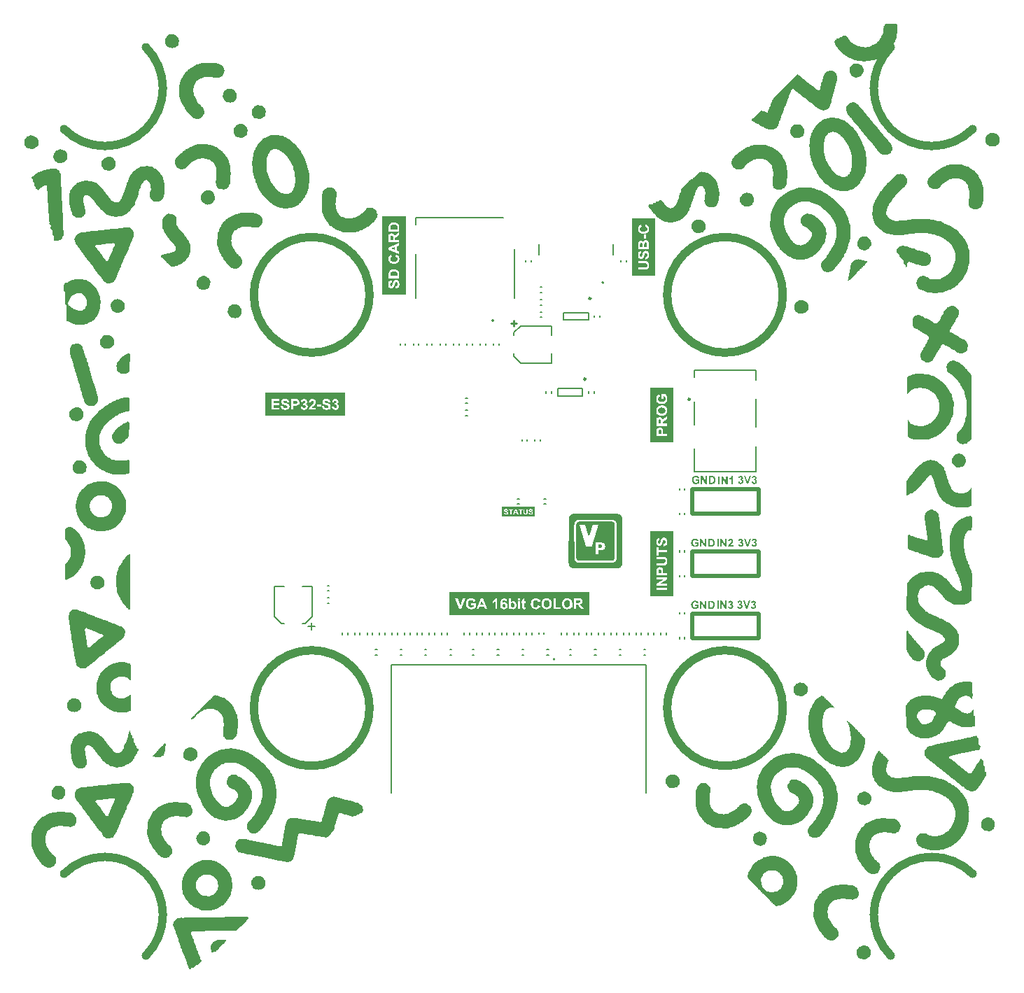
<source format=gto>
G04*
G04 #@! TF.GenerationSoftware,Altium Limited,Altium Designer,22.2.1 (43)*
G04*
G04 Layer_Color=65535*
%FSLAX25Y25*%
%MOIN*%
G70*
G04*
G04 #@! TF.SameCoordinates,6F0AF130-F76F-4113-A5DE-7D687C79F967*
G04*
G04*
G04 #@! TF.FilePolarity,Positive*
G04*
G01*
G75*
%ADD10C,0.00945*%
%ADD11C,0.00984*%
%ADD12C,0.03937*%
%ADD13C,0.00787*%
%ADD14C,0.00394*%
%ADD15C,0.01968*%
%ADD16C,0.00500*%
%ADD17C,0.01000*%
%ADD18C,0.00600*%
G36*
X176508Y227489D02*
X179484Y227525D01*
X180109Y227415D01*
X180366Y227232D01*
X180439Y226938D01*
X180513Y224659D01*
X180439Y224439D01*
X180366Y223263D01*
X180292Y223043D01*
X180182Y222271D01*
X180035Y221095D01*
X179962Y220801D01*
X179815Y220434D01*
X179631Y220030D01*
X179447Y219552D01*
X179337Y219295D01*
X179043Y218780D01*
X178676Y217972D01*
X178235Y217164D01*
X177867Y216649D01*
X177794Y216355D01*
X177500Y215841D01*
X177316Y215657D01*
X176802Y215363D01*
X176471Y214739D01*
X175846Y214114D01*
X175699Y214041D01*
X175516Y213783D01*
X175405Y213673D01*
X175259Y213600D01*
X175111Y213453D01*
X174964Y213379D01*
X174560Y213049D01*
X174009Y212644D01*
X173862Y212571D01*
X173348Y212204D01*
X172833Y211910D01*
X172429Y211579D01*
X172319Y211469D01*
X171217Y210954D01*
X170298Y210624D01*
X169820Y210440D01*
X169306Y210293D01*
X168424Y210072D01*
X167175Y209852D01*
X166881Y209778D01*
X165926Y209705D01*
X164529Y209631D01*
X163096Y209742D01*
X162104Y209852D01*
X161369Y209925D01*
X160855Y210146D01*
X159900Y210293D01*
X158871Y210734D01*
X157916Y211101D01*
X156960Y211616D01*
X156152Y212056D01*
X155748Y212387D01*
X155637Y212497D01*
X155491Y212571D01*
X155270Y212791D01*
X155123Y212865D01*
X154719Y213195D01*
X154535Y213379D01*
X154388Y213453D01*
X154204Y213636D01*
X154131Y213783D01*
X153727Y214188D01*
X153690Y214224D01*
X153580Y214335D01*
X153433Y214408D01*
X153102Y214739D01*
X153029Y214886D01*
X152478Y215437D01*
X152331Y215510D01*
X151926Y215915D01*
X151559Y216576D01*
X151191Y217090D01*
X151118Y217237D01*
X150751Y217752D01*
X150677Y218046D01*
X150383Y218707D01*
X150457Y218928D01*
X150677Y219515D01*
X150861Y219699D01*
X151008Y219773D01*
X151339Y220103D01*
X151522Y220434D01*
X151890Y220508D01*
X152110Y220434D01*
X152478Y220508D01*
X152735Y220765D01*
X152808Y220985D01*
X152992Y221169D01*
X153947Y221242D01*
X154058Y221353D01*
X154278Y221720D01*
X154462Y221904D01*
X156005Y221830D01*
X156372Y221610D01*
X156483Y221500D01*
X156997Y220544D01*
X157144Y220397D01*
X157217Y220250D01*
X157438Y220030D01*
X157511Y219883D01*
X157658Y219736D01*
X157732Y219589D01*
X158797Y218523D01*
X158944Y218450D01*
X159312Y218082D01*
X159459Y218009D01*
X159606Y217862D01*
X159753Y217789D01*
X161590Y216907D01*
X162288Y216796D01*
X162582Y216723D01*
X162949Y216576D01*
X163537Y216429D01*
X163978Y216355D01*
X165558Y216319D01*
X165779Y216392D01*
X166440Y216466D01*
X166660Y216539D01*
X167579Y216870D01*
X168167Y217090D01*
X169784Y217899D01*
X170041Y218082D01*
X170188Y218229D01*
X170335Y218303D01*
X170702Y218670D01*
X170849Y218744D01*
X171511Y219258D01*
X171621Y219368D01*
X171694Y219515D01*
X172062Y220030D01*
X172135Y220177D01*
X172503Y220691D01*
X172650Y221059D01*
X172833Y221536D01*
X173458Y222675D01*
X173642Y223153D01*
X173715Y223447D01*
X173789Y223888D01*
X173862Y225284D01*
X173899Y225688D01*
X173826Y225909D01*
X173752Y226276D01*
X174009Y226607D01*
X174156Y226680D01*
X174487Y226938D01*
X174781Y227452D01*
X175111Y227562D01*
X176508Y227489D01*
D02*
G37*
G36*
X-164257Y222444D02*
X-163522Y222150D01*
X-162861Y221782D01*
X-162383Y221305D01*
X-162089Y220790D01*
X-161795Y220349D01*
X-161722Y219615D01*
X-161795Y218145D01*
X-162089Y217630D01*
X-162420Y217226D01*
X-162714Y216932D01*
X-162861Y216859D01*
X-163228Y216491D01*
X-163669Y216271D01*
X-163743D01*
X-164625Y216050D01*
X-164992Y215977D01*
X-165212Y216050D01*
X-166057Y216161D01*
X-166425Y216234D01*
X-166792Y216381D01*
X-167123Y216638D01*
X-167270Y216712D01*
X-167601Y217042D01*
X-167674Y217189D01*
X-167895Y217410D01*
X-168335Y218365D01*
X-168409Y218880D01*
X-168335Y220202D01*
X-167748Y221305D01*
X-167417Y221709D01*
X-167270Y221856D01*
X-167123Y221929D01*
X-166168Y222370D01*
X-165580Y222517D01*
X-164257Y222444D01*
D02*
G37*
G36*
X161706Y208608D02*
X162294Y208240D01*
X162662Y208093D01*
X163139Y207909D01*
X163286Y207836D01*
X163360Y207689D01*
X163654Y207028D01*
X163948Y206513D01*
X164242Y206072D01*
X164389Y205484D01*
X164315Y204749D01*
X164168Y204382D01*
X164095Y204235D01*
X163433Y203280D01*
X163360Y203133D01*
X163029Y202729D01*
X162882Y202582D01*
X162735Y202508D01*
X161780Y202067D01*
X161192Y201920D01*
X160531Y201994D01*
X160457D01*
X159869Y202067D01*
X159061Y202508D01*
X158840Y202729D01*
X158693Y202802D01*
X158510Y203059D01*
X158289Y203280D01*
X157775Y204382D01*
X157701Y204676D01*
X157628Y205631D01*
X157701Y205852D01*
X157812Y206256D01*
X158106Y207064D01*
X158473Y207652D01*
X158620Y207799D01*
X158767Y207873D01*
X158987Y208093D01*
X159796Y208461D01*
X160310Y208608D01*
X160604Y208681D01*
X161706Y208608D01*
D02*
G37*
G36*
X-146633Y208845D02*
X-144134Y208771D01*
X-143914Y208698D01*
X-143179Y208624D01*
X-142958Y208551D01*
X-142260Y208294D01*
X-141268Y207742D01*
X-140790Y207265D01*
X-140717Y207118D01*
X-140203Y206015D01*
X-140056Y205428D01*
X-140129Y204105D01*
X-140497Y203443D01*
X-140974Y202745D01*
X-141268Y202451D01*
X-141415Y202378D01*
X-142517Y201863D01*
X-142811Y201790D01*
X-144134Y201863D01*
X-144355Y201937D01*
X-145237Y202010D01*
X-145457Y202084D01*
X-147074Y202231D01*
X-148102Y202304D01*
X-148323Y202231D01*
X-149168Y202121D01*
X-149609Y202047D01*
X-151079Y201680D01*
X-151667Y201459D01*
X-152108Y201165D01*
X-152879Y200614D01*
X-153246Y200394D01*
X-153651Y199989D01*
X-154018Y199181D01*
X-154606Y197932D01*
X-154680Y197417D01*
X-154753Y197124D01*
X-154863Y196205D01*
X-154900Y195433D01*
X-154826Y195213D01*
X-154716Y194368D01*
X-154643Y193706D01*
X-154569Y193412D01*
X-154422Y193045D01*
X-153430Y191171D01*
X-153136Y190730D01*
X-153063Y190583D01*
X-152916Y190436D01*
X-152842Y190289D01*
X-152475Y189775D01*
X-152401Y189628D01*
X-151924Y189150D01*
X-151777Y189077D01*
X-151373Y188672D01*
X-151299Y188525D01*
X-150969Y188195D01*
X-150454Y187901D01*
X-150344Y187791D01*
X-150270Y187644D01*
X-149976Y186982D01*
X-149829Y186615D01*
X-149682Y185733D01*
X-149756Y184778D01*
X-150123Y184116D01*
X-150270Y183969D01*
X-150344Y183822D01*
X-150491Y183675D01*
X-150564Y183528D01*
X-151042Y182904D01*
X-151189Y182830D01*
X-151703Y182610D01*
X-152659Y182316D01*
X-152953Y182242D01*
X-153761Y182316D01*
X-154275Y182536D01*
X-154643Y182683D01*
X-155157Y182977D01*
X-155892Y183712D01*
X-156039Y183786D01*
X-156664Y184410D01*
X-156737Y184557D01*
X-157252Y185072D01*
X-157325Y185219D01*
X-157840Y185733D01*
X-158133Y186247D01*
X-158648Y186762D01*
X-158868Y187276D01*
X-159052Y187754D01*
X-159383Y188085D01*
X-159456Y188232D01*
X-159603Y188379D01*
X-159750Y188746D01*
X-160118Y189407D01*
X-160412Y189848D01*
X-160485Y190142D01*
X-160632Y190510D01*
X-160816Y190987D01*
X-161036Y191575D01*
X-161183Y191943D01*
X-161477Y193119D01*
X-161587Y193523D01*
X-161514Y198446D01*
X-161440Y198667D01*
X-161293Y199181D01*
X-160889Y200320D01*
X-160595Y201129D01*
X-160522Y201423D01*
X-160081Y202157D01*
X-159897Y202341D01*
X-159824Y202488D01*
X-159603Y203002D01*
X-159309Y203517D01*
X-158942Y203884D01*
X-158574Y204546D01*
X-158391Y204729D01*
X-158023Y204950D01*
X-157693Y205280D01*
X-157619Y205428D01*
X-157215Y205832D01*
X-157068Y205905D01*
X-156113Y206567D01*
X-155966Y206640D01*
X-155304Y207008D01*
X-154716Y207375D01*
X-154202Y207669D01*
X-153393Y208036D01*
X-152989Y208147D01*
X-152695Y208220D01*
X-152328Y208367D01*
X-151483Y208624D01*
X-150969Y208698D01*
X-150785Y208734D01*
X-150748Y208771D01*
X-148360Y208881D01*
X-146853Y208918D01*
X-146633Y208845D01*
D02*
G37*
G36*
X149454Y205194D02*
X150557Y204606D01*
X151181Y203981D01*
X151255Y203835D01*
X151549Y203320D01*
X151769Y202806D01*
X151843Y202291D01*
X151769Y201115D01*
X151696Y200895D01*
X151622Y200601D01*
X151255Y199499D01*
Y199425D01*
X151108Y198911D01*
X150961Y198323D01*
X150777Y197478D01*
X150557Y196890D01*
X150483Y196596D01*
X150336Y195714D01*
X150226Y195384D01*
X150079Y195016D01*
X149638Y193252D01*
X149491Y192297D01*
X149197Y191856D01*
X149013Y190644D01*
X148940Y190350D01*
X148793Y189982D01*
X148609Y189578D01*
X148499Y189174D01*
X148425Y188806D01*
X148352Y188512D01*
X148205Y188145D01*
X147911Y187704D01*
X147801Y187594D01*
X147727Y187447D01*
X147580Y187300D01*
X147544Y187190D01*
X147397Y187116D01*
X147176Y186896D01*
X146368Y186528D01*
X146000Y186381D01*
X145486Y186308D01*
X144163Y186381D01*
X142767Y187116D01*
X141591Y187998D01*
X140856Y188733D01*
X140709Y188806D01*
X140562Y188953D01*
X140048Y189247D01*
X139607Y189688D01*
X139460Y189762D01*
X138799Y190129D01*
X138541Y190386D01*
X138468Y190533D01*
X138211Y190790D01*
X138064Y190864D01*
X137549Y191158D01*
X137366Y191268D01*
X137292Y191415D01*
X137072Y191636D01*
X137035Y191746D01*
X136888Y191819D01*
X136374Y192113D01*
X135859Y192481D01*
X135345Y192995D01*
X135198Y193069D01*
X135051Y193216D01*
X134904Y193289D01*
X134757Y193436D01*
X134610Y193509D01*
X134389Y193730D01*
X134242Y193804D01*
X134022Y194024D01*
X133875Y194097D01*
X133655Y194318D01*
X133508Y194391D01*
X133140Y194759D01*
X132993Y194832D01*
X132552Y195126D01*
X132405Y195200D01*
X132258Y195347D01*
X132111Y195420D01*
X131744Y195788D01*
X131597Y195861D01*
X131303Y196155D01*
X130642Y196449D01*
X130274Y196376D01*
X130017Y196118D01*
X129797Y195604D01*
X129650Y195237D01*
X129466Y194759D01*
X129319Y194391D01*
X129135Y193987D01*
X128841Y193032D01*
X128694Y192444D01*
X128400Y191930D01*
X128253Y191783D01*
X128106Y191195D01*
X127996Y190717D01*
X127702Y189982D01*
X127225Y188917D01*
X127004Y188402D01*
X126710Y187741D01*
X126379Y186822D01*
X126232Y186455D01*
X126049Y185977D01*
X125902Y185463D01*
X125645Y184765D01*
X125351Y184030D01*
X125057Y183221D01*
X124910Y182854D01*
X124726Y182229D01*
X124653Y181935D01*
X124212Y180980D01*
X123954Y180282D01*
X123587Y179253D01*
X123440Y178886D01*
X123183Y178408D01*
X123109Y178261D01*
X122779Y177857D01*
X121382Y177196D01*
X120794Y177049D01*
X119398Y177122D01*
X119178Y177196D01*
X118700Y177379D01*
X118333Y177526D01*
X118075Y177636D01*
X116238Y178518D01*
X115430Y178959D01*
X113887Y179768D01*
X113740Y179914D01*
X113593Y179988D01*
X112931Y180282D01*
X112784Y180355D01*
X112270Y180723D01*
X111168Y181311D01*
X111057Y181421D01*
X110984Y181715D01*
X111204Y182082D01*
X111645Y182376D01*
X111719Y182523D01*
X112123Y182927D01*
X112270Y183001D01*
X112380Y183111D01*
X112454Y183258D01*
X112564Y183442D01*
X112711Y183515D01*
X112858Y183662D01*
X113005Y183736D01*
X113115Y183846D01*
X113189Y183993D01*
X113519Y184324D01*
X113666Y184397D01*
X113776Y184507D01*
X113850Y184654D01*
X114034Y184912D01*
X114181Y184985D01*
X114511Y185242D01*
X114585Y185389D01*
X114916Y185720D01*
X115062Y185793D01*
X115320Y186051D01*
X115393Y186198D01*
X115503Y186308D01*
X115797Y186381D01*
X116091Y186308D01*
X116495Y185977D01*
X117120Y185720D01*
X117855Y185426D01*
X118296Y185353D01*
X118700Y185683D01*
X118847Y185830D01*
X119214Y186638D01*
X119435Y187153D01*
X119766Y188072D01*
X119913Y188439D01*
X120096Y188917D01*
X120427Y189835D01*
X120684Y190460D01*
X120831Y190827D01*
X120978Y191415D01*
X121272Y191930D01*
X121493Y192150D01*
X121566Y192297D01*
X121897Y192701D01*
X122227Y192958D01*
X122301Y193105D01*
X122705Y193509D01*
X122852Y193583D01*
X122962Y193693D01*
X123036Y193840D01*
X123440Y194244D01*
X123587Y194318D01*
X123697Y194428D01*
X123771Y194575D01*
X124101Y194906D01*
X124248Y194979D01*
X124358Y195089D01*
X124432Y195237D01*
X124836Y195641D01*
X124983Y195714D01*
X125093Y195824D01*
X125167Y195971D01*
X125571Y196376D01*
X125718Y196449D01*
X125902Y196706D01*
X126232Y197037D01*
X126379Y197110D01*
X126490Y197221D01*
X126563Y197368D01*
X126894Y197698D01*
X127041Y197772D01*
X127151Y197882D01*
X127225Y198029D01*
X127629Y198433D01*
X127776Y198507D01*
X127886Y198617D01*
X127959Y198764D01*
X128364Y199168D01*
X128510Y199241D01*
X128621Y199352D01*
X128694Y199499D01*
X129098Y199903D01*
X129245Y199976D01*
X129613Y200417D01*
X129760Y200564D01*
X129907Y200638D01*
X130017Y200748D01*
X130090Y200895D01*
X130495Y201299D01*
X130642Y201373D01*
X130825Y201630D01*
X131156Y201960D01*
X131303Y202034D01*
X131413Y202144D01*
X131487Y202291D01*
X131891Y202695D01*
X132038Y202769D01*
X132222Y202953D01*
X132295Y203100D01*
X132479Y203283D01*
X132993Y203357D01*
X133397Y203026D01*
X133581Y202842D01*
X133728Y202769D01*
X134647Y202071D01*
X134830Y201887D01*
X134977Y201814D01*
X135198Y201593D01*
X135345Y201520D01*
X135565Y201299D01*
X135712Y201226D01*
X136227Y200711D01*
X136374Y200638D01*
X136521Y200491D01*
X136668Y200417D01*
X137329Y199903D01*
X137549Y199682D01*
X137696Y199609D01*
X138394Y199131D01*
X138946Y198580D01*
X139093Y198507D01*
X139791Y198029D01*
X140121Y197772D01*
X140269Y197698D01*
X141187Y197000D01*
X141628Y196559D01*
X141701Y196412D01*
X141959Y196155D01*
X142106Y196082D01*
X142620Y195861D01*
X143208Y195935D01*
X143392Y196118D01*
X143612Y196633D01*
X143759Y197147D01*
X144053Y198323D01*
X144200Y198837D01*
X144421Y199719D01*
X144567Y200234D01*
X144788Y200969D01*
X144935Y201483D01*
X145008Y201997D01*
X145082Y202291D01*
X145266Y202769D01*
X145449Y203173D01*
X145596Y203540D01*
X145817Y203908D01*
X146147Y204312D01*
X146515Y204680D01*
X147176Y204974D01*
X147911Y205194D01*
X148646Y205268D01*
X149454Y205194D01*
D02*
G37*
G36*
X-136698Y196459D02*
X-135963Y196166D01*
X-135302Y195798D01*
X-134824Y195320D01*
X-134530Y194806D01*
X-134236Y194365D01*
X-134163Y193630D01*
X-134236Y192160D01*
X-134530Y191646D01*
X-134861Y191242D01*
X-135155Y190948D01*
X-135302Y190875D01*
X-135669Y190507D01*
X-136110Y190287D01*
X-136184D01*
X-137065Y190066D01*
X-137433Y189993D01*
X-137653Y190066D01*
X-138498Y190176D01*
X-138866Y190250D01*
X-139233Y190397D01*
X-139564Y190654D01*
X-139711Y190727D01*
X-140042Y191058D01*
X-140115Y191205D01*
X-140336Y191426D01*
X-140777Y192381D01*
X-140850Y192895D01*
X-140777Y194218D01*
X-140189Y195320D01*
X-139858Y195725D01*
X-139711Y195872D01*
X-139564Y195945D01*
X-138609Y196386D01*
X-138021Y196533D01*
X-136698Y196459D01*
D02*
G37*
G36*
X-122918Y188684D02*
X-122184Y188390D01*
X-121522Y188022D01*
X-121045Y187545D01*
X-120751Y187030D01*
X-120457Y186590D01*
X-120383Y185855D01*
X-120457Y184385D01*
X-120751Y183870D01*
X-121081Y183466D01*
X-121375Y183172D01*
X-121522Y183099D01*
X-121890Y182731D01*
X-122330Y182511D01*
X-122404D01*
X-123286Y182290D01*
X-123653Y182217D01*
X-123874Y182290D01*
X-124719Y182401D01*
X-125086Y182474D01*
X-125454Y182621D01*
X-125784Y182878D01*
X-125931Y182952D01*
X-126262Y183283D01*
X-126336Y183430D01*
X-126556Y183650D01*
X-126997Y184605D01*
X-127070Y185120D01*
X-126997Y186442D01*
X-126409Y187545D01*
X-126078Y187949D01*
X-125931Y188096D01*
X-125784Y188170D01*
X-124829Y188610D01*
X-124241Y188757D01*
X-122918Y188684D01*
D02*
G37*
G36*
X-131580Y179727D02*
X-130845Y179433D01*
X-130184Y179066D01*
X-129706Y178588D01*
X-129412Y178074D01*
X-129118Y177633D01*
X-129045Y176898D01*
X-129118Y175428D01*
X-129412Y174914D01*
X-129743Y174510D01*
X-130037Y174216D01*
X-130184Y174142D01*
X-130551Y173775D01*
X-130992Y173554D01*
X-131065D01*
X-131947Y173334D01*
X-132315Y173260D01*
X-132535Y173334D01*
X-133380Y173444D01*
X-133748Y173518D01*
X-134115Y173664D01*
X-134446Y173922D01*
X-134593Y173995D01*
X-134924Y174326D01*
X-134997Y174473D01*
X-135217Y174693D01*
X-135658Y175649D01*
X-135732Y176163D01*
X-135658Y177486D01*
X-135071Y178588D01*
X-134740Y178992D01*
X-134593Y179139D01*
X-134446Y179213D01*
X-133491Y179654D01*
X-132903Y179801D01*
X-131580Y179727D01*
D02*
G37*
G36*
X133561Y179580D02*
X134075Y179360D01*
X134884Y178919D01*
X135288Y178588D01*
X135435Y178441D01*
X135508Y178294D01*
X136023Y177192D01*
X136096Y176457D01*
X136023Y175502D01*
X135986Y175465D01*
X135839Y175098D01*
X135582Y174546D01*
X135067Y173885D01*
X134516Y173554D01*
X133598Y173224D01*
X133194Y173113D01*
X132716Y173077D01*
X132054Y173150D01*
X131687Y173224D01*
X131393Y173297D01*
X130658Y173738D01*
X129850Y174546D01*
X129776Y174693D01*
X129482Y175355D01*
X129409Y175649D01*
X129335Y176163D01*
X129409Y177192D01*
X129556Y177559D01*
X129850Y178074D01*
X130364Y178735D01*
X130474Y178845D01*
X130621Y178919D01*
X130768Y179066D01*
X131430Y179360D01*
X132165Y179580D01*
X132679Y179654D01*
X133561Y179580D01*
D02*
G37*
G36*
X226491Y175495D02*
X227226Y175201D01*
X227887Y174834D01*
X228365Y174356D01*
X228659Y173842D01*
X228953Y173400D01*
X229026Y172666D01*
X228953Y171196D01*
X228659Y170682D01*
X228328Y170277D01*
X228034Y169983D01*
X227887Y169910D01*
X227520Y169543D01*
X227079Y169322D01*
X227005D01*
X226124Y169102D01*
X225756Y169028D01*
X225536Y169102D01*
X224691Y169212D01*
X224323Y169285D01*
X223956Y169432D01*
X223625Y169690D01*
X223478Y169763D01*
X223147Y170094D01*
X223074Y170241D01*
X222853Y170461D01*
X222412Y171416D01*
X222339Y171931D01*
X222412Y173254D01*
X223000Y174356D01*
X223331Y174760D01*
X223478Y174907D01*
X223625Y174980D01*
X224580Y175421D01*
X225168Y175568D01*
X226491Y175495D01*
D02*
G37*
G36*
X-231186Y174314D02*
X-230451Y174020D01*
X-229790Y173652D01*
X-229312Y173175D01*
X-229018Y172660D01*
X-228724Y172219D01*
X-228651Y171485D01*
X-228724Y170015D01*
X-229018Y169500D01*
X-229349Y169096D01*
X-229643Y168802D01*
X-229790Y168729D01*
X-230157Y168361D01*
X-230598Y168141D01*
X-230672D01*
X-231554Y167920D01*
X-231921Y167847D01*
X-232141Y167920D01*
X-232987Y168031D01*
X-233354Y168104D01*
X-233721Y168251D01*
X-234052Y168508D01*
X-234199Y168582D01*
X-234530Y168912D01*
X-234603Y169060D01*
X-234824Y169280D01*
X-235265Y170235D01*
X-235338Y170750D01*
X-235265Y172073D01*
X-234677Y173175D01*
X-234346Y173579D01*
X-234199Y173726D01*
X-234052Y173799D01*
X-233097Y174240D01*
X-232509Y174387D01*
X-231186Y174314D01*
D02*
G37*
G36*
X160016Y190089D02*
X160384Y189942D01*
X161192Y189501D01*
X161412Y189280D01*
X161559Y189207D01*
X161743Y188950D01*
X161964Y188729D01*
X162037Y188582D01*
X162625Y187995D01*
X162698Y187847D01*
X162919Y187627D01*
X162992Y187480D01*
X163139Y187333D01*
X163213Y187186D01*
X164315Y186084D01*
X164389Y185937D01*
X164903Y185275D01*
X165270Y184908D01*
X165344Y184761D01*
X165858Y184100D01*
X166299Y183659D01*
X166373Y183512D01*
X166850Y182814D01*
X166997Y182740D01*
X167475Y182263D01*
X167549Y182115D01*
X167696Y181969D01*
X167769Y181822D01*
X168357Y181234D01*
X168430Y181087D01*
X168798Y180572D01*
X168871Y180425D01*
X169386Y179911D01*
X169459Y179764D01*
X169606Y179617D01*
X169680Y179470D01*
X170010Y179066D01*
X170194Y178882D01*
X170268Y178735D01*
X170488Y178515D01*
X170562Y178368D01*
X170892Y177963D01*
X171517Y177339D01*
X171590Y177192D01*
X172105Y176531D01*
X172472Y176163D01*
X172546Y176016D01*
X172693Y175869D01*
X172766Y175722D01*
X173795Y174693D01*
X173869Y174546D01*
X174567Y173628D01*
X175044Y173150D01*
X175118Y173003D01*
X175265Y172856D01*
X175338Y172709D01*
X175706Y172342D01*
X175779Y172195D01*
X175926Y172048D01*
X176000Y171901D01*
X176514Y171239D01*
X177249Y170505D01*
X177322Y170358D01*
X177837Y169255D01*
X177910Y168741D01*
X177984Y167712D01*
X177910Y167492D01*
X177763Y167124D01*
X177322Y166316D01*
X176992Y165912D01*
X176845Y165765D01*
X176330Y165471D01*
X175816Y165250D01*
X175301Y165103D01*
X175007Y165030D01*
X173832Y165103D01*
X173464Y165250D01*
X172215Y165912D01*
X171994Y166132D01*
X171884Y166169D01*
X171811Y166316D01*
X171664Y166463D01*
X171443Y166830D01*
X171113Y167161D01*
X170966Y167234D01*
X170782Y167418D01*
X170709Y167565D01*
X170341Y168227D01*
X170194Y168374D01*
X170121Y168520D01*
X169753Y168888D01*
X169680Y169035D01*
X169165Y169696D01*
X168871Y169990D01*
X168798Y170137D01*
X168651Y170284D01*
X168577Y170431D01*
X168247Y170835D01*
X168100Y170982D01*
X167953Y171056D01*
X167475Y171533D01*
X167402Y171680D01*
X166887Y172342D01*
X166740Y172489D01*
X166667Y172636D01*
X166152Y173297D01*
X165638Y173811D01*
X165564Y173959D01*
X165418Y174105D01*
X165344Y174252D01*
X165013Y174583D01*
X164977Y174620D01*
X164756Y174840D01*
X164683Y174987D01*
X164462Y175208D01*
X164389Y175355D01*
X163874Y175869D01*
X163801Y176016D01*
X163654Y176163D01*
X163580Y176310D01*
X163433Y176457D01*
X163360Y176604D01*
X162992Y176971D01*
X162919Y177118D01*
X162772Y177265D01*
X162698Y177412D01*
X162368Y177816D01*
X162110Y178074D01*
X162037Y178221D01*
X161890Y178368D01*
X161817Y178515D01*
X161302Y179029D01*
X161229Y179176D01*
X160861Y179543D01*
X160788Y179691D01*
X160200Y180278D01*
X160126Y180425D01*
X159612Y180940D01*
X159538Y181087D01*
X159024Y181748D01*
X158693Y182152D01*
X158253Y182740D01*
X158106Y182814D01*
X157775Y183144D01*
X157334Y183953D01*
X156819Y184467D01*
X156746Y184614D01*
X156452Y185055D01*
X156232Y185569D01*
X156085Y186084D01*
X156011Y186598D01*
X156085Y187847D01*
X156452Y188509D01*
X156783Y188913D01*
X156966Y189170D01*
X157224Y189427D01*
X157371Y189501D01*
X157591Y189721D01*
X158253Y190015D01*
X158840Y190162D01*
X160016Y190089D01*
D02*
G37*
G36*
X-217413Y167675D02*
X-216898Y167455D01*
X-216531Y167308D01*
X-216237Y167234D01*
X-215722Y166867D01*
X-215355Y166279D01*
X-215024Y165728D01*
X-214914Y165103D01*
X-214877Y163964D01*
Y163891D01*
X-214951Y163303D01*
X-215392Y162495D01*
X-216163Y161723D01*
X-216678Y161502D01*
X-217192Y161355D01*
X-217486Y161282D01*
X-218441Y161208D01*
X-219176Y161282D01*
X-220132Y161796D01*
X-220536Y162127D01*
X-220756Y162348D01*
X-220830Y162495D01*
X-221344Y163229D01*
X-221454Y163927D01*
X-221491Y164920D01*
X-221418Y165140D01*
X-221344Y165728D01*
X-220977Y166242D01*
X-220866Y166353D01*
X-220756Y166389D01*
X-220683Y166536D01*
X-220536Y166683D01*
X-220462Y166830D01*
X-220352Y167014D01*
X-220205Y167087D01*
X-219691Y167308D01*
X-219213Y167492D01*
X-218846Y167639D01*
X-218441Y167749D01*
X-217413Y167675D01*
D02*
G37*
G36*
X-194375Y164078D02*
X-193640Y163784D01*
X-192979Y163416D01*
X-192501Y162939D01*
X-192207Y162424D01*
X-191913Y161983D01*
X-191840Y161248D01*
X-191913Y159779D01*
X-192207Y159264D01*
X-192538Y158860D01*
X-192832Y158566D01*
X-192979Y158493D01*
X-193346Y158125D01*
X-193787Y157905D01*
X-193861D01*
X-194743Y157684D01*
X-195110Y157611D01*
X-195331Y157684D01*
X-196176Y157794D01*
X-196543Y157868D01*
X-196910Y158015D01*
X-197241Y158272D01*
X-197388Y158346D01*
X-197719Y158676D01*
X-197792Y158823D01*
X-198013Y159044D01*
X-198454Y159999D01*
X-198527Y160513D01*
X-198454Y161836D01*
X-197866Y162939D01*
X-197535Y163343D01*
X-197388Y163490D01*
X-197241Y163563D01*
X-196286Y164004D01*
X-195698Y164151D01*
X-194375Y164078D01*
D02*
G37*
G36*
X-148261Y170100D02*
X-147490Y169990D01*
X-146755Y169843D01*
X-145469Y169439D01*
X-144955Y169219D01*
X-143999Y168778D01*
X-143705Y168704D01*
X-143338Y168484D01*
X-143154Y168300D01*
X-143081Y168153D01*
X-142970Y168043D01*
X-142309Y167675D01*
X-142088Y167455D01*
X-141941Y167381D01*
X-141280Y167014D01*
X-141096Y166830D01*
X-141023Y166683D01*
X-140656Y166169D01*
X-140472Y165985D01*
X-140325Y165912D01*
X-140215Y165801D01*
X-140141Y165655D01*
X-139921Y165434D01*
X-139847Y165287D01*
X-139700Y165140D01*
X-139627Y164993D01*
X-138965Y164038D01*
X-138782Y163560D01*
X-138083Y162201D01*
X-137936Y161833D01*
X-137569Y160657D01*
X-137349Y159775D01*
X-137202Y158306D01*
X-137128Y157350D01*
X-137091Y156579D01*
X-137165Y154448D01*
X-137238Y153419D01*
X-137312Y152243D01*
X-137422Y151619D01*
X-137643Y151104D01*
X-137973Y150186D01*
X-138341Y149598D01*
X-138488Y149524D01*
X-139443Y149010D01*
X-140104Y148716D01*
X-140398Y148642D01*
X-141648Y148716D01*
X-142015Y148863D01*
X-142566Y148973D01*
X-142934Y149120D01*
X-143154Y149340D01*
X-143228Y149487D01*
X-143558Y149891D01*
X-143742Y150149D01*
X-143962Y150516D01*
X-144036Y151031D01*
X-144109Y151324D01*
X-144220Y151729D01*
X-144256Y152500D01*
X-144183Y152721D01*
X-144109Y153015D01*
X-144036Y153529D01*
X-143962Y153823D01*
X-143815Y155293D01*
X-143889Y157938D01*
X-143962Y158159D01*
X-144036Y158894D01*
X-144109Y159114D01*
X-144293Y159592D01*
X-144918Y160731D01*
X-145285Y161392D01*
X-145616Y161796D01*
X-145763Y161943D01*
X-145910Y162017D01*
X-146718Y162458D01*
X-147233Y162752D01*
X-147600Y162899D01*
X-148776Y163266D01*
X-149070Y163340D01*
X-150099Y163487D01*
X-151348Y163413D01*
X-151568Y163340D01*
X-152083Y163193D01*
X-152671Y163046D01*
X-153259Y162972D01*
X-153957Y162495D01*
X-154839Y162054D01*
X-155243Y161796D01*
X-156161Y161098D01*
X-156345Y160915D01*
X-156492Y160841D01*
X-157117Y160216D01*
X-157190Y160070D01*
X-158109Y159151D01*
X-158256Y159077D01*
X-158991Y158563D01*
X-159505Y158416D01*
X-160093Y158269D01*
X-161048Y158343D01*
X-162297Y159004D01*
X-162702Y159335D01*
X-162848Y159482D01*
X-162922Y159628D01*
X-163289Y160143D01*
X-163363Y160290D01*
X-163657Y160951D01*
Y161025D01*
X-163694Y161062D01*
X-163730Y162201D01*
X-163583Y162568D01*
X-162922Y163817D01*
X-162775Y163964D01*
X-162702Y164111D01*
X-161379Y165434D01*
X-161305Y165581D01*
X-160754Y165985D01*
X-160240Y166279D01*
X-159909Y166610D01*
X-159836Y166757D01*
X-159725Y166940D01*
X-159578Y167014D01*
X-159064Y167234D01*
X-158696Y167455D01*
X-158513Y167639D01*
X-158476Y167749D01*
X-158329Y167822D01*
X-157962Y167969D01*
X-157300Y168337D01*
X-157080Y168557D01*
X-156933Y168631D01*
X-156124Y168998D01*
X-155390Y169292D01*
X-154875Y169512D01*
X-153516Y169990D01*
X-153148Y170064D01*
X-151752Y170137D01*
X-148482Y170174D01*
X-148261Y170100D01*
D02*
G37*
G36*
X117541Y169880D02*
X117761Y169807D01*
X118276Y169659D01*
X119415Y169255D01*
X120223Y168961D01*
X120517Y168888D01*
X121252Y168447D01*
X121435Y168263D01*
X121582Y168190D01*
X122097Y167969D01*
X122611Y167675D01*
X122979Y167308D01*
X123640Y166940D01*
X123824Y166757D01*
X124044Y166389D01*
X124375Y166059D01*
X124522Y165985D01*
X124926Y165581D01*
X125000Y165434D01*
X125661Y164479D01*
X125734Y164332D01*
X126102Y163670D01*
X126469Y163082D01*
X126763Y162568D01*
X127131Y161760D01*
X127241Y161355D01*
X127314Y161062D01*
X127462Y160694D01*
X127719Y159849D01*
X127792Y159335D01*
X127829Y159151D01*
X127866Y159114D01*
X127976Y156726D01*
X128013Y155219D01*
X127939Y154999D01*
X127866Y152500D01*
X127792Y152280D01*
X127719Y151545D01*
X127645Y151324D01*
X127388Y150626D01*
X126837Y149634D01*
X126359Y149157D01*
X126212Y149083D01*
X125110Y148569D01*
X124522Y148422D01*
X123199Y148495D01*
X122538Y148863D01*
X121840Y149340D01*
X121546Y149634D01*
X121472Y149781D01*
X120958Y150884D01*
X120884Y151178D01*
X120958Y152500D01*
X121031Y152721D01*
X121105Y153603D01*
X121178Y153823D01*
X121325Y155440D01*
X121399Y156469D01*
X121325Y156689D01*
X121215Y157534D01*
X121142Y157975D01*
X120774Y159445D01*
X120554Y160033D01*
X120260Y160474D01*
X119709Y161245D01*
X119488Y161613D01*
X119084Y162017D01*
X118276Y162384D01*
X117026Y162972D01*
X116512Y163046D01*
X116218Y163119D01*
X115299Y163229D01*
X114528Y163266D01*
X114307Y163193D01*
X113462Y163082D01*
X112801Y163009D01*
X112507Y162935D01*
X112139Y162788D01*
X110266Y161796D01*
X109825Y161502D01*
X109678Y161429D01*
X109531Y161282D01*
X109384Y161208D01*
X108869Y160841D01*
X108722Y160768D01*
X108245Y160290D01*
X108171Y160143D01*
X107767Y159739D01*
X107620Y159665D01*
X107289Y159335D01*
X106995Y158820D01*
X106885Y158710D01*
X106738Y158636D01*
X106077Y158343D01*
X105709Y158195D01*
X104827Y158049D01*
X103872Y158122D01*
X103211Y158490D01*
X103064Y158636D01*
X102917Y158710D01*
X102770Y158857D01*
X102623Y158930D01*
X101998Y159408D01*
X101925Y159555D01*
X101704Y160070D01*
X101410Y161025D01*
X101337Y161319D01*
X101410Y162127D01*
X101631Y162642D01*
X101778Y163009D01*
X102072Y163523D01*
X102807Y164258D01*
X102880Y164405D01*
X103505Y165030D01*
X103652Y165103D01*
X104166Y165618D01*
X104313Y165691D01*
X104827Y166206D01*
X105342Y166500D01*
X105856Y167014D01*
X106371Y167234D01*
X106848Y167418D01*
X107179Y167749D01*
X107326Y167822D01*
X107473Y167969D01*
X107841Y168116D01*
X108502Y168484D01*
X108943Y168778D01*
X109237Y168851D01*
X109604Y168998D01*
X110082Y169182D01*
X110670Y169402D01*
X111037Y169549D01*
X112213Y169843D01*
X112617Y169953D01*
X117541Y169880D01*
D02*
G37*
G36*
X150305Y182717D02*
X151407Y182644D01*
X151628Y182570D01*
X152032Y182460D01*
X152326Y182387D01*
X152950Y182203D01*
X153244Y182129D01*
X153795Y182019D01*
X154200Y181762D01*
X155596Y181027D01*
X155743Y180880D01*
X156551Y180439D01*
X156845Y180145D01*
X156992Y180072D01*
X157212Y179851D01*
X157360Y179778D01*
X157764Y179447D01*
X157947Y179263D01*
X158058Y179227D01*
X158094Y179116D01*
X158205Y179080D01*
X158278Y178933D01*
X158609Y178602D01*
X158756Y178528D01*
X158903Y178382D01*
X159050Y178308D01*
X159601Y177757D01*
X159674Y177610D01*
X160005Y177206D01*
X160262Y176949D01*
X160336Y176802D01*
X160556Y176581D01*
X160630Y176434D01*
X161144Y175773D01*
X161512Y175405D01*
X161732Y174891D01*
X161805Y174597D01*
X162467Y173642D01*
X162540Y173495D01*
X163422Y171658D01*
X163679Y170959D01*
X163826Y170592D01*
X164120Y169784D01*
X164488Y169196D01*
X164671Y168718D01*
X164782Y168020D01*
X164929Y167432D01*
X165076Y167065D01*
X165259Y166440D01*
X165443Y165154D01*
X165516Y164860D01*
X165590Y163464D01*
X165627Y160267D01*
X165553Y160047D01*
X165480Y158871D01*
X165369Y157658D01*
X165296Y157291D01*
X165223Y156997D01*
X165076Y156629D01*
X164892Y156152D01*
X164745Y155637D01*
X164635Y155160D01*
X164488Y154792D01*
X163936Y154021D01*
X163863Y153800D01*
Y153727D01*
X163496Y153065D01*
X162871Y152147D01*
X162687Y151890D01*
X162173Y151228D01*
X161548Y150603D01*
X161401Y150530D01*
X161071Y150052D01*
X160997Y149905D01*
X160813Y149722D01*
X159858Y149207D01*
X159454Y148877D01*
X158829Y148619D01*
X158535Y148546D01*
X158021Y148399D01*
X157065Y148105D01*
X156551Y147958D01*
X155596Y147885D01*
X154420Y147811D01*
X153281Y147921D01*
X152473Y148068D01*
X152105Y148142D01*
X150856Y148583D01*
X150231Y148766D01*
X149643Y148913D01*
X149496Y148987D01*
X149055Y149428D01*
X148688Y149575D01*
X148063Y149905D01*
X147990Y150052D01*
X147843Y150199D01*
X147769Y150346D01*
X147586Y150530D01*
X146483Y151118D01*
X145675Y151926D01*
X145528Y152000D01*
X144977Y152551D01*
X144903Y152698D01*
X144683Y152918D01*
X144609Y153065D01*
X143801Y153874D01*
X143728Y154021D01*
X143397Y154425D01*
X142919Y154903D01*
X142625Y155564D01*
X142552Y155711D01*
X142184Y156225D01*
X141891Y156740D01*
X140715Y159165D01*
X140641Y159459D01*
X140494Y159826D01*
X140127Y160414D01*
X140017Y161039D01*
X139943Y161333D01*
X139796Y161700D01*
X139465Y162472D01*
X139245Y163354D01*
X139135Y163758D01*
X138988Y164493D01*
X138657Y165558D01*
X138584Y167395D01*
X138510Y170188D01*
X138584Y170408D01*
X138657Y172319D01*
X138731Y172539D01*
X138841Y173017D01*
X139061Y173605D01*
X139208Y173972D01*
X139318Y174376D01*
X139392Y174671D01*
X139465Y175405D01*
X139980Y176140D01*
X140053Y176361D01*
X140421Y177022D01*
X140641Y177390D01*
X141082Y178198D01*
X141229Y178345D01*
X141303Y178492D01*
X141817Y179153D01*
X141964Y179300D01*
X142037Y179447D01*
X142331Y179741D01*
X142405Y179888D01*
X142699Y180182D01*
X142772Y180329D01*
X142956Y180513D01*
X143103Y180586D01*
X143617Y180954D01*
X144022Y181284D01*
X144573Y181615D01*
X144867Y181688D01*
X145675Y182056D01*
X146410Y182350D01*
X146924Y182497D01*
X147218Y182570D01*
X147733Y182644D01*
X148027Y182717D01*
X150084Y182791D01*
X150305Y182717D01*
D02*
G37*
G36*
X-175194Y159628D02*
X-174753Y159555D01*
X-174386Y159408D01*
X-173945Y159114D01*
X-173210Y158673D01*
X-172769Y158379D01*
X-172585Y158195D01*
X-172439Y158122D01*
X-171777Y157608D01*
X-170895Y156726D01*
X-170748Y156652D01*
X-170565Y156469D01*
X-170491Y156322D01*
X-169609Y154705D01*
X-169315Y154043D01*
X-169168Y153529D01*
X-169058Y153051D01*
X-168948Y152647D01*
X-168801Y152280D01*
X-168654Y151765D01*
X-168580Y151471D01*
X-168507Y149855D01*
X-168580Y146768D01*
X-168654Y146548D01*
X-168764Y146144D01*
X-168875Y146034D01*
X-169095Y145299D01*
X-169279Y144527D01*
X-169462Y144049D01*
X-169720Y143792D01*
X-169867Y143719D01*
X-170381Y143351D01*
X-170528Y143278D01*
X-170748Y143057D01*
X-171263Y142837D01*
X-171777Y142763D01*
X-173027Y142837D01*
X-173247Y142910D01*
X-173651Y143020D01*
X-174019Y143167D01*
X-174423Y143425D01*
X-174900Y143902D01*
X-174974Y144049D01*
X-175194Y144270D01*
X-175268Y144417D01*
X-175562Y145078D01*
X-175635Y145372D01*
X-175709Y145887D01*
X-175635Y146842D01*
X-175562Y147062D01*
X-175194Y148018D01*
X-175047Y148606D01*
X-175121Y150149D01*
X-175268Y150516D01*
X-175378Y151067D01*
X-175452Y151361D01*
X-175892Y152096D01*
X-176076Y152353D01*
X-176480Y152758D01*
X-176627Y152831D01*
X-177142Y153051D01*
X-177803Y152978D01*
X-178464Y152464D01*
X-178648Y152280D01*
X-178722Y152133D01*
X-178942Y151912D01*
X-179016Y151765D01*
X-179383Y151398D01*
X-179530Y151031D01*
X-179604Y150737D01*
X-179787Y150259D01*
X-180008Y149671D01*
X-180155Y149304D01*
X-180853Y147136D01*
X-180926Y146842D01*
X-181073Y146327D01*
X-181294Y145592D01*
X-181441Y145078D01*
X-181624Y144600D01*
X-182139Y143131D01*
X-182543Y142286D01*
X-182616Y141992D01*
X-182690Y141551D01*
X-183021Y141147D01*
X-183204Y140963D01*
X-183241Y140853D01*
X-183278Y140816D01*
X-184527Y139126D01*
X-184821Y138685D01*
X-184895Y138538D01*
X-185152Y138281D01*
X-185299Y138207D01*
X-185960Y137693D01*
X-186328Y137252D01*
X-186548Y137031D01*
X-187063Y136811D01*
X-187540Y136627D01*
X-188385Y136223D01*
X-189267Y136003D01*
X-189965Y135892D01*
X-190333Y135819D01*
X-190627Y135745D01*
X-191215Y135672D01*
X-192353Y135635D01*
X-192574Y135708D01*
X-193309Y135782D01*
X-193529Y135855D01*
X-194007Y135966D01*
X-194374Y136039D01*
X-194668Y136113D01*
X-195256Y136333D01*
X-195367Y136443D01*
X-195881Y136664D01*
X-196248Y136811D01*
X-196763Y137105D01*
X-197277Y137619D01*
X-197424Y137693D01*
X-198747Y139015D01*
X-198894Y139089D01*
X-199004Y139199D01*
X-199078Y139346D01*
X-199224Y139493D01*
X-199298Y139640D01*
X-199629Y140044D01*
X-199923Y140338D01*
X-200070Y140412D01*
X-200180Y140522D01*
X-200474Y141036D01*
X-200841Y141404D01*
X-200915Y141551D01*
X-201135Y141771D01*
X-201209Y141918D01*
X-201503Y142359D01*
X-201870Y143020D01*
X-202201Y143425D01*
X-202311Y143535D01*
X-202384Y143682D01*
X-202899Y144196D01*
X-202972Y144343D01*
X-203487Y145005D01*
X-203818Y145262D01*
X-205214Y145923D01*
X-205508Y145997D01*
X-206316Y145923D01*
X-206794Y145592D01*
X-206867Y145446D01*
X-207014Y145299D01*
X-207088Y145152D01*
X-207235Y144784D01*
X-207308Y143829D01*
X-207235Y143314D01*
X-207161Y142433D01*
X-207088Y142212D01*
X-206977Y141440D01*
X-206647Y140669D01*
X-206537Y139971D01*
X-206206Y138905D01*
X-206279Y137656D01*
X-206426Y137288D01*
X-206573Y136701D01*
X-206867Y136186D01*
X-207271Y135782D01*
X-207933Y135488D01*
X-208447Y135341D01*
X-208741Y135268D01*
X-210725Y135341D01*
X-211534Y135855D01*
X-211681Y135929D01*
X-212158Y136260D01*
X-212232Y136407D01*
X-212452Y136921D01*
X-212636Y137399D01*
X-213114Y138464D01*
X-213224Y138868D01*
X-213371Y139236D01*
X-213444Y139530D01*
X-213628Y140155D01*
X-213702Y140816D01*
X-213995Y141477D01*
X-214069Y141845D01*
X-213995Y142065D01*
X-214032Y145629D01*
X-213885Y146438D01*
X-213812Y146732D01*
X-213702Y147136D01*
X-213628Y147430D01*
X-213481Y147797D01*
X-212893Y148899D01*
X-212746Y149046D01*
X-212673Y149193D01*
X-212526Y149340D01*
X-212452Y149487D01*
X-212085Y149855D01*
X-212011Y150002D01*
X-211607Y150406D01*
X-211460Y150479D01*
X-210982Y150957D01*
X-210762Y151324D01*
X-210578Y151508D01*
X-209880Y151765D01*
X-209513Y151912D01*
X-208962Y152243D01*
X-208484Y152353D01*
X-208117Y152427D01*
X-207235Y152574D01*
X-206647Y152721D01*
X-204920Y152758D01*
X-204699Y152684D01*
X-203744Y152611D01*
X-203523Y152537D01*
X-202972Y152427D01*
X-202678Y152353D01*
X-202311Y152206D01*
X-201392Y151729D01*
X-200694Y151471D01*
X-200253Y151104D01*
X-200180Y150957D01*
X-199923Y150700D01*
X-199776Y150626D01*
X-199629Y150479D01*
X-199482Y150406D01*
X-198931Y149855D01*
X-198857Y149708D01*
X-197755Y148606D01*
X-197681Y148459D01*
X-197534Y148312D01*
X-197461Y148165D01*
X-197314Y148018D01*
X-197240Y147871D01*
X-196873Y147503D01*
X-196800Y147356D01*
X-196579Y147136D01*
X-196505Y146989D01*
X-196212Y146548D01*
X-195918Y146034D01*
X-195771Y145887D01*
X-195697Y145739D01*
X-195403Y145446D01*
X-195330Y145299D01*
X-194815Y144637D01*
X-194227Y144049D01*
X-194154Y143902D01*
X-193603Y143351D01*
X-193456Y143278D01*
X-193015Y142837D01*
X-192868Y142763D01*
X-192353Y142543D01*
X-192060Y142469D01*
X-190884Y142543D01*
X-190663Y142616D01*
X-190149Y142910D01*
X-189745Y143314D01*
X-189671Y143461D01*
X-189010Y144417D01*
X-188496Y145519D01*
X-187944Y147026D01*
X-187871Y147319D01*
X-187687Y147797D01*
X-187246Y148899D01*
X-186658Y150737D01*
X-186548Y151288D01*
X-186144Y152206D01*
X-186034Y152611D01*
X-185887Y152978D01*
X-185556Y153529D01*
X-185483Y153823D01*
X-184895Y155072D01*
X-184527Y155734D01*
X-184307Y155954D01*
X-184233Y156101D01*
X-184086Y156248D01*
X-183792Y156763D01*
X-183168Y157387D01*
X-183021Y157461D01*
X-182874Y157608D01*
X-182727Y157681D01*
X-182580Y157828D01*
X-182433Y157902D01*
X-182286Y158049D01*
X-182139Y158122D01*
X-181110Y158857D01*
X-179861Y159445D01*
X-179346Y159592D01*
X-178612Y159665D01*
X-176995Y159739D01*
X-175194Y159628D01*
D02*
G37*
G36*
X-146890Y148040D02*
X-145640Y147379D01*
X-145457Y147195D01*
X-145383Y147048D01*
X-144795Y145799D01*
X-144648Y145211D01*
X-144722Y143962D01*
X-145383Y142713D01*
X-145530Y142566D01*
X-145604Y142419D01*
X-145787Y142235D01*
X-145934Y142162D01*
X-146081Y142015D01*
X-147184Y141500D01*
X-147477Y141427D01*
X-148212Y141353D01*
X-148433Y141427D01*
X-148837Y141537D01*
X-149388Y141868D01*
X-149866Y142051D01*
X-150270Y142308D01*
X-150380Y142419D01*
X-150454Y142566D01*
X-150821Y143080D01*
X-150895Y143227D01*
X-151189Y143888D01*
X-151262Y144403D01*
X-151189Y145799D01*
X-151042Y146167D01*
X-150601Y146975D01*
X-149976Y147600D01*
X-149315Y147894D01*
X-148947Y148040D01*
X-148506Y148114D01*
X-148433D01*
X-146890Y148040D01*
D02*
G37*
G36*
X109898Y146952D02*
X111000Y146364D01*
X111405Y145960D01*
X111588Y145482D01*
X112066Y144417D01*
X112139Y143902D01*
X112066Y142947D01*
X111478Y141698D01*
X111221Y141220D01*
X111074Y141147D01*
X110413Y140779D01*
X109751Y140485D01*
X109237Y140412D01*
X107694Y140485D01*
X106738Y141147D01*
X106371Y141367D01*
X106187Y141551D01*
X106040Y141918D01*
X105820Y142359D01*
X105783Y142396D01*
X105526Y142874D01*
X105452Y143167D01*
X105379Y143976D01*
X105452Y144196D01*
X105526Y144637D01*
X105967Y145446D01*
X106261Y145960D01*
X106444Y146144D01*
X106591Y146217D01*
X106738Y146364D01*
X106885Y146438D01*
X107399Y146805D01*
X107914Y146952D01*
X108428Y147026D01*
X109898Y146952D01*
D02*
G37*
G36*
X88155Y156972D02*
X88523Y156898D01*
X88817Y156825D01*
X89552Y156678D01*
X90140Y156457D01*
X90580Y156163D01*
X90838Y155979D01*
X90985Y155833D01*
X91132Y155759D01*
X92307Y154877D01*
X92822Y154363D01*
X92969Y154289D01*
X93373Y153958D01*
X93520Y153812D01*
X93593Y153518D01*
X94034Y152709D01*
X94402Y152195D01*
X94622Y151680D01*
X94843Y150946D01*
X95063Y150064D01*
X95173Y149586D01*
X95320Y149219D01*
X95430Y148888D01*
X95504Y148594D01*
X95578Y146977D01*
X95651Y146683D01*
X95467Y144148D01*
X95394Y143854D01*
X95247Y143487D01*
X95063Y142862D01*
X94990Y142568D01*
X94659Y141649D01*
X94475Y141392D01*
X94328Y141245D01*
X94255Y141098D01*
X94144Y140988D01*
X93998Y140915D01*
X93630Y140547D01*
X93483Y140474D01*
X93336Y140327D01*
X92822Y140180D01*
X92528Y140106D01*
X91352Y140033D01*
X90580Y140217D01*
X90213Y140364D01*
X89625Y140731D01*
X89184Y141172D01*
X89111Y141319D01*
X88964Y141466D01*
X88890Y141613D01*
X88670Y142127D01*
X88560Y142605D01*
X88523Y143670D01*
X88596Y143891D01*
X88670Y144185D01*
X88817Y145214D01*
X88890Y146830D01*
X88780Y148043D01*
X88706Y148704D01*
X88596Y148961D01*
X88449Y149108D01*
X88376Y149255D01*
X88008Y149623D01*
X87935Y149770D01*
X87678Y150027D01*
X87310Y150174D01*
X87016Y150248D01*
X86355Y150174D01*
X85840Y149953D01*
X85694Y149880D01*
X85436Y149696D01*
X85363Y149549D01*
X84995Y149035D01*
X84922Y148888D01*
X84701Y148373D01*
X84518Y147896D01*
X84371Y147528D01*
X84077Y146720D01*
X83930Y146353D01*
X83746Y145949D01*
X83526Y145434D01*
X83305Y144699D01*
X83232Y144405D01*
X82938Y143376D01*
X82791Y142789D01*
X82534Y142090D01*
X82093Y140915D01*
X81946Y140547D01*
X81542Y139629D01*
X81468Y139114D01*
X81248Y138747D01*
X81101Y138600D01*
X80660Y137791D01*
X80513Y137645D01*
X80439Y137497D01*
X80292Y137350D01*
X80219Y137204D01*
X79741Y136505D01*
X79594Y136432D01*
X79374Y136212D01*
X79227Y136138D01*
X78896Y135807D01*
X78822Y135660D01*
X78676Y135513D01*
X78602Y135366D01*
X77977Y134742D01*
X77830Y134668D01*
X77684Y134521D01*
X77169Y134227D01*
X76655Y133860D01*
X76287Y133713D01*
X75552Y133493D01*
X75075Y133382D01*
X74781Y133309D01*
X74413Y133162D01*
X74119Y133088D01*
X73531Y133015D01*
X72870Y132941D01*
X71731Y132905D01*
X71511Y132978D01*
X70776Y133052D01*
X70555Y133125D01*
X69894Y133198D01*
X69086Y133566D01*
X69012D01*
X68975Y133603D01*
X68387Y133823D01*
X67946Y134117D01*
X66807Y134742D01*
X66624Y134925D01*
X66587Y135036D01*
X66440Y135109D01*
X65926Y135624D01*
X65779Y135697D01*
X65521Y135954D01*
X65448Y136101D01*
X65301Y136248D01*
X65227Y136395D01*
X64566Y137057D01*
X64493Y137204D01*
X64199Y137497D01*
X64125Y137645D01*
X63905Y137865D01*
X63831Y138012D01*
X63317Y138673D01*
X62949Y139188D01*
X62729Y139555D01*
X62214Y140217D01*
X62068Y140290D01*
X61994Y140437D01*
X61847Y140804D01*
X61920Y141245D01*
X62031Y141356D01*
X62325Y141429D01*
X62655Y141466D01*
X63648Y141429D01*
X63905Y141686D01*
X64125Y142054D01*
X64456Y142164D01*
X64934Y142127D01*
X65191Y142237D01*
X65301Y142348D01*
X65485Y142752D01*
X65779Y142825D01*
X66514Y142899D01*
X66771Y143156D01*
X66954Y143487D01*
X67248Y143560D01*
X67910Y143487D01*
X68424Y143119D01*
X68718Y142678D01*
X68828Y142568D01*
X68902Y142421D01*
X69343Y141980D01*
X69416Y141833D01*
X70041Y140915D01*
X70188Y140841D01*
X70592Y140510D01*
X71033Y140143D01*
X71143Y140033D01*
X71804Y139739D01*
X72539Y139665D01*
X72760Y139739D01*
X73348Y139959D01*
X74046Y140437D01*
X74303Y140621D01*
X74487Y140804D01*
X74560Y140951D01*
X74928Y141539D01*
X75001Y141686D01*
X75295Y142201D01*
X76104Y143891D01*
X76324Y144626D01*
X76471Y145140D01*
X76875Y146279D01*
X77169Y147088D01*
X77279Y147492D01*
X77426Y148080D01*
X77536Y148704D01*
X77684Y149072D01*
X77794Y149182D01*
X78014Y149549D01*
X78271Y149806D01*
X78639Y150027D01*
X78896Y150431D01*
X79080Y150615D01*
X79227Y150688D01*
X79484Y150946D01*
X79557Y151093D01*
X79815Y151350D01*
X79962Y151423D01*
X80145Y151607D01*
X80219Y151754D01*
X80476Y152011D01*
X80623Y152085D01*
X80880Y152342D01*
X80954Y152489D01*
X81211Y152746D01*
X81358Y152820D01*
X81615Y153077D01*
X81725Y153334D01*
X82019Y153407D01*
X82754Y153481D01*
X82938Y153665D01*
X83011Y153812D01*
X83195Y154069D01*
X83342Y154142D01*
X83673Y154400D01*
X83746Y154546D01*
X84077Y154877D01*
X84224Y154951D01*
X84334Y155061D01*
X84408Y155208D01*
X84812Y155612D01*
X84959Y155685D01*
X85069Y155796D01*
X85142Y155943D01*
X85326Y156200D01*
X85473Y156273D01*
X85877Y156604D01*
X85951Y156751D01*
X86061Y156861D01*
X86575Y157008D01*
X87090Y157082D01*
X88155Y156972D01*
D02*
G37*
G36*
X-115927Y174510D02*
X-114457Y174436D01*
X-114237Y174363D01*
X-113392Y174252D01*
X-112510Y174179D01*
X-112216Y174105D01*
X-111775Y173811D01*
X-111371Y173628D01*
X-111003Y173481D01*
X-110048Y172966D01*
X-109240Y172526D01*
X-108725Y172158D01*
X-108579Y172085D01*
X-108431Y171938D01*
X-108284Y171864D01*
X-107844Y171423D01*
X-107697Y171350D01*
X-107329Y170982D01*
X-107292Y170946D01*
X-106851Y170652D01*
X-106411Y170211D01*
X-106337Y170064D01*
X-105676Y169402D01*
X-105602Y169255D01*
X-104941Y168594D01*
X-104867Y168447D01*
X-104647Y168227D01*
X-104206Y167418D01*
X-104022Y167234D01*
X-103875Y167161D01*
X-103765Y167051D01*
X-103692Y166904D01*
X-103545Y166536D01*
X-103177Y165875D01*
X-102589Y164846D01*
X-102222Y164038D01*
X-102075Y163670D01*
X-102001Y163523D01*
X-101634Y162715D01*
X-101230Y161576D01*
X-101009Y160988D01*
X-100679Y159923D01*
X-100164Y158306D01*
X-100017Y157718D01*
X-99907Y156873D01*
X-99760Y156505D01*
X-99686Y156211D01*
X-99650Y155734D01*
X-99723Y155513D01*
X-99650Y151986D01*
X-99723Y151765D01*
X-99797Y150810D01*
X-99870Y150075D01*
X-99944Y149781D01*
X-100054Y149230D01*
X-100127Y148936D01*
X-100385Y148312D01*
X-100532Y147944D01*
X-100752Y147209D01*
X-100973Y146621D01*
X-101340Y146034D01*
X-101487Y145519D01*
X-101671Y145041D01*
X-101854Y144784D01*
X-102075Y144564D01*
X-102148Y144417D01*
X-102626Y143719D01*
X-102810Y143461D01*
X-102957Y143314D01*
X-103030Y143167D01*
X-103471Y142727D01*
X-103545Y142580D01*
X-103728Y142396D01*
X-103875Y142322D01*
X-104500Y141698D01*
X-104573Y141551D01*
X-104831Y141294D01*
X-105786Y140779D01*
X-106300Y140485D01*
X-107256Y140044D01*
X-107880Y139934D01*
X-108321Y139861D01*
X-108689Y139787D01*
X-109130Y139714D01*
X-109791Y139640D01*
X-111591Y139603D01*
X-111812Y139677D01*
X-112731Y139787D01*
X-113171Y139861D01*
X-114678Y140338D01*
X-116515Y141220D01*
X-116883Y141440D01*
X-117397Y141955D01*
X-117544Y142028D01*
X-118058Y142322D01*
X-118205Y142469D01*
X-118352Y142543D01*
X-118573Y142763D01*
X-118720Y142837D01*
X-119234Y143351D01*
X-119381Y143425D01*
X-120483Y144527D01*
X-120594Y144564D01*
X-120630Y144674D01*
X-120777Y144747D01*
X-121035Y145005D01*
X-121108Y145152D01*
X-121328Y145372D01*
X-121402Y145519D01*
X-121916Y146034D01*
X-121990Y146180D01*
X-122210Y146401D01*
X-122798Y147503D01*
X-123459Y148459D01*
X-123827Y149267D01*
X-124635Y150957D01*
X-124709Y151251D01*
X-125223Y152059D01*
X-125444Y153088D01*
X-125738Y153750D01*
X-125885Y154117D01*
X-126032Y154631D01*
X-126105Y154925D01*
X-126179Y155440D01*
X-126252Y155734D01*
X-126326Y156469D01*
X-126472Y156616D01*
X-126693Y157130D01*
X-126767Y158526D01*
X-126840Y161025D01*
X-126767Y162862D01*
X-126693Y163082D01*
X-126620Y163964D01*
X-126546Y164185D01*
X-126436Y164662D01*
X-126142Y165838D01*
X-126068Y166426D01*
X-125995Y166867D01*
X-125885Y167124D01*
X-125517Y167639D01*
X-125444Y167933D01*
X-125150Y168447D01*
X-124782Y168961D01*
X-124268Y169917D01*
X-123570Y170835D01*
X-123386Y171019D01*
X-123313Y171166D01*
X-123092Y171386D01*
X-123019Y171533D01*
X-122725Y171827D01*
X-122651Y171974D01*
X-121953Y172672D01*
X-121806Y172746D01*
X-120704Y173334D01*
X-119307Y173995D01*
X-118573Y174216D01*
X-117985Y174363D01*
X-117140Y174473D01*
X-116772Y174546D01*
X-116148Y174583D01*
X-115927Y174510D01*
D02*
G37*
G36*
X210946Y160530D02*
X211167Y160456D01*
X211681Y160309D01*
X212820Y159905D01*
X213629Y159611D01*
X213923Y159537D01*
X214657Y159097D01*
X214841Y158913D01*
X214988Y158839D01*
X215502Y158619D01*
X216017Y158325D01*
X216384Y157957D01*
X217046Y157590D01*
X217229Y157406D01*
X217450Y157039D01*
X217780Y156708D01*
X217928Y156635D01*
X218332Y156231D01*
X218405Y156084D01*
X219067Y155128D01*
X219140Y154981D01*
X219508Y154320D01*
X219875Y153732D01*
X220169Y153218D01*
X220536Y152409D01*
X220647Y152005D01*
X220720Y151711D01*
X220867Y151344D01*
X221124Y150499D01*
X221198Y149984D01*
X221234Y149801D01*
X221271Y149764D01*
X221381Y147375D01*
X221418Y145869D01*
X221345Y145649D01*
X221271Y143150D01*
X221198Y142929D01*
X221124Y142195D01*
X221051Y141974D01*
X220794Y141276D01*
X220242Y140284D01*
X219765Y139806D01*
X219618Y139733D01*
X218515Y139218D01*
X217928Y139071D01*
X216605Y139145D01*
X215943Y139512D01*
X215245Y139990D01*
X214951Y140284D01*
X214878Y140431D01*
X214363Y141533D01*
X214290Y141827D01*
X214363Y143150D01*
X214437Y143370D01*
X214510Y144252D01*
X214584Y144473D01*
X214731Y146089D01*
X214804Y147118D01*
X214731Y147339D01*
X214621Y148184D01*
X214547Y148625D01*
X214180Y150094D01*
X213959Y150682D01*
X213665Y151123D01*
X213114Y151895D01*
X212894Y152262D01*
X212490Y152666D01*
X211681Y153034D01*
X210432Y153622D01*
X209917Y153695D01*
X209624Y153769D01*
X208705Y153879D01*
X207933Y153916D01*
X207713Y153842D01*
X206868Y153732D01*
X206206Y153658D01*
X205912Y153585D01*
X205545Y153438D01*
X203671Y152446D01*
X203230Y152152D01*
X203083Y152079D01*
X202936Y151932D01*
X202789Y151858D01*
X202275Y151491D01*
X202128Y151417D01*
X201650Y150940D01*
X201577Y150793D01*
X201172Y150388D01*
X201026Y150315D01*
X200695Y149984D01*
X200401Y149470D01*
X200291Y149360D01*
X200144Y149286D01*
X199482Y148992D01*
X199115Y148845D01*
X198233Y148698D01*
X197278Y148772D01*
X196616Y149139D01*
X196469Y149286D01*
X196322Y149360D01*
X196175Y149506D01*
X196028Y149580D01*
X195404Y150058D01*
X195330Y150205D01*
X195110Y150719D01*
X194816Y151674D01*
X194742Y151968D01*
X194816Y152777D01*
X195036Y153291D01*
X195183Y153658D01*
X195477Y154173D01*
X196212Y154908D01*
X196286Y155055D01*
X196910Y155679D01*
X197057Y155753D01*
X197572Y156267D01*
X197719Y156341D01*
X198233Y156855D01*
X198747Y157149D01*
X199262Y157664D01*
X199776Y157884D01*
X200254Y158068D01*
X200585Y158398D01*
X200732Y158472D01*
X200879Y158619D01*
X201246Y158766D01*
X201907Y159133D01*
X202348Y159427D01*
X202642Y159501D01*
X203010Y159648D01*
X203487Y159831D01*
X204075Y160052D01*
X204443Y160199D01*
X205618Y160493D01*
X206023Y160603D01*
X210946Y160530D01*
D02*
G37*
G36*
X-128523Y137486D02*
X-126024Y137413D01*
X-125803Y137339D01*
X-125069Y137266D01*
X-124848Y137192D01*
X-124150Y136935D01*
X-123158Y136384D01*
X-122680Y135906D01*
X-122607Y135759D01*
X-122092Y134657D01*
X-121945Y134069D01*
X-122019Y132747D01*
X-122386Y132085D01*
X-122864Y131387D01*
X-123158Y131093D01*
X-123305Y131019D01*
X-124407Y130505D01*
X-124701Y130432D01*
X-126024Y130505D01*
X-126244Y130579D01*
X-127126Y130652D01*
X-127347Y130726D01*
X-128963Y130873D01*
X-129992Y130946D01*
X-130213Y130873D01*
X-131058Y130762D01*
X-131499Y130689D01*
X-132968Y130321D01*
X-133556Y130101D01*
X-133997Y129807D01*
X-134769Y129256D01*
X-135136Y129035D01*
X-135540Y128631D01*
X-135908Y127823D01*
X-136496Y126574D01*
X-136569Y126059D01*
X-136643Y125765D01*
X-136753Y124847D01*
X-136790Y124075D01*
X-136716Y123855D01*
X-136606Y123010D01*
X-136532Y122348D01*
X-136459Y122054D01*
X-136312Y121687D01*
X-135320Y119813D01*
X-135026Y119372D01*
X-134953Y119225D01*
X-134806Y119078D01*
X-134732Y118931D01*
X-134365Y118417D01*
X-134291Y118270D01*
X-133814Y117792D01*
X-133667Y117718D01*
X-133262Y117314D01*
X-133189Y117167D01*
X-132858Y116837D01*
X-132344Y116543D01*
X-132234Y116432D01*
X-132160Y116285D01*
X-131866Y115624D01*
X-131719Y115257D01*
X-131572Y114375D01*
X-131646Y113419D01*
X-132013Y112758D01*
X-132160Y112611D01*
X-132234Y112464D01*
X-132380Y112317D01*
X-132454Y112170D01*
X-132932Y111546D01*
X-133079Y111472D01*
X-133593Y111251D01*
X-134548Y110958D01*
X-134842Y110884D01*
X-135651Y110958D01*
X-136165Y111178D01*
X-136532Y111325D01*
X-137047Y111619D01*
X-137782Y112354D01*
X-137929Y112427D01*
X-138553Y113052D01*
X-138627Y113199D01*
X-139141Y113713D01*
X-139215Y113860D01*
X-139729Y114375D01*
X-140023Y114889D01*
X-140538Y115404D01*
X-140758Y115918D01*
X-140942Y116396D01*
X-141272Y116726D01*
X-141346Y116873D01*
X-141493Y117020D01*
X-141640Y117388D01*
X-142007Y118049D01*
X-142301Y118490D01*
X-142375Y118784D01*
X-142522Y119151D01*
X-142705Y119629D01*
X-142926Y120217D01*
X-143073Y120584D01*
X-143367Y121760D01*
X-143477Y122164D01*
X-143404Y127088D01*
X-143330Y127308D01*
X-143183Y127823D01*
X-142779Y128962D01*
X-142485Y129770D01*
X-142411Y130064D01*
X-141971Y130799D01*
X-141787Y130983D01*
X-141713Y131130D01*
X-141493Y131644D01*
X-141199Y132159D01*
X-140831Y132526D01*
X-140464Y133187D01*
X-140280Y133371D01*
X-139913Y133592D01*
X-139582Y133922D01*
X-139509Y134069D01*
X-139105Y134473D01*
X-138958Y134547D01*
X-138002Y135208D01*
X-137855Y135282D01*
X-137194Y135649D01*
X-136606Y136017D01*
X-136092Y136311D01*
X-135283Y136678D01*
X-134879Y136788D01*
X-134585Y136862D01*
X-134218Y137009D01*
X-133373Y137266D01*
X-132858Y137339D01*
X-132675Y137376D01*
X-132638Y137413D01*
X-130249Y137523D01*
X-128743Y137560D01*
X-128523Y137486D01*
D02*
G37*
G36*
X-88947Y149536D02*
X-88286Y149169D01*
X-87588Y148691D01*
X-87294Y148397D01*
X-87220Y148250D01*
X-86706Y147148D01*
X-86632Y146854D01*
X-86706Y145531D01*
X-86779Y145311D01*
X-86853Y144429D01*
X-86926Y144208D01*
X-87073Y142592D01*
X-87147Y141563D01*
X-87073Y141342D01*
X-86963Y140497D01*
X-86890Y140056D01*
X-86522Y138587D01*
X-86302Y137999D01*
X-86008Y137558D01*
X-85457Y136786D01*
X-85236Y136419D01*
X-84832Y136015D01*
X-84024Y135647D01*
X-82774Y135059D01*
X-82260Y134986D01*
X-81966Y134912D01*
X-81047Y134802D01*
X-80276Y134765D01*
X-80055Y134839D01*
X-79210Y134949D01*
X-78549Y135023D01*
X-78255Y135096D01*
X-77887Y135243D01*
X-76014Y136235D01*
X-75573Y136529D01*
X-75426Y136602D01*
X-75279Y136749D01*
X-75132Y136823D01*
X-74617Y137190D01*
X-74470Y137264D01*
X-73993Y137742D01*
X-73919Y137889D01*
X-73515Y138293D01*
X-73368Y138366D01*
X-73037Y138697D01*
X-72743Y139211D01*
X-72633Y139321D01*
X-72486Y139395D01*
X-71825Y139689D01*
X-71457Y139836D01*
X-70575Y139983D01*
X-69620Y139909D01*
X-68959Y139542D01*
X-68812Y139395D01*
X-68665Y139321D01*
X-68518Y139175D01*
X-68371Y139101D01*
X-67746Y138623D01*
X-67673Y138476D01*
X-67452Y137962D01*
X-67158Y137007D01*
X-67085Y136713D01*
X-67158Y135904D01*
X-67379Y135390D01*
X-67526Y135023D01*
X-67820Y134508D01*
X-68555Y133773D01*
X-68628Y133626D01*
X-69253Y133002D01*
X-69400Y132928D01*
X-69914Y132414D01*
X-70061Y132340D01*
X-70575Y131826D01*
X-71090Y131532D01*
X-71604Y131017D01*
X-72119Y130797D01*
X-72596Y130613D01*
X-72927Y130283D01*
X-73074Y130209D01*
X-73221Y130062D01*
X-73589Y129915D01*
X-74250Y129548D01*
X-74691Y129254D01*
X-74985Y129180D01*
X-75352Y129033D01*
X-75830Y128850D01*
X-76418Y128629D01*
X-76785Y128482D01*
X-77961Y128188D01*
X-78365Y128078D01*
X-83289Y128152D01*
X-83509Y128225D01*
X-84024Y128372D01*
X-85163Y128776D01*
X-85971Y129070D01*
X-86265Y129144D01*
X-87000Y129585D01*
X-87184Y129768D01*
X-87331Y129842D01*
X-87845Y130062D01*
X-88359Y130356D01*
X-88727Y130724D01*
X-89388Y131091D01*
X-89572Y131275D01*
X-89792Y131642D01*
X-90123Y131973D01*
X-90270Y132046D01*
X-90674Y132450D01*
X-90748Y132597D01*
X-91409Y133553D01*
X-91483Y133700D01*
X-91850Y134361D01*
X-92217Y134949D01*
X-92511Y135464D01*
X-92879Y136272D01*
X-92989Y136676D01*
X-93063Y136970D01*
X-93209Y137337D01*
X-93467Y138182D01*
X-93540Y138697D01*
X-93577Y138881D01*
X-93614Y138917D01*
X-93724Y141306D01*
X-93761Y142812D01*
X-93687Y143033D01*
X-93614Y145531D01*
X-93540Y145752D01*
X-93467Y146486D01*
X-93393Y146707D01*
X-93136Y147405D01*
X-92585Y148397D01*
X-92107Y148875D01*
X-91960Y148948D01*
X-90858Y149463D01*
X-90270Y149610D01*
X-88947Y149536D01*
D02*
G37*
G36*
X86629Y134255D02*
X87364Y133961D01*
X88025Y133593D01*
X88503Y133116D01*
X88797Y132601D01*
X89091Y132160D01*
X89164Y131425D01*
X89091Y129956D01*
X88797Y129441D01*
X88466Y129037D01*
X88172Y128743D01*
X88025Y128670D01*
X87658Y128302D01*
X87217Y128082D01*
X87143D01*
X86261Y127861D01*
X85894Y127788D01*
X85673Y127861D01*
X84828Y127972D01*
X84461Y128045D01*
X84093Y128192D01*
X83763Y128449D01*
X83616Y128523D01*
X83285Y128853D01*
X83212Y129000D01*
X82991Y129221D01*
X82550Y130176D01*
X82477Y130691D01*
X82550Y132013D01*
X83138Y133116D01*
X83469Y133520D01*
X83616Y133667D01*
X83763Y133740D01*
X84718Y134181D01*
X85306Y134328D01*
X86629Y134255D01*
D02*
G37*
G36*
X-220422Y158438D02*
X-218769Y157592D01*
X-218695Y157446D01*
X-218548Y157078D01*
X-218475Y156784D01*
X-218108Y155829D01*
X-217961Y154800D01*
X-217887Y152595D01*
X-217814Y152375D01*
X-217703Y147635D01*
X-217630Y146900D01*
X-217556Y144916D01*
X-217520Y144365D01*
Y144291D01*
X-217446Y142381D01*
X-217299Y142013D01*
X-217189Y137788D01*
X-217115Y137053D01*
X-217042Y134407D01*
X-216968Y132276D01*
X-216895Y131541D01*
X-216822Y130292D01*
X-216711Y128124D01*
X-216675Y127206D01*
X-216748Y126838D01*
X-217005Y126360D01*
X-217263Y125662D01*
X-217520Y125258D01*
X-217777Y125001D01*
X-217924Y124927D01*
X-218365Y124634D01*
X-218512Y124560D01*
X-218879Y124413D01*
X-219173Y124340D01*
X-219688Y124266D01*
X-220643Y124193D01*
X-220863Y124119D01*
X-221268Y124450D01*
X-221341Y125185D01*
X-221414Y126507D01*
X-221598Y126691D01*
X-221966Y126912D01*
X-222076Y127022D01*
X-222039Y129116D01*
X-222149Y129374D01*
X-222260Y129484D01*
X-222627Y129704D01*
X-222737Y129814D01*
X-222811Y130108D01*
X-222737Y131284D01*
X-223068Y131688D01*
X-223399Y131946D01*
X-223472Y132460D01*
X-223399Y132754D01*
X-223472Y133783D01*
X-223619Y134150D01*
X-223693Y136649D01*
X-223766Y136869D01*
X-223876Y137420D01*
X-223950Y138670D01*
X-224023Y139992D01*
X-224097Y141830D01*
X-224207Y142822D01*
X-224317Y147268D01*
X-224464Y148590D01*
X-224538Y150060D01*
X-224685Y150427D01*
X-224868Y150685D01*
X-225273Y150795D01*
X-225750Y150611D01*
X-226485Y150170D01*
X-226595Y150060D01*
X-226742Y149987D01*
X-226963Y149766D01*
X-227110Y149693D01*
X-227257Y149546D01*
X-227404Y149472D01*
X-227808Y149142D01*
X-228396Y148554D01*
X-228469Y148407D01*
X-228653Y148223D01*
X-229755Y148811D01*
X-229866Y149142D01*
X-229792Y149362D01*
X-229866Y149803D01*
X-230049Y149987D01*
X-230417Y150207D01*
X-230527Y150317D01*
X-230564Y150795D01*
X-230453Y151567D01*
X-230527Y151787D01*
X-230600Y151934D01*
X-230784Y152118D01*
X-231152Y152338D01*
X-231262Y152669D01*
X-231188Y153110D01*
X-231372Y153440D01*
X-231850Y153698D01*
X-231923Y153992D01*
X-231850Y154432D01*
X-231519Y154837D01*
X-231372Y154910D01*
X-230453Y155608D01*
X-230343Y155719D01*
X-230196Y155792D01*
X-228579Y156821D01*
X-228212Y156968D01*
X-227918Y157041D01*
X-227220Y157299D01*
X-226669Y157629D01*
X-226265Y157739D01*
X-225162Y157960D01*
X-224574Y158107D01*
X-223950Y158291D01*
X-223068Y158438D01*
X-221892Y158511D01*
X-220422Y158438D01*
D02*
G37*
G36*
X165748Y126229D02*
X166777Y125641D01*
X167181Y125310D01*
X167402Y124796D01*
X167585Y124318D01*
X167806Y123951D01*
X167842Y123914D01*
X167990Y123399D01*
X168063Y122885D01*
X167990Y122297D01*
X167181Y120754D01*
X166850Y120350D01*
X166410Y120056D01*
X165675Y119762D01*
X165160Y119615D01*
X164462Y119578D01*
X163764Y119688D01*
X162515Y120350D01*
X162258Y120607D01*
X162184Y120754D01*
X162037Y120901D01*
X161523Y122003D01*
X161376Y122518D01*
X161449Y123693D01*
X161596Y124061D01*
X161890Y124722D01*
X162074Y125200D01*
X162515Y125641D01*
X163176Y126008D01*
X163690Y126229D01*
X164425Y126302D01*
X165748Y126229D01*
D02*
G37*
G36*
X183532Y121746D02*
X184230Y121636D01*
X184598Y121562D01*
X184891Y121489D01*
X185259Y121415D01*
X185663Y121305D01*
X186692Y121011D01*
X187831Y120607D01*
X188419Y120387D01*
X188897Y120203D01*
X189411Y119982D01*
X190366Y119615D01*
X190734Y119468D01*
X191028Y119395D01*
X191726Y119284D01*
X192020Y119211D01*
X192424Y119100D01*
X192938Y118954D01*
X194077Y118549D01*
X194482Y118366D01*
X194996Y118145D01*
X195510Y117851D01*
X195841Y117520D01*
X195914Y117374D01*
X196209Y116933D01*
X196429Y116418D01*
X196502Y116124D01*
X196429Y114361D01*
X196062Y113699D01*
X195914Y113479D01*
X195878Y113442D01*
X195621Y113111D01*
X195547Y112964D01*
X195363Y112781D01*
X194702Y112487D01*
X193967Y112266D01*
X193673Y112193D01*
X192938Y112119D01*
X192240Y112230D01*
X191946Y112303D01*
X191542Y112413D01*
X191248Y112487D01*
X190550Y112744D01*
X190256Y112817D01*
X189889Y112891D01*
X189448Y112964D01*
X188639Y113258D01*
X188162Y113442D01*
X186582Y113993D01*
X186288Y114067D01*
X185884Y114103D01*
X185369Y113736D01*
X185112Y113111D01*
X185038Y112597D01*
X184928Y112046D01*
X184781Y111752D01*
X184487Y111678D01*
X184304Y111862D01*
X184230Y112670D01*
X184120Y112781D01*
X183973Y112854D01*
X183569Y113111D01*
X183495Y113405D01*
X183532Y114618D01*
X183238Y114985D01*
X183091Y115059D01*
X182834Y115316D01*
X182760Y115463D01*
X182503Y115720D01*
X182356Y115794D01*
X182099Y116051D01*
X182026Y116198D01*
X181768Y116455D01*
X181438Y116639D01*
X181364Y116933D01*
X181438Y117447D01*
X181180Y117778D01*
X181033Y117851D01*
X180776Y118035D01*
X180703Y118182D01*
X180446Y118513D01*
X180299Y118586D01*
X179968Y118917D01*
X179894Y119578D01*
X179968Y119799D01*
X180152Y120276D01*
X180335Y120534D01*
X180446Y120644D01*
X180593Y120717D01*
X180997Y121048D01*
X181474Y121379D01*
X181989Y121599D01*
X182577Y121746D01*
X183311Y121819D01*
X183532Y121746D01*
D02*
G37*
G36*
X-165523Y137019D02*
X-164715Y136872D01*
X-164274Y136651D01*
X-163833Y136357D01*
X-163392Y135916D01*
X-163025Y135108D01*
X-162878Y134594D01*
X-162804Y134079D01*
X-162841Y131985D01*
X-162584Y131360D01*
X-162437Y130993D01*
X-162363Y130846D01*
X-161996Y130331D01*
X-161481Y129817D01*
X-161408Y129670D01*
X-160379Y128641D01*
X-160306Y128494D01*
X-160159Y128347D01*
X-160085Y128200D01*
X-159901Y127943D01*
X-159754Y127869D01*
X-159534Y127649D01*
X-159387Y127576D01*
X-158836Y126657D01*
X-158505Y126253D01*
X-158395Y126143D01*
X-158321Y125996D01*
X-157807Y125040D01*
X-157476Y124636D01*
X-157293Y124379D01*
X-156999Y123717D01*
X-156558Y122762D01*
X-156411Y122248D01*
X-156337Y121733D01*
X-156264Y119455D01*
X-156337Y119235D01*
X-156411Y118794D01*
X-156558Y118427D01*
X-156631Y118132D01*
X-156705Y117692D01*
X-157440Y116295D01*
X-157954Y115781D01*
X-158395Y114973D01*
X-158542Y114826D01*
X-158615Y114679D01*
X-158726Y114568D01*
X-158873Y114495D01*
X-159020Y114348D01*
X-159167Y114275D01*
X-159828Y113760D01*
X-160122Y113466D01*
X-160269Y113393D01*
X-160416Y113246D01*
X-160930Y113025D01*
X-161408Y112841D01*
X-161702Y112768D01*
X-162767Y112290D01*
X-163061Y112217D01*
X-163576Y112070D01*
X-164090Y111996D01*
X-164752Y111702D01*
X-165192Y111776D01*
X-165560Y112143D01*
X-166038Y112400D01*
X-166111Y112548D01*
X-166368Y112878D01*
X-166515Y112952D01*
X-166919Y113356D01*
X-166993Y113503D01*
X-167103Y113613D01*
X-167250Y113687D01*
X-167581Y114017D01*
X-167654Y114164D01*
X-167764Y114275D01*
X-167912Y114348D01*
X-168316Y114752D01*
X-168389Y114899D01*
X-168499Y115009D01*
X-168646Y115083D01*
X-168977Y115413D01*
X-169051Y115560D01*
X-169234Y115744D01*
X-169381Y115818D01*
X-169712Y116148D01*
X-169785Y116295D01*
X-170226Y116589D01*
X-170373Y116957D01*
X-170300Y117104D01*
X-170116Y117287D01*
X-169822Y117361D01*
X-169418Y117471D01*
X-168646Y117802D01*
X-168132Y117875D01*
X-167838Y117949D01*
X-167434Y118059D01*
X-166846Y118206D01*
X-166405Y118280D01*
X-165780Y118463D01*
X-165266Y118610D01*
X-164788Y118794D01*
X-164384Y118978D01*
X-163576Y119419D01*
X-163392Y119602D01*
X-163319Y119749D01*
X-163172Y120117D01*
X-163245Y121145D01*
X-163686Y121954D01*
X-163833Y122101D01*
X-163906Y122248D01*
X-164384Y122946D01*
X-164494Y123056D01*
X-164568Y123203D01*
X-165119Y123754D01*
X-165266Y123828D01*
X-165633Y124269D01*
X-166258Y124893D01*
X-166332Y125040D01*
X-166552Y125261D01*
X-166625Y125408D01*
X-166772Y125555D01*
X-166846Y125702D01*
X-167360Y126216D01*
X-167434Y126363D01*
X-167948Y127318D01*
X-168279Y127723D01*
X-168389Y127833D01*
X-168463Y127980D01*
X-168610Y128347D01*
X-168867Y129045D01*
X-168977Y129156D01*
X-169051Y129303D01*
X-169491Y130258D01*
X-169565Y130552D01*
X-169638Y130772D01*
Y130846D01*
X-169712Y132242D01*
X-169638Y133785D01*
X-169491Y134153D01*
X-169234Y134851D01*
X-168610Y135990D01*
X-168352Y136247D01*
X-168205Y136320D01*
X-167250Y136982D01*
X-166479Y137092D01*
X-165523Y137019D01*
D02*
G37*
G36*
X139197Y149515D02*
X139418Y149442D01*
X140153Y149221D01*
X140667Y149148D01*
X141145Y149037D01*
X141439Y148964D01*
X142247Y148670D01*
X143349Y148229D01*
X144084Y148082D01*
X144488Y147825D01*
X145003Y147458D01*
X145407Y147347D01*
X145774Y147200D01*
X146215Y146906D01*
X146766Y146355D01*
X147575Y145914D01*
X148016Y145473D01*
X148163Y145400D01*
X148677Y145032D01*
X148824Y144959D01*
X149338Y144591D01*
X149485Y144518D01*
X150404Y143820D01*
X150514Y143710D01*
X150661Y143636D01*
X151653Y142644D01*
X151727Y142497D01*
X153858Y140366D01*
X153931Y140219D01*
X154152Y139999D01*
X154225Y139852D01*
X154593Y139484D01*
X154666Y139337D01*
X154887Y139117D01*
X154960Y138970D01*
X155328Y138382D01*
X156210Y136692D01*
X157018Y135001D01*
X157091Y134707D01*
X157202Y134230D01*
X157312Y133826D01*
X157459Y133311D01*
X157532Y133017D01*
X157753Y132282D01*
X157900Y131768D01*
X158120Y130519D01*
X158194Y130225D01*
X158157Y126734D01*
X158194Y126183D01*
X158120Y125963D01*
X158047Y125448D01*
X157973Y125228D01*
X157753Y124493D01*
X157642Y124015D01*
X157569Y123721D01*
X157459Y123317D01*
X157385Y123023D01*
X157165Y122288D01*
X157018Y121921D01*
X156797Y121186D01*
X156687Y120488D01*
X156357Y119863D01*
X156136Y119349D01*
X155989Y118981D01*
X155475Y118026D01*
X155107Y117218D01*
X154960Y116850D01*
X154887Y116703D01*
X154519Y116189D01*
X154446Y116042D01*
X154005Y115234D01*
X153858Y115086D01*
X153784Y114939D01*
X153270Y114425D01*
X153197Y114278D01*
X152866Y113874D01*
X152682Y113617D01*
X152388Y113323D01*
X152315Y113176D01*
X152168Y113029D01*
X152094Y112882D01*
X151947Y112735D01*
X151874Y112588D01*
X150808Y111155D01*
X149485Y109832D01*
X148824Y109538D01*
X148420Y109428D01*
X147832Y109281D01*
X146987Y109244D01*
X146766Y109318D01*
X146362Y109428D01*
X146068Y109502D01*
X145701Y109649D01*
X145444Y109832D01*
X145297Y109979D01*
X145150Y110053D01*
X144746Y110383D01*
X144011Y111927D01*
X143937Y112661D01*
X144084Y113323D01*
X144599Y114425D01*
X144672Y114572D01*
X144929Y114903D01*
X145076Y114976D01*
X145480Y115307D01*
X145701Y115527D01*
X145774Y115674D01*
X146289Y116189D01*
X146362Y116336D01*
X146656Y116630D01*
X146730Y116777D01*
X147207Y117475D01*
X147318Y117585D01*
X147611Y118099D01*
X148861Y119863D01*
X149669Y121406D01*
X150257Y122656D01*
X150551Y123390D01*
X150771Y123905D01*
X150845Y124199D01*
X150992Y124713D01*
X151286Y125889D01*
X151433Y127800D01*
X151359Y130519D01*
X151139Y131033D01*
X151065Y131327D01*
X150955Y131878D01*
X150735Y132466D01*
X150588Y132834D01*
X150404Y133311D01*
X150110Y134046D01*
X150037Y134193D01*
X149522Y134854D01*
X149228Y135148D01*
X149155Y135295D01*
X148934Y135516D01*
X148861Y135663D01*
X148640Y135883D01*
X148567Y136030D01*
X148346Y136251D01*
X148273Y136398D01*
X147318Y137353D01*
X147244Y137500D01*
X147024Y137721D01*
X146950Y137867D01*
X146399Y138419D01*
X146252Y138492D01*
X145811Y138933D01*
X145664Y139006D01*
X145444Y139227D01*
X144929Y139521D01*
X144268Y140182D01*
X143313Y140697D01*
X142798Y141064D01*
X142137Y141358D01*
X141034Y141873D01*
X140667Y142019D01*
X139969Y142277D01*
X139050Y142681D01*
X138756Y142754D01*
X137581Y142828D01*
X137287Y142901D01*
X134715Y142828D01*
X134494Y142754D01*
X134090Y142644D01*
X133465Y142387D01*
X132326Y141983D01*
X131959Y141836D01*
X130379Y140917D01*
X129718Y140256D01*
X129570Y140182D01*
X129166Y139852D01*
X128946Y139631D01*
X128872Y139484D01*
X128211Y138823D01*
X128138Y138676D01*
X127844Y138235D01*
X127660Y137757D01*
X127550Y137647D01*
X127035Y136545D01*
X126778Y135847D01*
X126594Y135442D01*
X126521Y135148D01*
X126447Y134414D01*
X126411Y133054D01*
X126484Y132172D01*
X126558Y131143D01*
X126705Y130776D01*
X126815Y130666D01*
X126962Y130298D01*
X127145Y129453D01*
X127292Y129086D01*
X127476Y128682D01*
X127697Y128167D01*
X127990Y127432D01*
X128285Y126918D01*
X128946Y125963D01*
X129387Y125154D01*
X129901Y124640D01*
X129975Y124493D01*
X130673Y123574D01*
X131077Y123243D01*
X131187Y123133D01*
X131334Y123060D01*
X131481Y122913D01*
X131628Y122839D01*
X132142Y122472D01*
X132657Y122251D01*
X133171Y122105D01*
X133686Y122031D01*
X134421Y121958D01*
X135045Y122068D01*
X135339Y122141D01*
X136148Y122435D01*
X136258Y122545D01*
X136772Y122839D01*
X136919Y122986D01*
X137066Y123060D01*
X137727Y123574D01*
X138132Y123905D01*
X138499Y124419D01*
X138573Y124566D01*
X139087Y125228D01*
X139381Y125742D01*
X139528Y126110D01*
X139675Y126624D01*
X139748Y126918D01*
X139675Y128020D01*
X139381Y128535D01*
X138022Y129894D01*
X137874Y129968D01*
X137654Y130188D01*
X137507Y130262D01*
X137360Y130409D01*
X136993Y130555D01*
X136295Y130813D01*
X135890Y131070D01*
X135670Y131290D01*
X135523Y131364D01*
X134898Y131989D01*
X134678Y132503D01*
X134531Y132870D01*
X134384Y133458D01*
X134310Y133973D01*
X134384Y134193D01*
X134457Y134634D01*
X134678Y135148D01*
X135045Y135810D01*
X135707Y136471D01*
X135743Y136581D01*
X135890Y136655D01*
X136552Y136949D01*
X137287Y137022D01*
X138977Y136949D01*
X139344Y136802D01*
X139491Y136728D01*
X139932Y136434D01*
X140594Y136067D01*
X141990Y135332D01*
X142210Y135112D01*
X142357Y135038D01*
X142504Y134891D01*
X142651Y134818D01*
X143055Y134487D01*
X143202Y134414D01*
X143276Y134267D01*
X143570Y133973D01*
X143643Y133826D01*
X144047Y133422D01*
X144194Y133348D01*
X144305Y133238D01*
X144378Y133091D01*
X144893Y132135D01*
X145407Y131621D01*
X145921Y130666D01*
X146215Y130372D01*
X146362Y129784D01*
X146436Y128902D01*
X146509Y128682D01*
X146583Y127726D01*
X146509Y125522D01*
X146215Y124787D01*
X146105Y124383D01*
X145885Y123795D01*
X145554Y123243D01*
X145113Y122435D01*
X144746Y121921D01*
X144378Y121259D01*
X144231Y121112D01*
X144158Y120966D01*
X144011Y120818D01*
X143864Y120451D01*
X143643Y120084D01*
X143386Y119826D01*
X143239Y119753D01*
X142945Y119312D01*
X142761Y119055D01*
X142210Y118504D01*
X142063Y118430D01*
X141769Y118136D01*
X141622Y118063D01*
X141475Y117916D01*
X141328Y117842D01*
X140924Y117585D01*
X140887Y117548D01*
X140741Y117401D01*
X140594Y117328D01*
X139675Y116630D01*
X139565Y116519D01*
X139418Y116446D01*
X138169Y115858D01*
X137213Y115564D01*
X136699Y115417D01*
X136111Y115270D01*
X135596Y115197D01*
X134421Y115123D01*
X132657Y115197D01*
X132437Y115270D01*
X131959Y115380D01*
X131555Y115491D01*
X131040Y115638D01*
X130342Y115895D01*
X129938Y116079D01*
X128542Y116813D01*
X128027Y117107D01*
X127513Y117622D01*
X127366Y117695D01*
X127219Y117842D01*
X126705Y118136D01*
X126300Y118467D01*
X126227Y118614D01*
X124941Y119900D01*
X124794Y119973D01*
X124463Y120304D01*
X124390Y120451D01*
X123765Y121370D01*
X123581Y121553D01*
X123508Y121700D01*
X123214Y122215D01*
X122479Y123611D01*
X122185Y124052D01*
X122038Y124419D01*
X121854Y124897D01*
X121377Y125963D01*
X121266Y126367D01*
X121119Y126734D01*
X120568Y127947D01*
X120274Y128902D01*
X120127Y129490D01*
X120054Y130004D01*
X119944Y130482D01*
X119834Y130886D01*
X119907Y136177D01*
X119980Y136398D01*
X120091Y137022D01*
X120238Y137610D01*
X120421Y138235D01*
X120568Y138602D01*
X121156Y139705D01*
X121377Y140219D01*
X121634Y140917D01*
X121744Y141027D01*
X121818Y141174D01*
X121965Y141321D01*
X122038Y141468D01*
X122406Y142056D01*
X122479Y142203D01*
X123214Y143306D01*
X123838Y144151D01*
X123986Y144224D01*
X124500Y144738D01*
X124647Y144812D01*
X124867Y145032D01*
X125014Y145106D01*
X125235Y145326D01*
X125382Y145400D01*
X125896Y145914D01*
X126043Y145988D01*
X126190Y146135D01*
X126337Y146208D01*
X126741Y146539D01*
X127219Y147017D01*
X127733Y147310D01*
X128983Y147972D01*
X129350Y148192D01*
X129938Y148339D01*
X130416Y148450D01*
X130893Y148633D01*
X131261Y148780D01*
X133318Y149368D01*
X133612Y149442D01*
X134127Y149515D01*
X135082Y149589D01*
X139197Y149515D01*
D02*
G37*
G36*
X182430Y155991D02*
X182871Y155918D01*
X183238Y155771D01*
X183752Y155476D01*
X184157Y155146D01*
X184451Y154705D01*
X184524Y154558D01*
X185038Y153456D01*
X185112Y152941D01*
X185038Y151839D01*
X184671Y151178D01*
X184304Y150663D01*
X184230Y150516D01*
X184083Y150369D01*
X184010Y150222D01*
X183238Y149451D01*
X183091Y149377D01*
X182430Y148716D01*
X182283Y148642D01*
X182099Y148385D01*
X181989Y148275D01*
X181842Y148201D01*
X180115Y146474D01*
X180041Y146327D01*
X179784Y146070D01*
X179637Y145997D01*
X179453Y145813D01*
X179380Y145666D01*
X178755Y144747D01*
X178572Y144564D01*
X178498Y144417D01*
X178131Y144049D01*
X178057Y143902D01*
X177910Y143755D01*
X177616Y143241D01*
X177102Y142580D01*
X176734Y142065D01*
X176220Y141110D01*
X176000Y140889D01*
X175853Y140522D01*
X175779Y140228D01*
X175669Y139824D01*
X175375Y139089D01*
X175265Y138685D01*
X175118Y138170D01*
X175191Y136627D01*
X175265Y136407D01*
X175559Y135892D01*
X175889Y135488D01*
X176404Y134974D01*
X176551Y134900D01*
X177065Y134533D01*
X178314Y133945D01*
X178829Y133798D01*
X179711Y133651D01*
X180225Y133577D01*
X181731Y133688D01*
X182907Y133835D01*
X183569Y133908D01*
X184598Y133982D01*
X185479Y134129D01*
X185773Y134202D01*
X186765Y134312D01*
X187280Y134386D01*
X187574Y134459D01*
X188823Y134606D01*
X189558Y134680D01*
X190072D01*
X195510Y134606D01*
X195878Y134459D01*
X196466Y134312D01*
X197384Y134202D01*
X197752Y134129D01*
X198340Y133982D01*
X198744Y133871D01*
X199479Y133651D01*
X200618Y133467D01*
X200912Y133394D01*
X203153Y132328D01*
X203520Y132181D01*
X203998Y131998D01*
X204696Y131667D01*
X205358Y131373D01*
X205835Y131189D01*
X206313Y130711D01*
X206680Y130564D01*
X207342Y130197D01*
X207709Y129830D01*
X208518Y129389D01*
X208922Y129058D01*
X209877Y128103D01*
X209950Y127956D01*
X210869Y127037D01*
X211016Y126964D01*
X211200Y126780D01*
X211273Y126633D01*
X211567Y126339D01*
X211641Y126192D01*
X211788Y126045D01*
X211861Y125898D01*
X212449Y125310D01*
X212780Y124392D01*
X213404Y123252D01*
X213588Y122775D01*
X213772Y122371D01*
X213992Y121856D01*
X214213Y121121D01*
X214507Y120166D01*
X214580Y119872D01*
X214654Y118917D01*
X214727Y114948D01*
X214654Y114728D01*
X214580Y113552D01*
X214507Y113332D01*
X214397Y112854D01*
X214286Y112450D01*
X213992Y111421D01*
X213919Y110907D01*
X213845Y110319D01*
X213551Y109804D01*
X213257Y109143D01*
X213074Y108665D01*
X212669Y108041D01*
X211788Y106351D01*
X211273Y105689D01*
X210979Y105395D01*
X210906Y105248D01*
X210538Y104881D01*
X210465Y104734D01*
X210318Y104587D01*
X210244Y104440D01*
X209546Y103742D01*
X209399Y103668D01*
X208664Y102933D01*
X208518Y102860D01*
X208224Y102566D01*
X208077Y102492D01*
X207415Y101978D01*
X207195Y101758D01*
X206680Y101537D01*
X206166Y101243D01*
X205945Y101023D01*
X205578Y100876D01*
X205100Y100692D01*
X204329Y100361D01*
X203814Y100214D01*
X203520Y100141D01*
X202822Y99884D01*
X202198Y99626D01*
X201500Y99516D01*
X200912Y99443D01*
X199956Y99369D01*
X199074Y99296D01*
X198009Y99259D01*
X197788Y99332D01*
X196282Y99443D01*
X195474Y99516D01*
X195033Y99590D01*
X194665Y99663D01*
X194077Y99884D01*
X193673Y100067D01*
X193306Y100214D01*
X192718Y100361D01*
X191469Y100949D01*
X190881Y101170D01*
X190623Y101353D01*
X190550Y101500D01*
X190403Y101647D01*
X190330Y101794D01*
X190182Y101941D01*
X190109Y102088D01*
X189962Y102235D01*
X189889Y102382D01*
X189668Y102897D01*
X189595Y103191D01*
X189448Y104072D01*
X189558Y104697D01*
X189631Y105064D01*
X189778Y105432D01*
X190036Y105836D01*
X190550Y106571D01*
X190623Y106718D01*
X190881Y106975D01*
X191469Y107122D01*
X191873Y107232D01*
X192497Y107416D01*
X193085Y107490D01*
X193306Y107416D01*
X193747Y107343D01*
X195290Y106534D01*
X195694Y106204D01*
X196172Y106020D01*
X197642Y105873D01*
X200507Y105946D01*
X200728Y106020D01*
X201830Y106534D01*
X202492Y106902D01*
X203006Y107269D01*
X203153Y107343D01*
X203667Y107710D01*
X203814Y107783D01*
X204586Y108335D01*
X204623Y108445D01*
X204770Y108518D01*
X204880Y108629D01*
X204953Y108776D01*
X205982Y109804D01*
X206056Y109951D01*
X206644Y111054D01*
X207011Y111862D01*
X207158Y112230D01*
X207489Y113148D01*
X207819Y113920D01*
X208113Y114948D01*
X208187Y115243D01*
X208113Y118108D01*
X208040Y118329D01*
X207856Y118807D01*
X207783Y119100D01*
X207672Y119505D01*
X207489Y119982D01*
X207158Y120607D01*
X206717Y121415D01*
X206497Y121636D01*
X206423Y121783D01*
X206276Y121930D01*
X205909Y122591D01*
X205725Y122775D01*
X205578Y122848D01*
X205431Y122995D01*
X205284Y123069D01*
X204549Y123804D01*
X204402Y123877D01*
X204035Y124245D01*
X203888Y124318D01*
X203594Y124612D01*
X203447Y124686D01*
X203300Y124832D01*
X203153Y124906D01*
X202418Y125420D01*
X201904Y125641D01*
X201536Y125788D01*
X201389Y125861D01*
X200875Y126229D01*
X200507Y126376D01*
X199809Y126486D01*
X199442Y126559D01*
X198854Y126780D01*
X198229Y127037D01*
X197494Y127258D01*
X197201Y127331D01*
X196319Y127478D01*
X195474Y127662D01*
X195180Y127735D01*
X193710Y127809D01*
X192681Y127882D01*
X191358Y127956D01*
X190954Y127992D01*
X190734Y127919D01*
X190219Y127846D01*
X189043Y127772D01*
X188125Y127662D01*
X187133Y127551D01*
X186839Y127478D01*
X185737Y127404D01*
X185516Y127331D01*
X184928Y127184D01*
X184414Y127111D01*
X182907Y127000D01*
X182026Y126927D01*
X179123Y126890D01*
X178902Y126964D01*
X177874Y127037D01*
X177653Y127111D01*
X177249Y127221D01*
X176955Y127294D01*
X176330Y127478D01*
X176036Y127551D01*
X175301Y127625D01*
X174787Y127919D01*
X174346Y128213D01*
X174199Y128286D01*
X173538Y128801D01*
X173097Y129095D01*
X172950Y129168D01*
X172289Y129683D01*
X171884Y130013D01*
X171627Y130197D01*
X171333Y130491D01*
X171186Y130564D01*
X170709Y131042D01*
X170415Y131556D01*
X170194Y131777D01*
X170121Y131924D01*
X169827Y132218D01*
X169533Y132879D01*
X169386Y133247D01*
X169202Y133724D01*
X169018Y134129D01*
X168798Y134863D01*
X168724Y135157D01*
X168577Y136039D01*
X168504Y136554D01*
X168577Y139126D01*
X168651Y139346D01*
X168761Y139971D01*
X168835Y140706D01*
X168908Y141000D01*
X169165Y141624D01*
X169312Y142139D01*
X169496Y142616D01*
X169643Y142984D01*
X169753Y143241D01*
X170268Y144196D01*
X170929Y145446D01*
X171223Y145960D01*
X171590Y146548D01*
X171884Y147062D01*
X172105Y147283D01*
X172178Y147430D01*
X172546Y147797D01*
X172619Y147944D01*
X172913Y148238D01*
X172987Y148385D01*
X173795Y149193D01*
X173869Y149340D01*
X174346Y150039D01*
X174750Y150443D01*
X174824Y150590D01*
X174971Y150737D01*
X175044Y150884D01*
X175375Y151288D01*
X175816Y151729D01*
X175963Y151802D01*
X176220Y152059D01*
X176294Y152206D01*
X176918Y152831D01*
X177065Y152904D01*
X177359Y153198D01*
X177506Y153272D01*
X178645Y154411D01*
X178719Y154558D01*
X179270Y155109D01*
X179417Y155183D01*
X179564Y155330D01*
X179711Y155403D01*
X180005Y155697D01*
X180152Y155771D01*
X180519Y155918D01*
X181033Y155991D01*
X182209Y156064D01*
X182430Y155991D01*
D02*
G37*
G36*
X162240Y115317D02*
X162608Y115170D01*
X163122Y115023D01*
X164077Y114950D01*
X164298Y114876D01*
X164775Y114766D01*
X165180Y114656D01*
X165474Y114582D01*
X165988Y114509D01*
X166098Y114252D01*
X166025Y114031D01*
X165804Y113664D01*
X165547Y113480D01*
X165290Y113223D01*
X165216Y113076D01*
X165033Y112892D01*
X164886Y112819D01*
X164629Y112562D01*
X164555Y112415D01*
X164298Y112157D01*
X164151Y112084D01*
X163894Y111827D01*
X163820Y111680D01*
X163636Y111496D01*
X163489Y111423D01*
X163232Y111165D01*
X163159Y111018D01*
X162901Y110761D01*
X162754Y110688D01*
X162497Y110430D01*
X162424Y110283D01*
X162350Y110210D01*
X162314Y110173D01*
X161909Y109843D01*
X161762Y109696D01*
X161689Y109549D01*
X161505Y109365D01*
X161358Y109291D01*
X161101Y109034D01*
X161028Y108887D01*
X160770Y108630D01*
X160623Y108556D01*
X160366Y108299D01*
X160293Y108152D01*
X160109Y107969D01*
X159962Y107895D01*
X159705Y107638D01*
X159631Y107491D01*
X159374Y107234D01*
X159227Y107160D01*
X158970Y106903D01*
X158897Y106756D01*
X158713Y106572D01*
X158566Y106499D01*
X158309Y106242D01*
X158235Y106095D01*
X157978Y105838D01*
X157610Y105617D01*
X157427Y105433D01*
X157353Y105286D01*
X157059Y105213D01*
X156839Y105360D01*
X156912Y105874D01*
X157059Y106021D01*
X157206Y106389D01*
X157280Y107711D01*
X157353Y107932D01*
X157500Y108814D01*
X157574Y109108D01*
X157684Y109732D01*
X157904Y110835D01*
X157978Y111275D01*
X158051Y111569D01*
X158125Y111937D01*
X158198Y112231D01*
X158345Y112966D01*
X158492Y113333D01*
X158860Y113774D01*
X159044Y114031D01*
X159815Y114803D01*
X159962Y114876D01*
X160623Y115170D01*
X161211Y115317D01*
X162020Y115391D01*
X162240Y115317D01*
D02*
G37*
G36*
X-186254Y130491D02*
X-185225Y130418D01*
X-184711Y130050D01*
X-184490Y129830D01*
X-184344Y129756D01*
X-184196Y129609D01*
X-184049Y129536D01*
X-183939Y129425D01*
X-183866Y129278D01*
X-183719Y129131D01*
X-183645Y128984D01*
X-183351Y128323D01*
X-183131Y127588D01*
X-183204Y126339D01*
X-183278Y126119D01*
X-183645Y125457D01*
X-183939Y124796D01*
X-184013Y124355D01*
X-184601Y123106D01*
X-184931Y122187D01*
X-185556Y120827D01*
X-185776Y120313D01*
X-186070Y119652D01*
X-186328Y118954D01*
X-186475Y118586D01*
X-186585Y118476D01*
X-186732Y118108D01*
X-186952Y117594D01*
X-187136Y117116D01*
X-187687Y116198D01*
X-187797Y115720D01*
X-187871Y115426D01*
X-188128Y115095D01*
X-188201Y114948D01*
X-188422Y114434D01*
X-188532Y114030D01*
X-188679Y113663D01*
X-188789Y113552D01*
X-189010Y113038D01*
X-189267Y112340D01*
X-189414Y111972D01*
X-189818Y111054D01*
X-190075Y110356D01*
X-190222Y109988D01*
X-190553Y109216D01*
X-190994Y108261D01*
X-191141Y107894D01*
X-191435Y107232D01*
X-192096Y105983D01*
X-192390Y105469D01*
X-192537Y105101D01*
X-192611Y104954D01*
X-192868Y104624D01*
X-193529Y104330D01*
X-194264Y104036D01*
X-194558Y103962D01*
X-195550Y103926D01*
X-195991Y103999D01*
X-196395Y104183D01*
X-197498Y104771D01*
X-197681Y104954D01*
X-197975Y105469D01*
X-199445Y107526D01*
X-199519Y107673D01*
X-200033Y108335D01*
X-200180Y108482D01*
X-200253Y108629D01*
X-200547Y108923D01*
X-200621Y109070D01*
X-200988Y109437D01*
X-201062Y109584D01*
X-201209Y109731D01*
X-201503Y110245D01*
X-201980Y110943D01*
X-202238Y111201D01*
X-202311Y111348D01*
X-202678Y111862D01*
X-202752Y112009D01*
X-203083Y112413D01*
X-203377Y112854D01*
X-203560Y113038D01*
X-203634Y113185D01*
X-203781Y113332D01*
X-203854Y113479D01*
X-204001Y113626D01*
X-204075Y113773D01*
X-204663Y114361D01*
X-204957Y114875D01*
X-205544Y115463D01*
X-205765Y115977D01*
X-205838Y116124D01*
X-206169Y116528D01*
X-206500Y116859D01*
X-206573Y117006D01*
X-207198Y117925D01*
X-207382Y118182D01*
X-207712Y118586D01*
X-207822Y118696D01*
X-207896Y118843D01*
X-208043Y118990D01*
X-208117Y119137D01*
X-208263Y119284D01*
X-208337Y119431D01*
X-208484Y119578D01*
X-208557Y119725D01*
X-208704Y119872D01*
X-208778Y120019D01*
X-208925Y120166D01*
X-208998Y120313D01*
X-209696Y121232D01*
X-209807Y121342D01*
X-209880Y121489D01*
X-210027Y121636D01*
X-210101Y121783D01*
X-210431Y122187D01*
X-210615Y122444D01*
X-210909Y122885D01*
X-211093Y123363D01*
X-211240Y123730D01*
X-211350Y124061D01*
X-211423Y124355D01*
X-211460Y124979D01*
X-211387Y125420D01*
X-211276Y125678D01*
X-211056Y126045D01*
X-210725Y126964D01*
X-210358Y127331D01*
X-209660Y127588D01*
X-208888Y127919D01*
X-208300Y128066D01*
X-207786Y128139D01*
X-207639D01*
X-207124Y128213D01*
X-206206Y128323D01*
X-205618Y128470D01*
X-205030Y128544D01*
X-204222Y128617D01*
X-203560Y128691D01*
X-202384Y128838D01*
X-201503Y128911D01*
X-200768Y128984D01*
X-200400Y129058D01*
X-200106Y129131D01*
X-199078Y129205D01*
X-198269Y129278D01*
X-197681Y129352D01*
X-196947Y129425D01*
X-195918Y129499D01*
X-195109Y129646D01*
X-194117Y129756D01*
X-192978Y129866D01*
X-192317Y129940D01*
X-191508Y130013D01*
X-190002Y130123D01*
X-189781Y130197D01*
X-189267Y130271D01*
X-188973Y130344D01*
X-187908Y130454D01*
X-187026Y130528D01*
X-186475Y130564D01*
X-186254Y130491D01*
D02*
G37*
G36*
X-149217Y107416D02*
X-148996Y107343D01*
X-148188Y106902D01*
X-147857Y106571D01*
X-147820Y106534D01*
X-147710Y106498D01*
X-147637Y106351D01*
X-147343Y106057D01*
X-146902Y105101D01*
X-146755Y104513D01*
X-146828Y103558D01*
X-146902Y103338D01*
X-146975Y103044D01*
X-147159Y102566D01*
X-147306Y102199D01*
X-147416Y102088D01*
X-147490Y101941D01*
X-148188Y101243D01*
X-148555Y101096D01*
X-149143Y100949D01*
X-149658Y100876D01*
X-150907Y100949D01*
X-151127Y101023D01*
X-151679Y101133D01*
X-152046Y101280D01*
X-152266Y101500D01*
X-152340Y101647D01*
X-152634Y102162D01*
X-152965Y102566D01*
X-153148Y102750D01*
X-153295Y103117D01*
X-153442Y104146D01*
X-153369Y104881D01*
X-153001Y105542D01*
X-152671Y105946D01*
X-152560Y106057D01*
X-152487Y106203D01*
X-152009Y106902D01*
X-151054Y107343D01*
X-150466Y107490D01*
X-149217Y107416D01*
D02*
G37*
G36*
X-189936Y96343D02*
X-188980Y95829D01*
X-188687Y95535D01*
X-188540Y95462D01*
X-187988Y94911D01*
X-187915Y94763D01*
X-187695Y94249D01*
X-187584Y93625D01*
X-187511Y93257D01*
X-187474Y92853D01*
X-187548Y92632D01*
X-187658Y92008D01*
X-187805Y91640D01*
X-187915Y91530D01*
X-187988Y91383D01*
X-188172Y91199D01*
X-188319Y91126D01*
X-189054Y90391D01*
X-189201Y90318D01*
X-189348Y90171D01*
X-189862Y90024D01*
X-190377Y89950D01*
X-191810Y89987D01*
X-191847Y90024D01*
X-192140Y90097D01*
X-193096Y90611D01*
X-193353Y90795D01*
X-193427Y90942D01*
X-193647Y91163D01*
X-193720Y91310D01*
X-194088Y92118D01*
X-194235Y92706D01*
X-194161Y94029D01*
X-194088Y94249D01*
X-193941Y94617D01*
X-193867Y94763D01*
X-193353Y95425D01*
X-192949Y95829D01*
X-192140Y96197D01*
X-191626Y96343D01*
X-191112Y96417D01*
X-189936Y96343D01*
D02*
G37*
G36*
X135448Y95869D02*
X136183Y95575D01*
X136844Y95208D01*
X137322Y94730D01*
X137616Y94216D01*
X137909Y93775D01*
X137983Y93040D01*
X137909Y91570D01*
X137616Y91056D01*
X137285Y90651D01*
X136991Y90357D01*
X136844Y90284D01*
X136477Y89916D01*
X136036Y89696D01*
X135962D01*
X135080Y89476D01*
X134713Y89402D01*
X134492Y89476D01*
X133647Y89586D01*
X133280Y89659D01*
X132912Y89806D01*
X132582Y90064D01*
X132435Y90137D01*
X132104Y90468D01*
X132031Y90615D01*
X131810Y90835D01*
X131369Y91790D01*
X131296Y92305D01*
X131369Y93628D01*
X131957Y94730D01*
X132288Y95134D01*
X132435Y95281D01*
X132582Y95354D01*
X133537Y95796D01*
X134125Y95942D01*
X135448Y95869D01*
D02*
G37*
G36*
X-134336Y93802D02*
X-133601Y93508D01*
X-132940Y93141D01*
X-132462Y92663D01*
X-132168Y92149D01*
X-131874Y91708D01*
X-131800Y90973D01*
X-131874Y89503D01*
X-132168Y88989D01*
X-132499Y88584D01*
X-132792Y88291D01*
X-132940Y88217D01*
X-133307Y87850D01*
X-133748Y87629D01*
X-133821D01*
X-134703Y87409D01*
X-135071Y87335D01*
X-135291Y87409D01*
X-136136Y87519D01*
X-136504Y87592D01*
X-136871Y87739D01*
X-137202Y87997D01*
X-137349Y88070D01*
X-137679Y88401D01*
X-137753Y88548D01*
X-137973Y88768D01*
X-138414Y89723D01*
X-138488Y90238D01*
X-138414Y91561D01*
X-137826Y92663D01*
X-137496Y93067D01*
X-137349Y93214D01*
X-137202Y93288D01*
X-136246Y93729D01*
X-135659Y93875D01*
X-134336Y93802D01*
D02*
G37*
G36*
X207268Y93086D02*
X207636Y92939D01*
X208297Y92572D01*
X208701Y92241D01*
X208995Y91947D01*
X209069Y91800D01*
X209583Y90698D01*
X209657Y89963D01*
X209583Y89008D01*
X209510Y88787D01*
X209252Y88089D01*
X208848Y87464D01*
X208481Y86950D01*
X207966Y85995D01*
X207231Y84966D01*
X207084Y84598D01*
X206864Y84010D01*
X206533Y83606D01*
X206350Y83423D01*
X206129Y82908D01*
X205945Y82431D01*
X205762Y82173D01*
X205541Y81953D01*
X205468Y81806D01*
X205321Y81438D01*
X205394Y80998D01*
X205725Y80593D01*
X205872Y80520D01*
X206019Y80373D01*
X209032Y78830D01*
X209620Y78462D01*
X210428Y78021D01*
X210575Y77874D01*
X211090Y77654D01*
X212633Y76846D01*
X212780Y76699D01*
X212927Y76625D01*
X213037Y76515D01*
X213110Y76368D01*
X213404Y76074D01*
X213478Y75927D01*
X213845Y75119D01*
X213992Y74531D01*
X214066Y73796D01*
X213882Y73024D01*
X213588Y72289D01*
X213221Y71702D01*
X213037Y71518D01*
X212964Y71371D01*
X212706Y71187D01*
X212192Y70893D01*
X211457Y70673D01*
X210943Y70599D01*
X209987Y70673D01*
X209620Y70820D01*
X209142Y71003D01*
X208518Y71334D01*
X207599Y72032D01*
X207452Y72106D01*
X207415Y72142D01*
X207048Y72289D01*
X206570Y72400D01*
X206166Y72657D01*
X206019Y72804D01*
X205872Y72877D01*
X205578Y73171D01*
X205064Y73392D01*
X204402Y73759D01*
X203961Y74053D01*
X203226Y74347D01*
X203080Y74420D01*
X202492Y74788D01*
X202051Y74861D01*
X201536Y74567D01*
X201353Y74384D01*
X201169Y73906D01*
X201022Y73539D01*
X200618Y73134D01*
X200324Y72473D01*
X200103Y72106D01*
X199809Y71665D01*
X199515Y71150D01*
X198781Y69828D01*
X198487Y69387D01*
X198413Y69240D01*
X197825Y68137D01*
X197531Y67696D01*
X197458Y67550D01*
X197127Y67145D01*
X196833Y66851D01*
X196686Y66778D01*
X195878Y66410D01*
X195363Y66263D01*
X193820Y66337D01*
X193600Y66410D01*
X192938Y66778D01*
X192534Y67109D01*
X192277Y67292D01*
X191946Y67623D01*
X191873Y67770D01*
X191726Y67917D01*
X191579Y68284D01*
X191432Y68872D01*
X191505Y70489D01*
X191652Y70856D01*
X192093Y71665D01*
X192608Y72400D01*
X192718Y72804D01*
X193085Y73392D01*
X193342Y73649D01*
X193600Y74347D01*
X193857Y74751D01*
X194224Y75339D01*
X194298Y75560D01*
X195180Y77250D01*
X195327Y77397D01*
X195400Y77544D01*
X195547Y77911D01*
X195474Y78426D01*
X195143Y78830D01*
X194702Y79124D01*
X194555Y79197D01*
X193453Y79785D01*
X193012Y80079D01*
X192865Y80152D01*
X192497Y80373D01*
X191836Y80740D01*
X191248Y81108D01*
X190587Y81475D01*
X190293Y81769D01*
X188750Y82578D01*
X188198Y82982D01*
X188125Y83129D01*
X187978Y83276D01*
X187831Y83790D01*
X187758Y84084D01*
X187647Y85076D01*
X187610Y85921D01*
X187684Y86142D01*
X187868Y87281D01*
X188015Y87648D01*
X188198Y87905D01*
X188529Y88236D01*
X189043Y88456D01*
X189411Y88603D01*
X189925Y88750D01*
X190219Y88824D01*
X190954Y88750D01*
X191322Y88603D01*
X192277Y88162D01*
X193820Y87354D01*
X194261Y87060D01*
X194922Y86766D01*
X195584Y86399D01*
X196833Y85738D01*
X197274Y85444D01*
X197788Y85150D01*
X197935Y85003D01*
X198082Y84929D01*
X198597Y84709D01*
X198891Y84635D01*
X199185Y84709D01*
X199589Y85039D01*
X199736Y85186D01*
X199809Y85333D01*
X200250Y86142D01*
X200581Y86546D01*
X200691Y86656D01*
X200765Y86803D01*
X200912Y86950D01*
X201059Y87317D01*
X201500Y88126D01*
X202234Y89669D01*
X202418Y90147D01*
X203006Y91028D01*
X203116Y91139D01*
X203190Y91286D01*
X203888Y92204D01*
X204182Y92498D01*
X204329Y92572D01*
X205284Y93013D01*
X205799Y93160D01*
X207268Y93086D01*
D02*
G37*
G36*
X-207852Y105919D02*
X-207631Y105846D01*
X-207337Y105772D01*
X-206859Y105662D01*
X-206455Y105552D01*
X-205794Y105479D01*
X-205390Y105148D01*
X-205206Y104964D01*
X-204104Y104376D01*
X-203589Y104009D01*
X-203442Y103935D01*
X-203295Y103788D01*
X-203148Y103715D01*
X-202230Y103017D01*
X-201862Y102649D01*
X-201642Y102282D01*
X-201274Y101767D01*
X-200981Y101253D01*
X-200466Y100445D01*
X-200393Y100151D01*
X-199805Y98901D01*
X-199658Y98313D01*
X-199364Y97799D01*
X-199217Y97432D01*
X-199143Y95962D01*
X-199070Y95741D01*
X-199143Y92508D01*
X-199217Y92288D01*
X-199290Y91994D01*
X-199511Y91259D01*
X-199658Y90744D01*
X-199841Y90267D01*
X-199988Y89899D01*
X-200760Y88466D01*
X-200981Y88246D01*
X-201495Y87291D01*
X-201605Y87180D01*
X-201752Y87107D01*
X-202267Y86592D01*
X-202414Y86519D01*
X-202708Y86225D01*
X-202854Y86151D01*
X-203589Y85637D01*
X-203736Y85563D01*
X-203883Y85417D01*
X-205243Y84718D01*
X-205280Y84682D01*
X-205427Y84608D01*
X-205941Y84388D01*
X-207190Y84314D01*
X-207411Y84241D01*
X-208366Y84167D01*
X-210571Y84241D01*
X-210791Y84314D01*
X-211305Y84461D01*
X-211599Y84535D01*
X-212077Y84645D01*
X-212665Y84865D01*
X-213988Y85453D01*
X-214465Y85711D01*
X-214980Y86004D01*
X-215163Y86335D01*
X-215237Y86849D01*
X-215274Y92545D01*
X-215237Y93390D01*
X-215347Y93574D01*
X-215862Y93867D01*
X-215972Y93978D01*
X-216045Y94492D01*
X-215972Y94713D01*
X-215935Y99526D01*
X-216009Y99820D01*
X-216156Y99967D01*
X-216303Y100040D01*
X-216633Y100298D01*
X-216707Y100592D01*
X-216633Y101841D01*
X-216707Y102061D01*
X-216597Y103200D01*
X-216339Y103604D01*
X-216229Y103715D01*
X-216082Y103788D01*
X-215788Y104082D01*
X-215053Y104303D01*
X-214649Y104413D01*
X-214539Y104523D01*
X-213290Y105184D01*
X-212628Y105479D01*
X-212261Y105625D01*
X-211379Y105846D01*
X-210424Y105919D01*
X-209909Y105993D01*
X-207852Y105919D01*
D02*
G37*
G36*
X-195022Y79233D02*
X-194067Y78719D01*
X-193773Y78425D01*
X-193626Y78351D01*
X-193075Y77800D01*
X-193001Y77653D01*
X-192781Y77139D01*
X-192671Y76514D01*
X-192597Y76147D01*
X-192560Y75743D01*
X-192634Y75522D01*
X-192744Y74898D01*
X-192891Y74530D01*
X-193001Y74420D01*
X-193075Y74273D01*
X-193259Y74089D01*
X-193405Y74016D01*
X-194140Y73281D01*
X-194287Y73207D01*
X-194434Y73060D01*
X-194949Y72913D01*
X-195463Y72840D01*
X-196896Y72877D01*
X-196933Y72913D01*
X-197227Y72987D01*
X-198182Y73501D01*
X-198439Y73685D01*
X-198513Y73832D01*
X-198733Y74053D01*
X-198807Y74199D01*
X-199174Y75008D01*
X-199321Y75596D01*
X-199248Y76919D01*
X-199174Y77139D01*
X-199027Y77506D01*
X-198954Y77653D01*
X-198439Y78315D01*
X-198035Y78719D01*
X-197227Y79086D01*
X-196712Y79233D01*
X-196198Y79307D01*
X-195022Y79233D01*
D02*
G37*
G36*
X192072Y60757D02*
X194277Y60683D01*
X194497Y60610D01*
X195416Y60426D01*
X196445Y60059D01*
X196812Y59912D01*
X197437Y59728D01*
X197951Y59581D01*
X198355Y59471D01*
X198760Y59214D01*
X198980Y58993D01*
X199127Y58920D01*
X199274Y58773D01*
X199641Y58552D01*
X200082Y58258D01*
X200229Y58185D01*
X200744Y57817D01*
X200964Y57597D01*
X201111Y57523D01*
X201479Y57156D01*
X201626Y57082D01*
X202287Y56568D01*
X202581Y56274D01*
X202728Y56201D01*
X203316Y55466D01*
X203867Y54915D01*
X204308Y54106D01*
X204455Y53959D01*
X204528Y53812D01*
X204675Y53665D01*
X205116Y52857D01*
X205484Y52343D01*
X205667Y51865D01*
X206219Y50799D01*
X206439Y50064D01*
X206806Y48889D01*
X206880Y48595D01*
X206990Y48117D01*
X207064Y47823D01*
X207247Y47199D01*
X207174Y42716D01*
X207027Y42348D01*
X206917Y41650D01*
X206843Y41209D01*
X206696Y40621D01*
X206476Y40034D01*
X206182Y39299D01*
X206071Y39188D01*
X205704Y38527D01*
X205557Y38160D01*
X205300Y37462D01*
X205006Y37020D01*
X204896Y36910D01*
X204528Y36249D01*
X204161Y35882D01*
X203793Y35220D01*
X203095Y34522D01*
X202948Y34449D01*
X202471Y33971D01*
X202397Y33824D01*
X201626Y33052D01*
X201479Y32979D01*
X200744Y32244D01*
X200082Y31877D01*
X199568Y31509D01*
X198907Y31142D01*
X198686Y30921D01*
X198319Y30774D01*
X197731Y30627D01*
X196004Y30003D01*
X194938Y29672D01*
X194350Y29525D01*
X193432Y29415D01*
X188692Y29378D01*
X188471Y29451D01*
X188104Y29598D01*
X187700Y29709D01*
X187112Y29929D01*
X186377Y30223D01*
X185311Y30701D01*
X185259Y30753D01*
X185348Y38968D01*
X185495Y38895D01*
X185569Y38748D01*
X185716Y38601D01*
X186340Y37388D01*
X186487Y37315D01*
X187443Y36800D01*
X188251Y36433D01*
X188765Y36212D01*
X189280Y36139D01*
X190015Y36065D01*
X190235Y35992D01*
X190970Y35918D01*
X192954Y35992D01*
X193175Y36065D01*
X193542Y36212D01*
X194424Y36433D01*
X194902Y36616D01*
X195012Y36727D01*
X195820Y37094D01*
X196187Y37315D01*
X196555Y37682D01*
X196702Y37755D01*
X196996Y38049D01*
X197143Y38123D01*
X197290Y38270D01*
X197437Y38343D01*
X197841Y38748D01*
X197915Y38895D01*
X198098Y39078D01*
X198245Y39152D01*
X198392Y39299D01*
X198539Y39372D01*
X198686Y39519D01*
X198796Y39556D01*
X198870Y39703D01*
X199458Y40805D01*
X199825Y41614D01*
X200082Y42312D01*
X200193Y42716D01*
X200266Y43010D01*
X200340Y43524D01*
X200413Y45141D01*
X200340Y47052D01*
X200266Y47272D01*
X200156Y47676D01*
X199972Y48080D01*
X199641Y48999D01*
X199531Y49109D01*
X199458Y49256D01*
X198723Y50652D01*
X198576Y50799D01*
X198502Y50946D01*
X198245Y51130D01*
X197584Y51791D01*
X197437Y51865D01*
X196775Y52379D01*
X196628Y52526D01*
X196482Y52600D01*
X196041Y52894D01*
X195232Y53261D01*
X194718Y53482D01*
X194424Y53555D01*
X193909Y53702D01*
X192954Y53996D01*
X190896Y54070D01*
X189721Y53996D01*
X189500Y53922D01*
X188692Y53849D01*
X186855Y52967D01*
X186818Y52930D01*
X186230Y52563D01*
X186010Y52343D01*
X185495Y51387D01*
X185385Y51277D01*
X185164Y51350D01*
X184981Y51755D01*
X184907Y52710D01*
X184981Y59030D01*
X185238Y59508D01*
X185385Y59581D01*
X186928Y60316D01*
X187332Y60426D01*
X187700Y60500D01*
X188288Y60647D01*
X188692Y60757D01*
X189280Y60830D01*
X189500Y60757D01*
X191852Y60830D01*
X192072Y60757D01*
D02*
G37*
G36*
X-185285Y70626D02*
X-185101Y70148D01*
X-185175Y62726D01*
X-185321Y62358D01*
X-185395Y62212D01*
X-185873Y61587D01*
X-186020Y61513D01*
X-186314Y61219D01*
X-186424Y61183D01*
X-186461Y61146D01*
X-186975Y60926D01*
X-187489Y60778D01*
X-188004Y60705D01*
X-188959Y60778D01*
X-189180Y60852D01*
X-189657Y61036D01*
X-190245Y61403D01*
X-190760Y61918D01*
X-190833Y62064D01*
X-191127Y62358D01*
X-191348Y62873D01*
X-191421Y63387D01*
X-191458Y64894D01*
X-191384Y65261D01*
X-191164Y65849D01*
X-190282Y67319D01*
X-190025Y67576D01*
X-189988Y67686D01*
X-189841Y67760D01*
X-188371Y69230D01*
X-188224Y69303D01*
X-187269Y69817D01*
X-186828Y70111D01*
X-185873Y70626D01*
X-185652Y70699D01*
X-185285Y70626D01*
D02*
G37*
G36*
X-209542Y75168D02*
X-208733Y74727D01*
X-208072Y74213D01*
X-207962Y74103D01*
X-207741Y73588D01*
X-207484Y72890D01*
X-207300Y72486D01*
X-207006Y71531D01*
X-206859Y70943D01*
X-206712Y70429D01*
X-206198Y68812D01*
X-205757Y67783D01*
X-205610Y67269D01*
X-205500Y66791D01*
X-205096Y66019D01*
X-205022Y65284D01*
X-204875Y64770D01*
X-204398Y63411D01*
X-204324Y63117D01*
X-204140Y62492D01*
X-204067Y62198D01*
X-203957Y61794D01*
X-203699Y60949D01*
X-203626Y60655D01*
X-203516Y60177D01*
X-203442Y59883D01*
X-203148Y59148D01*
X-202854Y57972D01*
X-202634Y57385D01*
X-202450Y56907D01*
X-202377Y56613D01*
X-202266Y56135D01*
X-202046Y55547D01*
X-201678Y54519D01*
X-201421Y53673D01*
X-201311Y53196D01*
X-201201Y52792D01*
X-201054Y52424D01*
X-200907Y51910D01*
X-200833Y51616D01*
X-200650Y50844D01*
X-200393Y49999D01*
X-200319Y49705D01*
X-200172Y49191D01*
X-200246Y48015D01*
X-200319Y47794D01*
X-200576Y47096D01*
X-200833Y46692D01*
X-201311Y46215D01*
X-201458Y46141D01*
X-201605Y45994D01*
X-202560Y45553D01*
X-202854Y45480D01*
X-204618Y45553D01*
X-205279Y45921D01*
X-205794Y46435D01*
X-205941Y46508D01*
X-206345Y46839D01*
X-206492Y46986D01*
X-206712Y47501D01*
X-206823Y47905D01*
X-206896Y48199D01*
X-207006Y48603D01*
X-207263Y49301D01*
X-207411Y49668D01*
X-207484Y49962D01*
X-207815Y51175D01*
X-207962Y51763D01*
X-208072Y52241D01*
X-208256Y52645D01*
X-208476Y53453D01*
X-208586Y53931D01*
X-208917Y54996D01*
X-209064Y55511D01*
X-209284Y56245D01*
X-209358Y56539D01*
X-209468Y57017D01*
X-210350Y59589D01*
X-210423Y59883D01*
X-210534Y60287D01*
X-210607Y60581D01*
X-210754Y60949D01*
X-210938Y61426D01*
X-211048Y61831D01*
X-211122Y62125D01*
X-211305Y62896D01*
X-211599Y63704D01*
X-211746Y64072D01*
X-211820Y64366D01*
X-211930Y64770D01*
X-212077Y65652D01*
X-212150Y66166D01*
X-212224Y66313D01*
X-212261Y66350D01*
X-212371Y66460D01*
X-212444Y66607D01*
X-212665Y67122D01*
X-212738Y67856D01*
X-212885Y68224D01*
X-212996Y68628D01*
X-213142Y68995D01*
X-213326Y69473D01*
X-213547Y70355D01*
X-213657Y71127D01*
X-213730Y71494D01*
X-213767Y72339D01*
X-213694Y72560D01*
X-213583Y73037D01*
X-213363Y73625D01*
X-213069Y74066D01*
X-212885Y74323D01*
X-212555Y74727D01*
X-212187Y74874D01*
X-210717Y75242D01*
X-209542Y75168D01*
D02*
G37*
G36*
X-209730Y44688D02*
X-208995Y44394D01*
X-208333Y44026D01*
X-207856Y43549D01*
X-207562Y43034D01*
X-207268Y42594D01*
X-207194Y41859D01*
X-207268Y40389D01*
X-207562Y39874D01*
X-207892Y39470D01*
X-208186Y39176D01*
X-208333Y39103D01*
X-208701Y38735D01*
X-209142Y38515D01*
X-209215D01*
X-210097Y38295D01*
X-210464Y38221D01*
X-210685Y38295D01*
X-211530Y38405D01*
X-211897Y38478D01*
X-212265Y38625D01*
X-212595Y38882D01*
X-212742Y38956D01*
X-213073Y39287D01*
X-213147Y39434D01*
X-213367Y39654D01*
X-213808Y40609D01*
X-213881Y41124D01*
X-213808Y42447D01*
X-213220Y43549D01*
X-212889Y43953D01*
X-212742Y44100D01*
X-212595Y44173D01*
X-211640Y44614D01*
X-211052Y44761D01*
X-209730Y44688D01*
D02*
G37*
G36*
X-185586Y37949D02*
X-185476Y37839D01*
X-185402Y37545D01*
X-185329Y37030D01*
X-185402Y36810D01*
X-185476Y31078D01*
X-185990Y30416D01*
X-186321Y30086D01*
X-186468Y30012D01*
X-186688Y29792D01*
X-186835Y29718D01*
X-187313Y29241D01*
X-187387Y29094D01*
X-187901Y28432D01*
X-188158Y28175D01*
X-188305Y28101D01*
X-188820Y27734D01*
X-189187Y27587D01*
X-189481Y27514D01*
X-190216Y27440D01*
X-190730Y27514D01*
X-191281Y27624D01*
X-191869Y27844D01*
X-192310Y28138D01*
X-192678Y28506D01*
X-192751Y28653D01*
X-192935Y28983D01*
X-192972Y29020D01*
X-193486Y30122D01*
X-193559Y30637D01*
X-193486Y31519D01*
X-192384Y33650D01*
X-192237Y33797D01*
X-192163Y33944D01*
X-191612Y34495D01*
X-191465Y34568D01*
X-190436Y35597D01*
X-190289Y35671D01*
X-190069Y35891D01*
X-189922Y35965D01*
X-189481Y36259D01*
X-189334Y36332D01*
X-188011Y37140D01*
X-187644Y37287D01*
X-186027Y38022D01*
X-185586Y37949D01*
D02*
G37*
G36*
X207553Y67068D02*
X208140Y66994D01*
X209684Y66186D01*
X210382Y65708D01*
X210565Y65525D01*
X210713Y65451D01*
X211006Y65157D01*
X211962Y64643D01*
X212072Y64533D01*
X212145Y64385D01*
X212476Y63908D01*
X212623Y63834D01*
X212807Y63651D01*
X212880Y63504D01*
X213101Y63283D01*
X213138Y63173D01*
X213284Y63099D01*
X213836Y62548D01*
X214130Y62034D01*
X214460Y61630D01*
X215012Y61079D01*
X215085Y60932D01*
X215232Y60785D01*
X215305Y60638D01*
X215599Y59976D01*
X215673Y59241D01*
Y49615D01*
Y49541D01*
X215599Y29920D01*
X215122Y29222D01*
X214975Y29149D01*
X214828Y29002D01*
X214681Y28928D01*
X214277Y28524D01*
X214203Y28377D01*
X213836Y28010D01*
X213762Y27863D01*
X213284Y27605D01*
X212770Y27458D01*
X212256Y27385D01*
X211264Y27348D01*
X210896Y27422D01*
X210529Y27569D01*
X209941Y27936D01*
X209684Y28193D01*
X209573Y28230D01*
X209500Y28377D01*
X209206Y28671D01*
X209133Y28818D01*
X208839Y29259D01*
X208728Y29663D01*
X208655Y30618D01*
X208618Y31610D01*
X209206Y32713D01*
X209720Y33374D01*
X210419Y34293D01*
X210529Y34329D01*
X210602Y34476D01*
X210896Y34770D01*
X210970Y34917D01*
X211117Y35064D01*
X211411Y35579D01*
X211558Y35726D01*
X211631Y35873D01*
X211852Y36093D01*
X211925Y36240D01*
X212072Y36608D01*
X212366Y37563D01*
X212439Y37857D01*
X212623Y38334D01*
X212880Y39180D01*
X213138Y40392D01*
X213248Y40796D01*
X213395Y41384D01*
X213468Y42119D01*
X213395Y47704D01*
X213321Y47924D01*
X213027Y49100D01*
X212880Y49982D01*
X212697Y50827D01*
X212550Y51195D01*
X212293Y52040D01*
X212219Y52334D01*
X212072Y52848D01*
X211631Y53656D01*
X211484Y53803D01*
X210823Y55053D01*
X210455Y55567D01*
X210382Y55714D01*
X210014Y56375D01*
X209647Y56890D01*
X209353Y57331D01*
X209279Y57478D01*
X208949Y57882D01*
X208177Y58653D01*
X208104Y58801D01*
X207112Y59793D01*
X206965Y59866D01*
X206818Y60013D01*
X206671Y60087D01*
X206156Y60454D01*
X206009Y60527D01*
X205091Y61226D01*
X204834Y61483D01*
X204687Y61556D01*
X204503Y61740D01*
X204429Y61887D01*
X204135Y62328D01*
X203988Y62842D01*
X203915Y63136D01*
X203841Y63871D01*
X203915Y64900D01*
X204356Y65708D01*
X204576Y65929D01*
X204650Y66076D01*
X204980Y66406D01*
X205128Y66480D01*
X205274Y66627D01*
X205421Y66700D01*
X206083Y66994D01*
X206818Y67068D01*
X207332Y67141D01*
X207553Y67068D01*
D02*
G37*
G36*
X210314Y22745D02*
X210534Y22672D01*
X211122Y22525D01*
X211600Y22341D01*
X211710Y22231D01*
X211857Y22157D01*
X212334Y21679D01*
X212408Y21532D01*
X212702Y21092D01*
X212849Y20724D01*
X212996Y19842D01*
X213033Y19144D01*
X212959Y18703D01*
X212739Y18115D01*
X212371Y17527D01*
X212151Y17307D01*
X212004Y17234D01*
X211342Y16572D01*
X210828Y16425D01*
X209946Y16205D01*
X208844Y16278D01*
X207889Y16793D01*
X207484Y17123D01*
X206896Y17711D01*
X206823Y17858D01*
X206492Y18483D01*
X206455Y18520D01*
X206345Y18924D01*
X206309Y19916D01*
X206382Y20136D01*
X206455Y20430D01*
X206896Y21239D01*
X207264Y21753D01*
X207337Y21900D01*
X207668Y22231D01*
X207815Y22304D01*
X208329Y22525D01*
X208734Y22635D01*
X209358Y22819D01*
X210314Y22745D01*
D02*
G37*
G36*
X-208253Y19491D02*
X-207518Y19197D01*
X-206857Y18830D01*
X-206379Y18352D01*
X-206085Y17838D01*
X-205791Y17397D01*
X-205718Y16662D01*
X-205791Y15192D01*
X-206085Y14678D01*
X-206416Y14273D01*
X-206710Y13980D01*
X-206857Y13906D01*
X-207224Y13539D01*
X-207665Y13318D01*
X-207739D01*
X-208621Y13098D01*
X-208988Y13024D01*
X-209208Y13098D01*
X-210053Y13208D01*
X-210421Y13281D01*
X-210788Y13428D01*
X-211119Y13686D01*
X-211266Y13759D01*
X-211597Y14090D01*
X-211670Y14237D01*
X-211891Y14457D01*
X-212332Y15413D01*
X-212405Y15927D01*
X-212332Y17250D01*
X-211744Y18352D01*
X-211413Y18756D01*
X-211266Y18903D01*
X-211119Y18977D01*
X-210164Y19418D01*
X-209576Y19565D01*
X-208253Y19491D01*
D02*
G37*
G36*
X-185549Y49596D02*
X-185402Y49229D01*
X-185366Y44195D01*
X-185439Y43534D01*
X-185586Y43166D01*
X-185733Y43019D01*
X-186762Y42872D01*
X-186982Y42799D01*
X-187827Y42615D01*
X-188121Y42542D01*
X-188746Y42211D01*
X-189848Y41697D01*
X-190951Y41109D01*
X-191392Y40815D01*
X-191612Y40741D01*
X-192273Y40374D01*
X-193008Y39859D01*
X-193670Y39492D01*
X-194184Y38978D01*
X-194331Y38904D01*
X-195250Y38206D01*
X-196389Y37067D01*
X-196425Y37030D01*
X-196572Y36883D01*
X-196646Y36736D01*
X-196793Y36589D01*
X-196866Y36442D01*
X-197087Y36222D01*
X-197160Y36075D01*
X-197381Y35854D01*
X-197454Y35707D01*
X-197601Y35560D01*
X-197675Y35413D01*
X-198042Y34899D01*
X-198336Y34385D01*
X-198704Y33870D01*
X-198851Y33503D01*
X-198997Y32915D01*
X-199144Y32547D01*
X-199438Y32107D01*
X-199512Y31592D01*
X-199585Y30637D01*
X-199659Y30343D01*
X-199585Y27477D01*
X-199512Y27256D01*
X-199402Y26705D01*
X-199108Y25970D01*
X-198814Y25162D01*
X-198446Y24574D01*
X-198263Y24390D01*
X-197601Y23141D01*
X-196940Y22480D01*
X-196866Y22333D01*
X-196499Y21818D01*
X-195874Y21414D01*
X-195727Y21267D01*
X-195580Y21194D01*
X-195139Y20900D01*
X-194992Y20826D01*
X-194404Y20459D01*
X-193890Y20165D01*
X-193670Y19944D01*
X-193302Y19797D01*
X-192200Y19724D01*
X-191980Y19650D01*
X-191245Y19577D01*
X-190951Y19503D01*
X-189224Y19467D01*
X-188048Y19540D01*
X-187166Y19614D01*
X-186578Y19687D01*
X-186321Y19797D01*
X-185953Y19944D01*
X-185586Y19871D01*
X-185402Y19467D01*
X-185366Y18695D01*
X-185439Y13624D01*
X-185549Y13367D01*
X-185733Y13184D01*
X-186027Y13110D01*
X-188195Y12926D01*
X-189003Y12853D01*
X-189775Y12816D01*
X-189995Y12890D01*
X-193412Y13000D01*
X-194000Y13220D01*
X-194294Y13294D01*
X-194662Y13367D01*
X-194956Y13441D01*
X-195323Y13588D01*
X-195801Y13771D01*
X-196168Y13918D01*
X-196572Y14029D01*
X-197197Y14359D01*
X-197711Y14727D01*
X-198226Y14874D01*
X-198740Y15168D01*
X-199144Y15498D01*
X-199402Y15682D01*
X-199549Y15829D01*
X-199696Y15903D01*
X-199916Y16123D01*
X-200063Y16197D01*
X-200357Y16490D01*
X-200504Y16564D01*
X-200908Y16895D01*
X-201129Y17115D01*
X-201202Y17262D01*
X-201827Y17887D01*
X-201974Y17960D01*
X-202378Y18364D01*
X-202451Y18511D01*
X-202709Y18769D01*
X-202855Y18842D01*
X-202966Y18952D01*
X-203039Y19099D01*
X-203186Y19246D01*
X-203260Y19393D01*
X-203627Y19908D01*
X-203848Y20275D01*
X-203995Y20422D01*
X-204068Y20569D01*
X-204289Y21083D01*
X-204583Y21598D01*
X-204803Y21818D01*
X-204876Y21965D01*
X-205023Y22333D01*
X-205134Y22957D01*
X-205428Y23766D01*
X-205611Y24243D01*
X-205832Y25125D01*
X-206162Y26705D01*
X-206236Y27073D01*
X-206346Y28065D01*
X-206273Y29020D01*
X-206199Y32180D01*
X-206052Y32547D01*
X-205979Y32841D01*
X-205832Y33797D01*
X-205758Y34017D01*
X-205428Y34936D01*
X-205281Y35303D01*
X-205060Y35891D01*
X-204950Y36222D01*
X-204766Y36699D01*
X-204289Y37618D01*
X-204178Y38022D01*
X-203884Y38463D01*
X-203627Y38720D01*
X-203554Y38867D01*
X-203260Y39308D01*
X-203186Y39455D01*
X-202855Y39859D01*
X-202231Y40484D01*
X-202157Y40631D01*
X-201937Y40851D01*
X-201863Y40998D01*
X-201312Y41550D01*
X-201165Y41623D01*
X-200982Y41807D01*
X-200908Y41954D01*
X-200394Y42615D01*
X-199916Y43093D01*
X-199769Y43166D01*
X-199475Y43460D01*
X-199328Y43534D01*
X-199181Y43681D01*
X-199034Y43754D01*
X-198593Y44195D01*
X-198446Y44269D01*
X-197932Y44563D01*
X-197528Y44893D01*
X-197344Y45077D01*
X-197197Y45150D01*
X-196977Y45371D01*
X-196021Y45885D01*
X-195654Y46253D01*
X-195507Y46326D01*
X-195066Y46767D01*
X-194331Y46988D01*
X-193817Y47282D01*
X-193596Y47502D01*
X-193449Y47576D01*
X-193082Y47722D01*
X-192384Y47980D01*
X-191539Y48384D01*
X-191024Y48531D01*
X-190105Y48862D01*
X-189260Y49119D01*
X-188783Y49229D01*
X-188489Y49302D01*
X-188085Y49413D01*
X-187791Y49486D01*
X-186835Y49560D01*
X-186284Y49670D01*
X-185990Y49743D01*
X-185880Y49780D01*
X-185549Y49596D01*
D02*
G37*
G36*
X197924Y19623D02*
X198144Y19549D01*
X199026Y19108D01*
X199063Y19072D01*
X200055Y18521D01*
X200716Y18006D01*
X200863Y17859D01*
X201010Y17786D01*
X201928Y16867D01*
X202002Y16720D01*
X202663Y15765D01*
X202774Y15287D01*
X202994Y14699D01*
X203251Y14222D01*
X203472Y13487D01*
X203582Y13082D01*
X203655Y12789D01*
X204060Y11870D01*
X204133Y11356D01*
X204207Y11062D01*
X204317Y10510D01*
X204574Y9886D01*
X204684Y9482D01*
X204831Y9114D01*
X205382Y7902D01*
X206044Y6652D01*
X206191Y6285D01*
X206374Y5807D01*
X206668Y5440D01*
X206815Y5366D01*
X207036Y5146D01*
X207183Y5072D01*
X207550Y4705D01*
X207697Y4631D01*
X208800Y4117D01*
X210049Y3897D01*
X210343Y3823D01*
X211886Y3897D01*
X212400Y4117D01*
X213135Y4338D01*
X213576Y4411D01*
X213907Y4668D01*
X213980Y4815D01*
X214348Y5330D01*
X214936Y5697D01*
X215303Y6211D01*
X215377Y6358D01*
X215707Y6763D01*
X215628Y-1867D01*
X215266Y-2056D01*
X214605Y-2350D01*
X213650Y-2791D01*
X213356Y-2864D01*
X209534Y-2938D01*
X208395Y-2754D01*
X207991Y-2644D01*
X207513Y-2533D01*
X207220Y-2460D01*
X206191Y-2093D01*
X205823Y-1946D01*
X204390Y-1174D01*
X203986Y-1064D01*
X203398Y-696D01*
X202994Y-292D01*
X202847Y-219D01*
X202700Y-72D01*
X202553Y2D01*
X201782Y773D01*
X201708Y920D01*
X201414Y1214D01*
X201341Y1361D01*
X200753Y1949D01*
X200091Y3198D01*
X199724Y3786D01*
X199650Y3933D01*
X199283Y4742D01*
X198916Y5917D01*
X198732Y6395D01*
X198475Y7240D01*
X198364Y7718D01*
X198291Y8012D01*
X198144Y8379D01*
X197960Y8857D01*
X197666Y10033D01*
X197409Y10731D01*
X196968Y11833D01*
X196858Y11943D01*
X196564Y12458D01*
X196454Y12568D01*
X196160Y12642D01*
X195719Y12568D01*
X195094Y11943D01*
X195021Y11796D01*
X194653Y11429D01*
X194580Y11282D01*
X194433Y11135D01*
X194139Y10621D01*
X193551Y10033D01*
X193477Y9886D01*
X192890Y9298D01*
X192816Y9151D01*
X192449Y8783D01*
X192375Y8637D01*
X192155Y8416D01*
X192081Y8269D01*
X191714Y7902D01*
X191640Y7755D01*
X191273Y7387D01*
X191199Y7240D01*
X190832Y6873D01*
X190759Y6726D01*
X190244Y6211D01*
X190171Y6064D01*
X189840Y5660D01*
X189179Y5293D01*
X188774Y4962D01*
X188591Y4778D01*
X188040Y4448D01*
X187966Y4301D01*
X187709Y4044D01*
X187341Y3897D01*
X186570Y3713D01*
X184990Y3015D01*
X184622Y3088D01*
X184711Y9849D01*
X184733Y9886D01*
X185027Y10180D01*
X185100Y10327D01*
X185394Y10621D01*
X185467Y10768D01*
X185945Y11466D01*
X186129Y11723D01*
X186312Y11907D01*
X186423Y11943D01*
X186496Y12090D01*
X186717Y12311D01*
X186790Y12458D01*
X187745Y13413D01*
X188113Y14075D01*
X188260Y14222D01*
X188333Y14368D01*
X188701Y14736D01*
X188774Y14883D01*
X189142Y15397D01*
X189215Y15544D01*
X189766Y16095D01*
X189913Y16169D01*
X191163Y17418D01*
X191310Y17492D01*
X191677Y17859D01*
X191824Y17933D01*
X192044Y18153D01*
X192192Y18227D01*
X192338Y18374D01*
X192485Y18447D01*
X193000Y18814D01*
X193367Y18961D01*
X193845Y19145D01*
X194580Y19439D01*
X194874Y19513D01*
X195278Y19623D01*
X195572Y19696D01*
X197924Y19623D01*
D02*
G37*
G36*
X-197902Y9568D02*
X-196726Y9421D01*
X-195440Y9311D01*
X-194632Y8944D01*
X-194227Y8833D01*
X-193860Y8686D01*
X-193015Y8209D01*
X-192574Y7915D01*
X-191619Y7400D01*
X-190884Y6666D01*
X-190737Y6592D01*
X-190333Y6188D01*
X-190259Y6041D01*
X-189781Y5563D01*
X-189635Y5490D01*
X-189451Y5306D01*
X-189377Y5159D01*
X-188936Y4351D01*
X-188422Y3616D01*
X-188275Y3248D01*
X-187981Y2587D01*
X-187246Y1044D01*
X-187099Y529D01*
X-187026Y235D01*
X-186952Y-499D01*
X-187026Y-4835D01*
X-187173Y-5203D01*
X-187320Y-5717D01*
X-187467Y-6084D01*
X-187540Y-6231D01*
X-188201Y-7628D01*
X-188642Y-8436D01*
X-188936Y-8877D01*
X-189304Y-9538D01*
X-190112Y-10347D01*
X-190186Y-10494D01*
X-190333Y-10641D01*
X-190406Y-10788D01*
X-190590Y-10971D01*
X-190737Y-11045D01*
X-191472Y-11780D01*
X-191619Y-11853D01*
X-191766Y-12000D01*
X-191913Y-12074D01*
X-192427Y-12368D01*
X-192868Y-12662D01*
X-193015Y-12735D01*
X-193603Y-13102D01*
X-194117Y-13323D01*
X-194705Y-13470D01*
X-195660Y-13911D01*
X-197461Y-14095D01*
X-198637Y-14168D01*
X-199776Y-14205D01*
X-199996Y-14131D01*
X-200915Y-14021D01*
X-201723Y-13874D01*
X-202091Y-13801D01*
X-202715Y-13617D01*
X-203193Y-13433D01*
X-203560Y-13286D01*
X-204111Y-12955D01*
X-204479Y-12809D01*
X-204993Y-12662D01*
X-205471Y-12478D01*
X-205508Y-12441D01*
X-205655Y-12368D01*
X-206389Y-11633D01*
X-206537Y-11559D01*
X-207235Y-10861D01*
X-207308Y-10714D01*
X-208410Y-9612D01*
X-208484Y-9465D01*
X-209108Y-8546D01*
X-209292Y-8363D01*
X-209366Y-8216D01*
X-209954Y-6966D01*
X-210248Y-6011D01*
X-210321Y-5717D01*
X-210431Y-5239D01*
X-210615Y-4835D01*
X-210762Y-4321D01*
X-210836Y-2043D01*
X-210762Y-132D01*
X-210688Y88D01*
X-210615Y382D01*
X-210431Y860D01*
X-210358Y1154D01*
X-210248Y1558D01*
X-210174Y1852D01*
X-210027Y2220D01*
X-209770Y2918D01*
X-209145Y4057D01*
X-208704Y4498D01*
X-208631Y4645D01*
X-208263Y5233D01*
X-208190Y5379D01*
X-207786Y5784D01*
X-207639Y5857D01*
X-207308Y6188D01*
X-207235Y6335D01*
X-206316Y7253D01*
X-206169Y7327D01*
X-205508Y7988D01*
X-205140Y8135D01*
X-204846Y8209D01*
X-204111Y8503D01*
X-203009Y9017D01*
X-202274Y9238D01*
X-201980Y9311D01*
X-200217Y9605D01*
X-199923Y9679D01*
X-197902Y9568D01*
D02*
G37*
G36*
X197629Y-4040D02*
X198144Y-4334D01*
X198658Y-4554D01*
X199026Y-4701D01*
X199430Y-5032D01*
X199503Y-5179D01*
X200018Y-5693D01*
X200165Y-7163D01*
X200238Y-7384D01*
X200422Y-8596D01*
X200496Y-9037D01*
X200569Y-9772D01*
X200716Y-10727D01*
X200789Y-11609D01*
X200863Y-12344D01*
X201047Y-13850D01*
X201120Y-14144D01*
X201230Y-15504D01*
X201304Y-15871D01*
X201377Y-16312D01*
X201451Y-17047D01*
X201561Y-18039D01*
X201635Y-18333D01*
X201745Y-19399D01*
X201855Y-20905D01*
X201928Y-21126D01*
X202186Y-22338D01*
X202296Y-23330D01*
X202222Y-24286D01*
X202076Y-24653D01*
X201818Y-25351D01*
X201708Y-25608D01*
X201377Y-26013D01*
X201157Y-26233D01*
X201010Y-26307D01*
X200202Y-26674D01*
X199687Y-26821D01*
X199393Y-26894D01*
X197850Y-26821D01*
X197629Y-26747D01*
X197336Y-26674D01*
X196417Y-26343D01*
X195351Y-26013D01*
X194837Y-25866D01*
X194543Y-25792D01*
X194323Y-25719D01*
X193845Y-25535D01*
X192963Y-25314D01*
X192559Y-25204D01*
X190979Y-24653D01*
X189987Y-24249D01*
X189215Y-24065D01*
X188664Y-23734D01*
X187782Y-23587D01*
X187305Y-23404D01*
X186937Y-23257D01*
X186312Y-23000D01*
X185945Y-22853D01*
X185614Y-22595D01*
X185467Y-22228D01*
X185394Y-21493D01*
X185467Y-16128D01*
X185725Y-15798D01*
X186166Y-15871D01*
X186570Y-16202D01*
X186974Y-16386D01*
X187782Y-16606D01*
X188370Y-16753D01*
X189325Y-17121D01*
X190354Y-17341D01*
X190722Y-17488D01*
X191016Y-17561D01*
X191052Y-17598D01*
X191089Y-17635D01*
X191493Y-17745D01*
X192118Y-17929D01*
X192853Y-18149D01*
X193477Y-18260D01*
X193882Y-18443D01*
X194176Y-18517D01*
X194543Y-18443D01*
X194653Y-18333D01*
X194800Y-17966D01*
X194727Y-16569D01*
X194653Y-16349D01*
X194543Y-15430D01*
X194396Y-14549D01*
X194323Y-14255D01*
X194249Y-13887D01*
X194176Y-13593D01*
X194102Y-13152D01*
X194029Y-12564D01*
X193955Y-11830D01*
X193882Y-11021D01*
X193808Y-10360D01*
X193588Y-9037D01*
X193514Y-8670D01*
X193404Y-7677D01*
X193477Y-6649D01*
X193624Y-6281D01*
X193735Y-5804D01*
X194176Y-5069D01*
X194323Y-4922D01*
X195572Y-4260D01*
X196233Y-3966D01*
X196931Y-3930D01*
X197629Y-4040D01*
D02*
G37*
G36*
X47208Y-5928D02*
X47213Y-5944D01*
X47340Y-5965D01*
X47515Y-5981D01*
X47573Y-6007D01*
X47700Y-6039D01*
X47774Y-6071D01*
X47853Y-6087D01*
X47911Y-6113D01*
X47980Y-6140D01*
X48006Y-6166D01*
X48075Y-6193D01*
X48091Y-6208D01*
X48144Y-6230D01*
X48165Y-6240D01*
X48186Y-6261D01*
X48239Y-6283D01*
X48260Y-6293D01*
X48281Y-6314D01*
X48324Y-6335D01*
X48334D01*
X48355Y-6346D01*
X48398Y-6388D01*
X48419Y-6399D01*
X48493Y-6473D01*
X48514Y-6483D01*
X48546Y-6515D01*
X48567Y-6526D01*
X48625Y-6573D01*
X48641Y-6589D01*
X48662Y-6600D01*
X48741Y-6679D01*
X48747Y-6695D01*
X48762Y-6700D01*
X48773Y-6721D01*
X48821Y-6780D01*
X48836Y-6795D01*
X48847Y-6817D01*
X48879Y-6848D01*
X48889Y-6870D01*
X48932Y-6912D01*
X48942Y-6933D01*
X48985Y-6975D01*
X48995Y-6996D01*
X49016Y-7017D01*
X49037Y-7070D01*
X49048Y-7091D01*
X49069Y-7113D01*
X49095Y-7181D01*
X49122Y-7208D01*
X49148Y-7277D01*
X49175Y-7303D01*
X49185Y-7345D01*
X49228Y-7409D01*
X49249Y-7504D01*
X49281Y-7578D01*
X49302Y-7673D01*
X49334Y-7747D01*
X49344Y-7811D01*
X49376Y-7885D01*
X49386Y-8086D01*
X49397Y-8223D01*
X49408Y-8265D01*
X49418Y-8371D01*
X49408Y-29586D01*
X49397Y-29618D01*
X49386Y-29850D01*
X49376Y-29924D01*
X49365Y-29977D01*
X49344Y-30030D01*
X49334Y-30072D01*
X49318Y-30130D01*
X49291Y-30189D01*
X49275Y-30279D01*
X49238Y-30368D01*
X49222Y-30427D01*
X49175Y-30506D01*
X49164Y-30538D01*
X49143Y-30559D01*
X49117Y-30628D01*
X49090Y-30654D01*
X49064Y-30723D01*
X49037Y-30749D01*
X49027Y-30792D01*
X48953Y-30887D01*
X48932Y-30908D01*
X48921Y-30929D01*
X48879Y-30971D01*
X48868Y-30992D01*
X48836Y-31024D01*
X48826Y-31045D01*
X48784Y-31088D01*
X48773Y-31109D01*
X48757Y-31135D01*
X48741Y-31141D01*
X48731Y-31162D01*
X48651Y-31241D01*
X48630Y-31251D01*
X48588Y-31294D01*
X48567Y-31304D01*
X48535Y-31336D01*
X48514Y-31347D01*
X48477Y-31373D01*
X48472Y-31389D01*
X48450Y-31400D01*
X48408Y-31442D01*
X48387Y-31452D01*
X48345Y-31495D01*
X48292Y-31516D01*
X48239Y-31548D01*
X48165Y-31590D01*
X47985Y-31685D01*
X47837Y-31749D01*
X47726Y-31775D01*
X47668Y-31801D01*
X47589Y-31817D01*
X47536Y-31839D01*
X47488Y-31854D01*
X47292Y-31870D01*
X47240Y-31881D01*
X47208Y-31891D01*
X47203Y-31907D01*
X26088Y-31902D01*
X26083Y-31886D01*
X25956Y-31865D01*
X25782Y-31849D01*
X25723Y-31823D01*
X25597Y-31791D01*
X25523Y-31759D01*
X25443Y-31743D01*
X25385Y-31717D01*
X25316Y-31690D01*
X25290Y-31664D01*
X25221Y-31637D01*
X25205Y-31622D01*
X25152Y-31600D01*
X25131Y-31590D01*
X25110Y-31569D01*
X25057Y-31548D01*
X25036Y-31537D01*
X25015Y-31516D01*
X24962Y-31495D01*
X24941Y-31484D01*
X24899Y-31442D01*
X24877Y-31431D01*
X24867Y-31410D01*
X24846Y-31400D01*
X24803Y-31357D01*
X24782Y-31347D01*
X24750Y-31315D01*
X24729Y-31304D01*
X24671Y-31257D01*
X24655Y-31241D01*
X24634Y-31230D01*
X24555Y-31151D01*
X24550Y-31135D01*
X24534Y-31130D01*
X24523Y-31109D01*
X24476Y-31051D01*
X24460Y-31035D01*
X24449Y-31014D01*
X24417Y-30982D01*
X24407Y-30961D01*
X24364Y-30918D01*
X24354Y-30897D01*
X24312Y-30855D01*
X24301Y-30834D01*
X24280Y-30813D01*
X24259Y-30760D01*
X24248Y-30739D01*
X24227Y-30717D01*
X24201Y-30649D01*
X24174Y-30622D01*
X24148Y-30553D01*
X24121Y-30527D01*
X24111Y-30485D01*
X24068Y-30421D01*
X24047Y-30326D01*
X24015Y-30252D01*
X23994Y-30157D01*
X23963Y-30083D01*
X23952Y-30019D01*
X23920Y-29945D01*
X23910Y-29744D01*
X23899Y-29607D01*
X23889Y-29565D01*
X23878Y-29459D01*
X23889Y-8244D01*
X23899Y-8213D01*
X23910Y-7980D01*
X23920Y-7938D01*
X23931Y-7853D01*
X23952Y-7800D01*
X23963Y-7758D01*
X23979Y-7700D01*
X24005Y-7642D01*
X24021Y-7562D01*
X24042Y-7509D01*
X24058Y-7462D01*
X24074Y-7403D01*
X24121Y-7324D01*
X24132Y-7293D01*
X24153Y-7271D01*
X24179Y-7203D01*
X24206Y-7176D01*
X24232Y-7107D01*
X24259Y-7081D01*
X24269Y-7039D01*
X24343Y-6944D01*
X24364Y-6922D01*
X24375Y-6901D01*
X24417Y-6859D01*
X24428Y-6838D01*
X24460Y-6806D01*
X24470Y-6785D01*
X24513Y-6742D01*
X24523Y-6721D01*
X24539Y-6695D01*
X24560Y-6684D01*
X24613Y-6621D01*
X24645Y-6589D01*
X24666Y-6579D01*
X24708Y-6536D01*
X24729Y-6526D01*
X24761Y-6494D01*
X24782Y-6483D01*
X24819Y-6457D01*
X24825Y-6441D01*
X24846Y-6431D01*
X24888Y-6388D01*
X24909Y-6378D01*
X24951Y-6335D01*
X25004Y-6314D01*
X25057Y-6283D01*
X25131Y-6240D01*
X25311Y-6145D01*
X25364Y-6124D01*
X25459Y-6082D01*
X25570Y-6055D01*
X25628Y-6029D01*
X25708Y-6013D01*
X25760Y-5992D01*
X25808Y-5976D01*
X26004Y-5960D01*
X26057Y-5949D01*
X26088Y-5939D01*
X26094Y-5923D01*
X47208Y-5928D01*
D02*
G37*
G36*
X-213152Y-12272D02*
X-212344Y-12566D01*
X-211976Y-12713D01*
X-211536Y-13007D01*
X-210764Y-13779D01*
X-210617Y-13852D01*
X-210433Y-14036D01*
X-210360Y-14183D01*
X-209772Y-14771D01*
X-209698Y-14918D01*
X-209478Y-15138D01*
X-209404Y-15285D01*
X-208890Y-15947D01*
X-208669Y-16167D01*
X-208596Y-16314D01*
X-208302Y-16975D01*
X-206979Y-19694D01*
X-206832Y-20282D01*
X-206759Y-20797D01*
X-206685Y-21091D01*
X-206575Y-21642D01*
X-206465Y-22046D01*
X-206355Y-23332D01*
X-206318Y-24545D01*
X-206391Y-24765D01*
X-206538Y-26308D01*
X-206685Y-26676D01*
X-206759Y-26970D01*
X-206832Y-27705D01*
X-206906Y-27999D01*
X-207016Y-28476D01*
X-207310Y-29285D01*
X-207751Y-30019D01*
X-208155Y-30938D01*
X-208339Y-31416D01*
X-208449Y-31526D01*
X-208523Y-31673D01*
X-208817Y-31967D01*
X-208890Y-32114D01*
X-209037Y-32261D01*
X-209331Y-32775D01*
X-209478Y-32922D01*
X-209551Y-33069D01*
X-210139Y-33657D01*
X-210213Y-33804D01*
X-210360Y-33951D01*
X-210433Y-34098D01*
X-211499Y-35164D01*
X-211646Y-35237D01*
X-211976Y-35494D01*
X-212013Y-35531D01*
X-212381Y-35751D01*
X-212822Y-36045D01*
X-212968Y-36119D01*
X-213630Y-36486D01*
X-214144Y-36854D01*
X-215063Y-37184D01*
X-215173Y-37295D01*
X-215467Y-37368D01*
X-215761Y-37295D01*
X-215871Y-37184D01*
X-215945Y-36890D01*
X-215871Y-30130D01*
X-215504Y-29615D01*
X-215394Y-29432D01*
X-215247Y-29358D01*
X-214842Y-28954D01*
X-214769Y-28807D01*
X-214548Y-28586D01*
X-214475Y-28439D01*
X-214181Y-27925D01*
X-213887Y-27484D01*
X-213520Y-26676D01*
X-213373Y-26308D01*
X-213189Y-24508D01*
X-213152Y-23516D01*
X-213226Y-23295D01*
X-213336Y-22083D01*
X-213409Y-21715D01*
X-213556Y-21348D01*
X-213887Y-20650D01*
X-214879Y-19143D01*
X-215063Y-18960D01*
X-215136Y-18813D01*
X-215651Y-18298D01*
X-215724Y-18151D01*
X-215871Y-17784D01*
X-215945Y-17490D01*
X-215871Y-13301D01*
X-215541Y-12897D01*
X-215320Y-12676D01*
X-215173Y-12603D01*
X-214365Y-12236D01*
X-213850Y-12162D01*
X-213152Y-12272D01*
D02*
G37*
G36*
X-199694Y-35412D02*
X-198298Y-36147D01*
X-197968Y-36478D01*
X-197894Y-36625D01*
X-197673Y-36845D01*
X-197600Y-36992D01*
X-197233Y-37800D01*
X-197159Y-38315D01*
X-197233Y-39344D01*
X-197306Y-39564D01*
X-197380Y-39858D01*
X-197563Y-40336D01*
X-197747Y-40593D01*
X-198004Y-40777D01*
X-198519Y-41291D01*
X-199768Y-41879D01*
X-200062Y-41952D01*
X-201385Y-41879D01*
X-201605Y-41805D01*
X-202560Y-41291D01*
X-202965Y-40960D01*
X-203405Y-40593D01*
X-203626Y-40078D01*
X-203773Y-39491D01*
X-203846Y-39344D01*
Y-39270D01*
X-203920Y-38756D01*
X-203846Y-37874D01*
X-203773Y-37653D01*
X-203699Y-37359D01*
X-203516Y-36882D01*
X-203148Y-36441D01*
X-203001Y-36294D01*
X-202854Y-36220D01*
X-202560Y-35926D01*
X-202413Y-35853D01*
X-202266Y-35706D01*
X-201899Y-35559D01*
X-201421Y-35449D01*
X-200980Y-35375D01*
X-199915Y-35339D01*
X-199694Y-35412D01*
D02*
G37*
G36*
X215737Y-7093D02*
X215884Y-7607D01*
X215921Y-8232D01*
X215884Y-11649D01*
Y-11723D01*
X215811Y-13486D01*
X215554Y-13744D01*
X215039Y-13817D01*
X214451Y-13891D01*
X213790Y-14258D01*
X213459Y-14589D01*
X213386Y-14736D01*
X212798Y-15838D01*
X212578Y-16205D01*
X212431Y-16793D01*
X212357Y-17308D01*
X212283Y-17602D01*
X212173Y-18520D01*
X212063Y-19512D01*
X211990Y-20247D01*
X212063Y-21129D01*
X212137Y-21349D01*
X212210Y-21864D01*
X212320Y-23076D01*
X212394Y-23811D01*
X212467Y-24252D01*
X212614Y-24840D01*
X212761Y-25207D01*
X212871Y-25612D01*
X213018Y-26126D01*
X213092Y-26420D01*
X213202Y-26898D01*
X213276Y-27265D01*
X213496Y-27853D01*
X213900Y-28772D01*
X214157Y-29470D01*
X214562Y-30462D01*
X214635Y-30756D01*
X214819Y-31233D01*
X215149Y-31711D01*
X215297Y-32078D01*
X215627Y-32997D01*
X215737Y-33401D01*
X215884Y-34430D01*
X215811Y-46996D01*
X215260Y-47548D01*
X215113Y-47621D01*
X214892Y-47841D01*
X213937Y-48356D01*
X212541Y-49017D01*
X212173Y-49164D01*
X211659Y-49238D01*
X208058Y-49164D01*
X207838Y-49091D01*
X207323Y-49017D01*
X205045Y-47841D01*
X204347Y-47364D01*
X203539Y-46849D01*
X203098Y-46408D01*
X203024Y-46262D01*
X202877Y-46188D01*
X202804Y-46041D01*
X202326Y-45563D01*
X202179Y-45490D01*
X201995Y-45306D01*
X201922Y-45159D01*
X201224Y-44241D01*
X200967Y-43983D01*
X200893Y-43836D01*
X200195Y-42918D01*
X200048Y-42844D01*
X199644Y-42440D01*
X199570Y-42293D01*
X199387Y-42110D01*
X199240Y-42036D01*
X198725Y-41522D01*
X198578Y-41448D01*
X198358Y-41228D01*
X198211Y-41154D01*
X198064Y-41007D01*
X197917Y-40934D01*
X197476Y-40640D01*
X197329Y-40566D01*
X196888Y-40272D01*
X196521Y-40125D01*
X196006Y-40052D01*
X195271Y-39978D01*
X193949Y-40052D01*
X193728Y-40125D01*
X193361Y-40272D01*
X193214Y-40346D01*
X192809Y-40677D01*
X192552Y-40860D01*
X192405Y-41007D01*
X191597Y-41448D01*
X191193Y-41852D01*
X191119Y-41999D01*
X190972Y-42146D01*
X190899Y-42293D01*
X190678Y-42808D01*
X190605Y-43102D01*
X190421Y-43579D01*
X190237Y-44204D01*
X190164Y-44718D01*
X190237Y-46923D01*
X190384Y-47290D01*
X190531Y-47805D01*
X190605Y-48099D01*
X191119Y-49054D01*
X191487Y-49715D01*
X192369Y-50597D01*
X192442Y-50744D01*
X192663Y-50965D01*
X192736Y-51112D01*
X192846Y-51222D01*
X192993Y-51295D01*
X193728Y-52030D01*
X193875Y-52104D01*
X194096Y-52324D01*
X194243Y-52398D01*
X195271Y-52986D01*
X195859Y-53353D01*
X196153Y-53426D01*
X197549Y-54088D01*
X199240Y-54896D01*
X199717Y-55080D01*
X200856Y-55704D01*
X201260Y-55815D01*
X201885Y-56146D01*
X204163Y-57321D01*
X205265Y-57909D01*
X205486Y-58130D01*
X205633Y-58203D01*
X205780Y-58350D01*
X205927Y-58424D01*
X206368Y-58864D01*
X206515Y-58938D01*
X208095Y-60518D01*
X208168Y-60665D01*
X208315Y-60812D01*
X208389Y-60959D01*
X208683Y-61400D01*
X208977Y-62061D01*
X209197Y-62429D01*
X209491Y-62870D01*
X209564Y-63384D01*
X209712Y-65368D01*
X209638Y-68087D01*
X209491Y-68454D01*
X209418Y-68748D01*
X208683Y-70145D01*
X207984Y-71063D01*
X206809Y-72239D01*
X206662Y-72313D01*
X206000Y-72827D01*
X205780Y-73048D01*
X204678Y-73635D01*
X204310Y-73856D01*
X203943Y-74003D01*
X201812Y-75105D01*
X201628Y-75289D01*
X201554Y-75436D01*
X201334Y-75656D01*
X201260Y-75803D01*
X201114Y-75950D01*
X200967Y-76318D01*
X200893Y-77052D01*
X200967Y-77567D01*
X201040Y-78008D01*
X201334Y-78522D01*
X201444Y-78706D01*
X201591Y-78779D01*
X201848Y-79037D01*
X201922Y-79184D01*
X202253Y-79514D01*
X202399Y-79588D01*
X202951Y-80139D01*
X203024Y-80286D01*
X203318Y-80947D01*
X203465Y-81535D01*
X203392Y-83152D01*
X203024Y-83813D01*
X202877Y-83960D01*
X202804Y-84107D01*
X202399Y-84511D01*
X202253Y-84585D01*
X201848Y-84916D01*
X201371Y-85173D01*
X201077Y-85246D01*
X199680Y-85320D01*
X199460Y-85246D01*
X199056Y-85136D01*
X198064Y-84585D01*
X197660Y-84254D01*
X197402Y-84070D01*
X196741Y-83556D01*
X196557Y-83372D01*
X196484Y-83225D01*
X195786Y-82307D01*
X195602Y-82123D01*
X195235Y-81462D01*
X194794Y-80506D01*
X194647Y-80139D01*
X194353Y-79184D01*
X194206Y-78596D01*
X194132Y-78081D01*
X194059Y-77126D01*
X194132Y-76612D01*
X194206Y-75509D01*
X194279Y-75289D01*
X194573Y-74113D01*
X194647Y-73525D01*
X195014Y-73011D01*
X195602Y-71908D01*
X195933Y-71504D01*
X196704Y-70733D01*
X196778Y-70586D01*
X197035Y-70328D01*
X197182Y-70255D01*
X198615Y-69189D01*
X200195Y-68344D01*
X200783Y-67977D01*
X200930Y-67903D01*
X201591Y-67536D01*
X201995Y-67205D01*
X202106Y-67095D01*
X202473Y-66874D01*
X202730Y-66691D01*
X202804Y-66544D01*
X203024Y-66029D01*
X202951Y-65221D01*
X202657Y-64707D01*
X202326Y-64376D01*
X202179Y-64302D01*
X201885Y-63862D01*
X201701Y-63604D01*
X201591Y-63494D01*
X201444Y-63421D01*
X200746Y-62943D01*
X200636Y-62833D01*
X200489Y-62759D01*
X199975Y-62539D01*
X199497Y-62355D01*
X199129Y-62208D01*
X197917Y-61657D01*
X197256Y-61363D01*
X196778Y-61179D01*
X195602Y-60738D01*
X194022Y-60040D01*
X193508Y-59820D01*
X193361Y-59746D01*
X192405Y-59085D01*
X191928Y-58901D01*
X191340Y-58534D01*
X190899Y-58240D01*
X190789Y-58130D01*
X190642Y-58056D01*
X190421Y-57836D01*
X189613Y-57395D01*
X189209Y-56991D01*
X189135Y-56844D01*
X188804Y-56513D01*
X188657Y-56439D01*
X188437Y-56219D01*
X188290Y-56146D01*
X187665Y-55521D01*
X187592Y-55374D01*
X186490Y-54272D01*
X186049Y-53463D01*
X185755Y-53169D01*
X185240Y-52214D01*
X185020Y-51994D01*
X184799Y-51479D01*
X185103Y-39223D01*
X185461Y-38545D01*
X185755Y-38251D01*
X185828Y-38104D01*
X186049Y-37884D01*
X186563Y-36929D01*
X186820Y-36671D01*
X186967Y-36598D01*
X187629Y-36083D01*
X187776Y-35937D01*
X187923Y-35863D01*
X189025Y-35128D01*
X189539Y-34761D01*
X189686Y-34687D01*
X190789Y-34173D01*
X191303Y-33879D01*
X191671Y-33732D01*
X191964Y-33658D01*
X194573Y-33401D01*
X196668Y-33364D01*
X196888Y-33438D01*
X197733Y-33622D01*
X198027Y-33695D01*
X198652Y-33879D01*
X199129Y-34063D01*
X199717Y-34283D01*
X200268Y-34540D01*
X200709Y-34834D01*
X201371Y-34981D01*
X201775Y-35312D01*
X201922Y-35459D01*
X201995Y-35606D01*
X202620Y-36010D01*
X203024Y-36341D01*
X203649Y-36671D01*
X203833Y-36782D01*
X203906Y-36929D01*
X204053Y-37076D01*
X204127Y-37223D01*
X204457Y-37627D01*
X204861Y-38031D01*
X204935Y-38178D01*
X205155Y-38398D01*
X205229Y-38545D01*
X205523Y-38839D01*
X205596Y-38986D01*
X206037Y-39427D01*
X206111Y-39574D01*
X206478Y-40089D01*
X206625Y-40236D01*
X206698Y-40383D01*
X207176Y-40860D01*
X207323Y-40934D01*
X208352Y-41963D01*
X208866Y-42256D01*
X209307Y-42550D01*
X209895Y-42697D01*
X210446Y-42587D01*
X210704Y-42403D01*
X210961Y-42146D01*
X211108Y-41632D01*
X211034Y-40677D01*
X210961Y-40456D01*
X210851Y-39978D01*
X210777Y-39684D01*
X210704Y-39317D01*
X210630Y-39023D01*
X210263Y-37994D01*
X210079Y-37370D01*
X209895Y-36892D01*
X209564Y-36120D01*
X209234Y-35202D01*
X208830Y-34283D01*
X208572Y-33585D01*
X208205Y-32777D01*
X208095Y-32372D01*
X208021Y-32078D01*
X207838Y-31601D01*
X207139Y-30168D01*
X206919Y-29653D01*
X206809Y-29176D01*
X206698Y-28772D01*
X206331Y-27596D01*
X206184Y-27081D01*
X206074Y-26677D01*
X206000Y-26383D01*
X205853Y-25648D01*
X205780Y-25060D01*
X205633Y-24179D01*
X205559Y-23811D01*
X205486Y-23370D01*
X205376Y-22378D01*
X205302Y-21202D01*
X205229Y-20174D01*
X205302Y-19953D01*
X205376Y-17749D01*
X205449Y-17528D01*
X205523Y-16205D01*
X205743Y-15691D01*
X205853Y-15213D01*
X205927Y-14846D01*
X206037Y-14442D01*
X206294Y-13744D01*
X206441Y-13376D01*
X206772Y-12605D01*
X206919Y-12237D01*
X206993Y-12090D01*
X207507Y-11429D01*
X207874Y-10914D01*
X208095Y-10547D01*
X208389Y-10253D01*
X208462Y-10106D01*
X208940Y-9628D01*
X209087Y-9555D01*
X209601Y-9040D01*
X209748Y-8967D01*
X209969Y-8746D01*
X210116Y-8673D01*
X210263Y-8526D01*
X211953Y-7718D01*
X212761Y-7350D01*
X213276Y-7277D01*
X213900Y-7166D01*
X214268Y-7093D01*
X215076Y-6946D01*
X215480Y-6909D01*
X215737Y-7093D01*
D02*
G37*
G36*
X-185057Y-25191D02*
X-184983Y-25705D01*
X-184947Y-50728D01*
X-185057Y-51352D01*
X-185167Y-51536D01*
X-185461Y-51609D01*
X-185792Y-51352D01*
X-185865Y-51205D01*
X-186012Y-51058D01*
X-186086Y-50911D01*
X-186159Y-50838D01*
X-186196Y-50801D01*
X-186710Y-50507D01*
X-187041Y-50177D01*
X-187408Y-49515D01*
X-188217Y-48707D01*
X-188290Y-48560D01*
X-188437Y-48413D01*
X-188511Y-48266D01*
X-189025Y-47311D01*
X-189392Y-46796D01*
X-189466Y-46649D01*
X-189760Y-46208D01*
X-190568Y-44518D01*
X-190679Y-44040D01*
X-190825Y-43673D01*
X-190936Y-43563D01*
X-191156Y-43048D01*
X-191340Y-41542D01*
X-191413Y-41101D01*
X-191524Y-40109D01*
X-191597Y-39374D01*
X-191671Y-38198D01*
X-191597Y-36802D01*
X-191524Y-36067D01*
X-191450Y-35553D01*
X-191303Y-34671D01*
X-191230Y-34377D01*
X-191156Y-33642D01*
X-191083Y-33201D01*
X-190936Y-33054D01*
X-190715Y-32540D01*
X-190568Y-31952D01*
X-189613Y-30115D01*
X-189319Y-29674D01*
X-189245Y-29527D01*
X-189099Y-29380D01*
X-189025Y-29233D01*
X-188731Y-28792D01*
X-188143Y-27689D01*
X-187996Y-27542D01*
X-187923Y-27395D01*
X-187335Y-26808D01*
X-187261Y-26661D01*
X-186894Y-26293D01*
X-186820Y-26146D01*
X-186049Y-25595D01*
X-185939Y-25485D01*
X-185865Y-25338D01*
X-185534Y-25007D01*
X-185314Y-24934D01*
X-185057Y-25191D01*
D02*
G37*
G36*
X185295Y-61393D02*
X185406Y-61503D01*
X185516Y-61760D01*
X185552Y-61797D01*
X185626Y-62091D01*
X185699Y-62311D01*
X186140Y-63120D01*
X186949Y-63928D01*
X187316Y-64590D01*
X188198Y-65471D01*
X188271Y-65618D01*
X188492Y-65839D01*
X188565Y-65986D01*
X188749Y-66170D01*
X188896Y-66243D01*
X189300Y-66647D01*
X189374Y-66794D01*
X190770Y-68190D01*
X190843Y-68337D01*
X191064Y-68558D01*
X191137Y-68705D01*
X191358Y-68925D01*
X191431Y-69072D01*
X191725Y-69366D01*
X191799Y-69513D01*
X192203Y-69917D01*
X192313Y-69954D01*
X192387Y-70101D01*
X192534Y-70248D01*
X192607Y-70395D01*
X192754Y-70542D01*
X192828Y-70689D01*
X193048Y-70909D01*
X193122Y-71056D01*
X193342Y-71571D01*
X193489Y-72453D01*
X193416Y-73702D01*
X193342Y-73922D01*
X193195Y-74290D01*
X193122Y-74437D01*
X192497Y-75282D01*
X192350Y-75355D01*
X192203Y-75502D01*
X191248Y-75943D01*
X190954Y-76017D01*
X190145Y-76090D01*
X189925Y-76017D01*
X189153Y-75906D01*
X188786Y-75833D01*
X188455Y-75576D01*
X188308Y-75502D01*
X188161Y-75355D01*
X187794Y-75135D01*
X187537Y-74878D01*
X187243Y-74363D01*
X186765Y-73886D01*
X186618Y-73812D01*
X186434Y-73555D01*
X186287Y-73408D01*
X186214Y-73261D01*
X185846Y-72600D01*
X185552Y-72159D01*
X185111Y-71350D01*
X184891Y-70836D01*
X184818Y-70542D01*
X184744Y-69587D01*
X184818Y-61797D01*
X185075Y-61319D01*
X185295Y-61393D01*
D02*
G37*
G36*
X-210144Y-51565D02*
X-209777Y-51712D01*
X-209483Y-51785D01*
X-208748Y-52006D01*
X-207719Y-52447D01*
X-207425Y-52520D01*
X-206690Y-52741D01*
X-206213Y-52851D01*
X-205772Y-53145D01*
X-205661Y-53255D01*
X-205294Y-53402D01*
X-204890Y-53512D01*
X-204486Y-53696D01*
X-204339Y-53769D01*
X-203677Y-54063D01*
X-202318Y-54541D01*
X-201252Y-55019D01*
X-200738Y-55239D01*
X-200370Y-55386D01*
X-199783Y-55533D01*
X-199084Y-55790D01*
X-198717Y-55937D01*
X-198239Y-56121D01*
X-197321Y-56452D01*
X-196953Y-56599D01*
X-196329Y-56856D01*
X-196035Y-56929D01*
X-195336Y-57187D01*
X-194859Y-57370D01*
X-194344Y-57517D01*
X-193867Y-57701D01*
X-192948Y-58105D01*
X-192581Y-58252D01*
X-191332Y-58840D01*
X-191037Y-58913D01*
X-190523Y-59060D01*
X-189862Y-59354D01*
X-189347Y-59501D01*
X-188686Y-59869D01*
X-188319Y-60236D01*
X-188172Y-60310D01*
X-187988Y-60567D01*
X-187620Y-61155D01*
X-187400Y-61963D01*
X-187473Y-63653D01*
X-187841Y-64315D01*
X-187988Y-64462D01*
X-188061Y-64609D01*
X-188576Y-65123D01*
X-188649Y-65270D01*
X-189053Y-65674D01*
X-189200Y-65748D01*
X-189715Y-66042D01*
X-189972Y-66225D01*
X-190045Y-66372D01*
X-190450Y-66777D01*
X-190817Y-66997D01*
X-191037Y-67217D01*
X-191184Y-67291D01*
X-191625Y-67732D01*
X-191772Y-67805D01*
X-191993Y-68026D01*
X-192140Y-68099D01*
X-192287Y-68246D01*
X-192434Y-68320D01*
X-192728Y-68614D01*
X-192875Y-68687D01*
X-193169Y-68981D01*
X-193316Y-69055D01*
X-193463Y-69202D01*
X-193610Y-69275D01*
X-193757Y-69422D01*
X-193904Y-69496D01*
X-194051Y-69643D01*
X-194197Y-69716D01*
X-194638Y-70157D01*
X-194785Y-70230D01*
X-195190Y-70561D01*
X-195373Y-70745D01*
X-195520Y-70818D01*
X-196035Y-71186D01*
X-196182Y-71259D01*
X-196586Y-71663D01*
X-196659Y-71810D01*
X-196806Y-71957D01*
X-196880Y-72104D01*
X-197064Y-72288D01*
X-197210Y-72362D01*
X-197651Y-72655D01*
X-197798Y-72729D01*
X-198019Y-72949D01*
X-198166Y-73023D01*
X-198349Y-73280D01*
X-198607Y-73464D01*
X-199415Y-73905D01*
X-199819Y-74235D01*
X-200076Y-74493D01*
X-200223Y-74566D01*
X-200628Y-74897D01*
X-200775Y-75044D01*
X-200848Y-75191D01*
X-201179Y-75521D01*
X-201326Y-75595D01*
X-201840Y-76109D01*
X-201987Y-76183D01*
X-202281Y-76477D01*
X-202796Y-76771D01*
X-202942Y-76918D01*
X-203089Y-76991D01*
X-204265Y-77873D01*
X-204853Y-78461D01*
X-205661Y-78902D01*
X-205772Y-79012D01*
X-205845Y-79159D01*
X-206249Y-79343D01*
X-206984Y-79416D01*
X-207499Y-79490D01*
X-208601Y-79416D01*
X-208968Y-79269D01*
X-209777Y-78828D01*
X-210254Y-78351D01*
X-210548Y-77689D01*
X-210732Y-77212D01*
X-210879Y-76624D01*
X-211100Y-75301D01*
X-211173Y-75007D01*
X-211246Y-74566D01*
X-211320Y-74199D01*
X-211467Y-73611D01*
X-211540Y-73243D01*
X-211614Y-72362D01*
X-211981Y-70524D01*
X-212055Y-70083D01*
X-212128Y-69349D01*
X-212202Y-68687D01*
X-212275Y-68320D01*
X-212349Y-68026D01*
X-212422Y-67658D01*
X-212496Y-66923D01*
X-212790Y-65160D01*
X-212826Y-64682D01*
Y-64609D01*
X-212900Y-64388D01*
X-212973Y-63286D01*
X-213120Y-63139D01*
X-213267Y-62771D01*
X-213341Y-62257D01*
X-213267Y-62037D01*
X-213341Y-61816D01*
X-213451Y-60971D01*
X-213671Y-59648D01*
X-213745Y-58987D01*
X-213819Y-58399D01*
X-213929Y-57995D01*
X-214002Y-57701D01*
X-214076Y-56966D01*
X-214149Y-56011D01*
X-214223Y-55276D01*
X-214112Y-53549D01*
X-214039Y-53108D01*
X-213929Y-52851D01*
X-213598Y-52520D01*
X-213451Y-52447D01*
X-213047Y-52116D01*
X-212937Y-52006D01*
X-212790Y-51932D01*
X-212128Y-51638D01*
X-211246Y-51491D01*
X-210144Y-51565D01*
D02*
G37*
G36*
X-187935Y-76566D02*
X-187200Y-76640D01*
X-186980Y-76714D01*
X-186392Y-76860D01*
X-185877Y-77008D01*
X-185363Y-77081D01*
X-184995Y-77154D01*
X-184812Y-77338D01*
X-184665Y-77706D01*
X-184738Y-84760D01*
X-184922Y-85018D01*
X-185106Y-85054D01*
X-185363Y-84871D01*
X-185951Y-84283D01*
X-186759Y-83842D01*
X-187568Y-83474D01*
X-187862Y-83401D01*
X-189478Y-83327D01*
X-190360Y-83401D01*
X-190580Y-83474D01*
X-191058Y-83658D01*
X-191646Y-84026D01*
X-191903Y-84283D01*
X-192271Y-84430D01*
X-192748Y-84613D01*
X-193042Y-84907D01*
X-193116Y-85054D01*
X-193483Y-85569D01*
X-193998Y-86304D01*
X-194145Y-86671D01*
X-194365Y-87406D01*
X-194439Y-89170D01*
X-194365Y-89390D01*
X-194292Y-89831D01*
X-193777Y-90933D01*
X-193667Y-91484D01*
X-193483Y-91742D01*
X-193226Y-91925D01*
X-192895Y-92256D01*
X-192822Y-92403D01*
X-192712Y-92513D01*
X-192197Y-92734D01*
X-191683Y-93028D01*
X-191168Y-93395D01*
X-190691Y-93579D01*
X-190397Y-93652D01*
X-189993Y-93762D01*
X-189478Y-93836D01*
X-187935Y-93762D01*
X-187200Y-93468D01*
X-185804Y-92734D01*
X-185473Y-92403D01*
X-185400Y-92256D01*
X-185290Y-92146D01*
X-184995Y-92072D01*
X-184849Y-92146D01*
X-184738Y-92256D01*
X-184665Y-92770D01*
X-184738Y-99458D01*
X-184995Y-99715D01*
X-185290Y-99788D01*
X-185510Y-99862D01*
X-185988Y-100046D01*
X-186759Y-100376D01*
X-187274Y-100450D01*
X-187568Y-100523D01*
X-190434Y-100450D01*
X-190654Y-100376D01*
X-191499Y-100266D01*
X-191867Y-100193D01*
X-192675Y-100119D01*
X-193079Y-99862D01*
X-193226Y-99715D01*
X-193594Y-99568D01*
X-194071Y-99384D01*
X-195467Y-98576D01*
X-195578Y-98466D01*
X-195725Y-98392D01*
X-196239Y-98025D01*
X-196386Y-97951D01*
X-197047Y-97437D01*
X-197488Y-96996D01*
X-197635Y-96922D01*
X-197856Y-96702D01*
X-198003Y-96628D01*
X-198186Y-96371D01*
X-198333Y-96224D01*
X-198407Y-96077D01*
X-198554Y-95930D01*
X-198627Y-95783D01*
X-199142Y-95048D01*
X-199803Y-93799D01*
X-200171Y-92991D01*
X-200244Y-92697D01*
X-200354Y-92293D01*
X-200611Y-91962D01*
X-200685Y-91815D01*
X-200832Y-91448D01*
X-200905Y-86598D01*
X-200832Y-86377D01*
X-200759Y-85789D01*
X-200611Y-85422D01*
X-200538Y-85128D01*
X-200391Y-84760D01*
X-200134Y-84062D01*
X-200097Y-83878D01*
X-200060Y-83842D01*
X-199913Y-83474D01*
X-199362Y-82409D01*
X-199289Y-82115D01*
X-199105Y-81637D01*
X-198186Y-80718D01*
X-198113Y-80572D01*
X-197709Y-80167D01*
X-197562Y-80094D01*
X-197158Y-79763D01*
X-197047Y-79653D01*
X-196900Y-79580D01*
X-196459Y-79139D01*
X-196312Y-79065D01*
X-195578Y-78551D01*
X-194916Y-78183D01*
X-194402Y-77816D01*
X-194255Y-77742D01*
X-192859Y-77081D01*
X-192565Y-77008D01*
X-191720Y-76897D01*
X-190838Y-76677D01*
X-190470Y-76603D01*
X-189809Y-76530D01*
X-188155Y-76493D01*
X-187935Y-76566D01*
D02*
G37*
G36*
X135152Y-86316D02*
X135887Y-86610D01*
X136549Y-86977D01*
X137026Y-87455D01*
X137320Y-87970D01*
X137614Y-88411D01*
X137688Y-89145D01*
X137614Y-90615D01*
X137320Y-91129D01*
X136990Y-91534D01*
X136696Y-91828D01*
X136549Y-91901D01*
X136181Y-92269D01*
X135740Y-92489D01*
X135667D01*
X134785Y-92709D01*
X134418Y-92783D01*
X134197Y-92709D01*
X133352Y-92599D01*
X132985Y-92526D01*
X132617Y-92379D01*
X132286Y-92122D01*
X132140Y-92048D01*
X131809Y-91717D01*
X131735Y-91570D01*
X131515Y-91350D01*
X131074Y-90395D01*
X131000Y-89880D01*
X131074Y-88557D01*
X131662Y-87455D01*
X131992Y-87051D01*
X132140Y-86904D01*
X132286Y-86831D01*
X133242Y-86390D01*
X133830Y-86243D01*
X135152Y-86316D01*
D02*
G37*
G36*
X214779Y-85839D02*
X214999Y-85913D01*
X215587Y-85986D01*
X215918Y-86243D01*
X216065Y-86758D01*
X216102Y-90395D01*
X216065Y-91167D01*
X216249Y-91424D01*
X216125Y-94640D01*
X216065Y-94400D01*
X215697Y-93739D01*
X215367Y-93408D01*
X215220Y-93335D01*
X214705Y-92967D01*
X214191Y-92747D01*
X213897Y-92673D01*
X213419Y-92563D01*
X212795Y-92526D01*
X212574Y-92600D01*
X211692Y-92820D01*
X211215Y-93004D01*
X210810Y-93188D01*
X210664Y-93261D01*
X210223Y-93555D01*
X210076Y-93629D01*
X209451Y-94253D01*
X209378Y-94400D01*
X209231Y-94547D01*
X209157Y-94694D01*
X208863Y-95135D01*
X208569Y-95797D01*
X208385Y-96274D01*
X208239Y-96642D01*
X207908Y-97193D01*
X207834Y-97560D01*
X208128Y-98075D01*
X208533Y-98479D01*
X209341Y-98920D01*
X210076Y-99434D01*
X210223Y-99508D01*
X210737Y-99875D01*
X211104Y-100095D01*
X211398Y-100389D01*
X211766Y-100536D01*
X212390Y-100647D01*
X212758Y-100794D01*
X213162Y-100977D01*
X213677Y-101051D01*
X214264Y-100977D01*
X214632Y-100830D01*
X215550Y-100500D01*
X215697Y-100353D01*
X216028Y-99434D01*
X216322Y-99067D01*
X216543Y-99140D01*
X216653Y-99250D01*
X216726Y-99544D01*
X216800Y-100059D01*
X216763Y-101492D01*
X216837Y-101859D01*
X217057Y-102080D01*
X217424Y-102300D01*
X217535Y-102631D01*
X217498Y-103549D01*
X217535Y-106158D01*
X217461Y-106379D01*
X217388Y-106819D01*
X217277Y-107003D01*
X217130Y-107077D01*
X216910Y-107150D01*
X216616Y-107224D01*
X216028Y-107297D01*
X215808Y-107371D01*
X215220Y-107518D01*
X214485Y-107591D01*
X211986Y-107518D01*
X211766Y-107444D01*
X211288Y-107334D01*
X210480Y-107040D01*
X210076Y-106930D01*
X209378Y-106673D01*
X208937Y-106452D01*
X208091Y-106048D01*
X207357Y-105754D01*
X206548Y-105313D01*
X206401Y-105166D01*
X206254Y-105093D01*
X205813Y-104799D01*
X205446Y-104652D01*
X204858Y-104725D01*
X204674Y-104835D01*
X204601Y-104982D01*
X204454Y-105129D01*
X204380Y-105276D01*
X203866Y-106085D01*
X203793Y-106232D01*
X203425Y-106746D01*
X203352Y-106893D01*
X203131Y-107114D01*
X203058Y-107260D01*
X202764Y-107701D01*
X202690Y-107848D01*
X202323Y-108216D01*
X202249Y-108363D01*
X201735Y-109318D01*
X201478Y-109502D01*
X201074Y-109906D01*
X201000Y-110053D01*
X200743Y-110310D01*
X200596Y-110384D01*
X200302Y-110678D01*
X200155Y-110751D01*
X199934Y-110971D01*
X198538Y-111706D01*
X198024Y-111927D01*
X197105Y-112258D01*
X196774Y-112441D01*
X196187Y-112588D01*
X195268Y-112698D01*
X194276Y-112809D01*
X191483Y-112735D01*
X191263Y-112662D01*
X190969Y-112588D01*
X190050Y-112258D01*
X189426Y-112000D01*
X187442Y-110971D01*
X186927Y-110457D01*
X186780Y-110384D01*
X186450Y-110053D01*
X186376Y-109906D01*
X186082Y-109612D01*
X186009Y-109465D01*
X185788Y-109245D01*
X185715Y-109098D01*
X185568Y-108951D01*
X185274Y-108436D01*
X184906Y-107848D01*
X184833Y-107701D01*
X184619Y-107327D01*
X184466Y-97193D01*
X184759Y-96899D01*
X184833Y-96752D01*
X184980Y-96605D01*
X185053Y-96458D01*
X185347Y-95943D01*
X185678Y-95539D01*
X186450Y-94768D01*
X186523Y-94621D01*
X186633Y-94511D01*
X186780Y-94437D01*
X187148Y-94290D01*
X187442Y-94217D01*
X187956Y-93923D01*
X189352Y-93261D01*
X190308Y-92967D01*
X190602Y-92894D01*
X191447Y-92710D01*
X191814Y-92637D01*
X192770Y-92563D01*
X195672Y-92526D01*
X195893Y-92600D01*
X196848Y-92673D01*
X197215Y-92820D01*
X197730Y-92894D01*
X198575Y-93077D01*
X199163Y-93298D01*
X199530Y-93445D01*
X200596Y-93776D01*
X201074Y-93959D01*
X201404Y-94070D01*
X201772Y-93996D01*
X202066Y-93555D01*
X202506Y-92820D01*
X203278Y-91387D01*
X203425Y-91240D01*
X203499Y-91093D01*
X203866Y-90432D01*
X204050Y-90175D01*
X204197Y-90101D01*
X204417Y-89881D01*
X204564Y-89807D01*
X204858Y-89366D01*
X205042Y-89109D01*
X205520Y-88631D01*
X205666Y-88558D01*
X205813Y-88411D01*
X205960Y-88338D01*
X206107Y-88191D01*
X206254Y-88117D01*
X206953Y-87639D01*
X207063Y-87529D01*
X207210Y-87456D01*
X207357Y-87309D01*
X207504Y-87235D01*
X208165Y-86941D01*
X209194Y-86500D01*
X209929Y-86206D01*
X210223Y-86133D01*
X210370Y-86059D01*
X210443D01*
X210958Y-85986D01*
X211251Y-85913D01*
X212207Y-85839D01*
X212501Y-85765D01*
X214779Y-85839D01*
D02*
G37*
G36*
X144800Y-92572D02*
X145094Y-92866D01*
X145608Y-93160D01*
X145719Y-93270D01*
X145792Y-93417D01*
X145976Y-93674D01*
X146123Y-93748D01*
X146380Y-93931D01*
X146454Y-94078D01*
X146637Y-94336D01*
X146784Y-94409D01*
X146931Y-94556D01*
X147041Y-94593D01*
X147115Y-94740D01*
X147262Y-94887D01*
X147299Y-94997D01*
X147446Y-95070D01*
X147593Y-95217D01*
X147740Y-95291D01*
X147923Y-95548D01*
X148034Y-95732D01*
X148180Y-95805D01*
X148328Y-95952D01*
X148438Y-95989D01*
X148511Y-96136D01*
X148658Y-96283D01*
X148695Y-96393D01*
X148842Y-96467D01*
X148989Y-96614D01*
X149136Y-96687D01*
X149393Y-97018D01*
X149430Y-97128D01*
X149577Y-97201D01*
X149981Y-97606D01*
X150054Y-97900D01*
X150422Y-98267D01*
X150348Y-98488D01*
X150238Y-98524D01*
X149797Y-98230D01*
X149320Y-98120D01*
X149026Y-98047D01*
X148548Y-98010D01*
X148328Y-98083D01*
X147629Y-98340D01*
X147041Y-98708D01*
X146784Y-98892D01*
X146086Y-99590D01*
X146013Y-99737D01*
X145645Y-100251D01*
X145498Y-100619D01*
X145388Y-101243D01*
X145241Y-101611D01*
X145057Y-102235D01*
X144910Y-102823D01*
X144763Y-104072D01*
X144690Y-104587D01*
X144763Y-107012D01*
X144837Y-107232D01*
X144947Y-108004D01*
X145094Y-108886D01*
X145168Y-109547D01*
X145241Y-109988D01*
X145315Y-110282D01*
X145719Y-111127D01*
X145902Y-111605D01*
X146049Y-111972D01*
X146233Y-112376D01*
X146454Y-112891D01*
X146821Y-113552D01*
X147152Y-113956D01*
X147335Y-114214D01*
X147776Y-115169D01*
X147850Y-115316D01*
X148438Y-115904D01*
X148805Y-116565D01*
X148989Y-116749D01*
X149136Y-116823D01*
X149540Y-117227D01*
X149613Y-117374D01*
X150238Y-117998D01*
X150385Y-118072D01*
X150900Y-118439D01*
X151047Y-118513D01*
X151561Y-118807D01*
X153104Y-119542D01*
X153692Y-119688D01*
X154794Y-119615D01*
X155015Y-119542D01*
X155419Y-119431D01*
X155786Y-119284D01*
X155897Y-119174D01*
X156264Y-118954D01*
X156448Y-118770D01*
X156521Y-118623D01*
X156742Y-118402D01*
X156815Y-118255D01*
X156962Y-118108D01*
X157256Y-117594D01*
X157624Y-116786D01*
X157697Y-116492D01*
X157954Y-115794D01*
X158212Y-115169D01*
X158285Y-112670D01*
X158212Y-110319D01*
X158138Y-110098D01*
X157881Y-108445D01*
X157807Y-108151D01*
X157587Y-107563D01*
X157440Y-107196D01*
X157256Y-106718D01*
X157183Y-106130D01*
X157036Y-105983D01*
X156889Y-105616D01*
X156815Y-105322D01*
X156484Y-104918D01*
X156374Y-104807D01*
X156448Y-104440D01*
X156632Y-104403D01*
X156962Y-104660D01*
X157036Y-104807D01*
X157219Y-104991D01*
X157587Y-105211D01*
X157844Y-105469D01*
X157881Y-105579D01*
X158028Y-105652D01*
X158175Y-105799D01*
X158322Y-105873D01*
X158432Y-105983D01*
X158505Y-106130D01*
X158910Y-106534D01*
X159020Y-106571D01*
X159093Y-106718D01*
X159571Y-107196D01*
X159718Y-107269D01*
X159975Y-107600D01*
X160012Y-107710D01*
X160159Y-107784D01*
X160306Y-107931D01*
X160453Y-108004D01*
X160820Y-108445D01*
X160967Y-108592D01*
X161114Y-108665D01*
X161224Y-108776D01*
X161298Y-108923D01*
X161408Y-109106D01*
X161555Y-109180D01*
X161702Y-109327D01*
X161849Y-109400D01*
X162033Y-109658D01*
X162143Y-109841D01*
X162290Y-109915D01*
X162437Y-110062D01*
X162584Y-110135D01*
X162768Y-110392D01*
X162878Y-110576D01*
X163025Y-110650D01*
X163282Y-110833D01*
X163356Y-110980D01*
X163503Y-111127D01*
X163539Y-111237D01*
X163907Y-111789D01*
X163980Y-111826D01*
X164899Y-112744D01*
X165046Y-113258D01*
X165119Y-113479D01*
X165046Y-113699D01*
X164972Y-115463D01*
X164825Y-115830D01*
X164715Y-116969D01*
X164642Y-117263D01*
X164495Y-117631D01*
X164311Y-118108D01*
X164164Y-118623D01*
X164091Y-118917D01*
X163723Y-119578D01*
X163429Y-120019D01*
X163135Y-120754D01*
X162694Y-121562D01*
X162327Y-122077D01*
X162180Y-122224D01*
X162106Y-122371D01*
X161812Y-122665D01*
X161739Y-122812D01*
X161445Y-123106D01*
X161371Y-123252D01*
X161188Y-123436D01*
X161041Y-123510D01*
X160673Y-123877D01*
X160526Y-123951D01*
X160159Y-124318D01*
X160012Y-124392D01*
X159792Y-124612D01*
X159644Y-124686D01*
X158910Y-125200D01*
X158175Y-125494D01*
X157660Y-125788D01*
X156852Y-126155D01*
X156080Y-126266D01*
X155088Y-126376D01*
X154353Y-126449D01*
X154060Y-126376D01*
X152443Y-126302D01*
X152222Y-126229D01*
X151524Y-126119D01*
X150936Y-125972D01*
X148438Y-124722D01*
X147372Y-124098D01*
X147225Y-123951D01*
X147078Y-123877D01*
X146637Y-123583D01*
X146490Y-123510D01*
X145792Y-123032D01*
X144249Y-121489D01*
X144176Y-121342D01*
X143955Y-121121D01*
X143881Y-120975D01*
X143514Y-120607D01*
X143441Y-120460D01*
X143147Y-120166D01*
X143073Y-120019D01*
X142853Y-119799D01*
X142779Y-119652D01*
X142485Y-119358D01*
X142412Y-119211D01*
X142265Y-119064D01*
X141971Y-118549D01*
X141824Y-118402D01*
X141750Y-118255D01*
X141236Y-117300D01*
X140869Y-116712D01*
X140795Y-116418D01*
X140354Y-115610D01*
X140134Y-115095D01*
X140060Y-114802D01*
X139876Y-114324D01*
X139546Y-113552D01*
X139399Y-113038D01*
X139142Y-112340D01*
X138811Y-111568D01*
X138737Y-111054D01*
X138664Y-110760D01*
X138370Y-109731D01*
X138223Y-109143D01*
X138076Y-108261D01*
X138003Y-107526D01*
X137929Y-105028D01*
X138003Y-104807D01*
X138076Y-102015D01*
X138150Y-101794D01*
X138223Y-101500D01*
X138370Y-100986D01*
X138517Y-100398D01*
X138737Y-99663D01*
X138811Y-99369D01*
X139068Y-98671D01*
X139178Y-98561D01*
X139252Y-98414D01*
X140354Y-96283D01*
X140501Y-96136D01*
X140575Y-95989D01*
X140722Y-95842D01*
X141163Y-95034D01*
X141493Y-94629D01*
X142302Y-93821D01*
X142449Y-93748D01*
X142743Y-93527D01*
X142779Y-93490D01*
X143036Y-93307D01*
X143257Y-93086D01*
X144065Y-92645D01*
X144433Y-92498D01*
X144800Y-92572D01*
D02*
G37*
G36*
X-210812Y-93895D02*
X-210077Y-94189D01*
X-209416Y-94556D01*
X-208938Y-95034D01*
X-208644Y-95548D01*
X-208350Y-95989D01*
X-208277Y-96724D01*
X-208350Y-98194D01*
X-208644Y-98708D01*
X-208975Y-99112D01*
X-209269Y-99406D01*
X-209416Y-99480D01*
X-209783Y-99847D01*
X-210224Y-100068D01*
X-210298D01*
X-211180Y-100288D01*
X-211547Y-100362D01*
X-211768Y-100288D01*
X-212613Y-100178D01*
X-212980Y-100104D01*
X-213347Y-99958D01*
X-213678Y-99700D01*
X-213825Y-99627D01*
X-214156Y-99296D01*
X-214229Y-99149D01*
X-214450Y-98929D01*
X-214891Y-97973D01*
X-214964Y-97459D01*
X-214891Y-96136D01*
X-214303Y-95034D01*
X-213972Y-94630D01*
X-213825Y-94483D01*
X-213678Y-94409D01*
X-212723Y-93968D01*
X-212135Y-93821D01*
X-210812Y-93895D01*
D02*
G37*
G36*
X-143827Y-92353D02*
X-143606Y-92427D01*
X-143129Y-92537D01*
X-142725Y-92647D01*
X-141586Y-93051D01*
X-140814Y-93456D01*
X-140520Y-93529D01*
X-140042Y-93639D01*
X-139932Y-93750D01*
X-139785Y-93823D01*
X-139675Y-93933D01*
X-139601Y-94080D01*
X-139418Y-94264D01*
X-139271Y-94337D01*
X-138609Y-94705D01*
X-138462Y-94852D01*
X-138315Y-94925D01*
X-138021Y-95219D01*
X-137874Y-95293D01*
X-137323Y-95844D01*
X-137250Y-95991D01*
X-137029Y-96211D01*
X-136956Y-96358D01*
X-136441Y-96873D01*
X-136368Y-97020D01*
X-136001Y-97681D01*
X-135854Y-97828D01*
X-135780Y-97975D01*
X-135486Y-98416D01*
X-135413Y-98710D01*
X-135119Y-99224D01*
X-134825Y-99665D01*
X-134678Y-100033D01*
X-134457Y-100768D01*
X-134274Y-101245D01*
X-134090Y-101649D01*
X-134016Y-101943D01*
X-133943Y-102458D01*
X-133759Y-104258D01*
X-133722Y-107822D01*
X-133796Y-108043D01*
X-133869Y-109807D01*
X-133943Y-110027D01*
X-134053Y-110505D01*
X-134163Y-110909D01*
X-134347Y-111680D01*
X-134531Y-111938D01*
X-135890Y-113297D01*
X-136258Y-113444D01*
X-136552Y-113518D01*
X-137066Y-113591D01*
X-137764Y-113628D01*
X-138462Y-113518D01*
X-138683Y-113444D01*
X-138977Y-113371D01*
X-139601Y-113040D01*
X-140006Y-112268D01*
X-140153Y-112195D01*
X-140557Y-111864D01*
X-140704Y-111276D01*
X-140777Y-109660D01*
X-140704Y-109439D01*
X-140593Y-108668D01*
X-140483Y-107675D01*
X-140410Y-106500D01*
X-140483Y-104148D01*
X-140557Y-103928D01*
X-140630Y-103634D01*
X-140777Y-103266D01*
X-140998Y-102531D01*
X-141071Y-102237D01*
X-141181Y-101833D01*
X-141438Y-101429D01*
X-141696Y-101245D01*
X-141879Y-100988D01*
X-142247Y-100621D01*
X-142284Y-100510D01*
X-142431Y-100437D01*
X-142798Y-100069D01*
X-142945Y-99996D01*
X-143092Y-99849D01*
X-143239Y-99775D01*
X-143386Y-99629D01*
X-143533Y-99555D01*
X-144488Y-99114D01*
X-144856Y-98967D01*
X-145150Y-98894D01*
X-145664Y-98820D01*
X-146399Y-98747D01*
X-147134D01*
X-148236Y-98820D01*
X-148457Y-98894D01*
X-148861Y-99004D01*
X-149155Y-99077D01*
X-149595Y-99151D01*
X-150000Y-99261D01*
X-150367Y-99482D01*
X-150588Y-99702D01*
X-150955Y-99849D01*
X-151322Y-100069D01*
X-151469Y-100290D01*
X-151616Y-100364D01*
X-151984Y-100584D01*
X-152425Y-101025D01*
X-152792Y-101245D01*
X-152902Y-101356D01*
X-152976Y-101503D01*
X-153086Y-101613D01*
X-153454Y-101833D01*
X-153637Y-102017D01*
X-153711Y-102164D01*
X-153968Y-102421D01*
X-154115Y-102495D01*
X-154299Y-102678D01*
X-154372Y-102825D01*
X-154629Y-103083D01*
X-154776Y-103156D01*
X-155034Y-103340D01*
X-155107Y-103487D01*
X-155511Y-103670D01*
X-155805Y-103597D01*
X-155915Y-103487D01*
X-155842Y-103119D01*
X-155658Y-102936D01*
X-155511Y-102862D01*
X-155181Y-102531D01*
X-155107Y-102384D01*
X-154923Y-102201D01*
X-154776Y-102127D01*
X-154446Y-101796D01*
X-154372Y-101649D01*
X-154262Y-101539D01*
X-154115Y-101466D01*
X-153931Y-101356D01*
X-153858Y-101209D01*
X-153711Y-101062D01*
X-153637Y-100915D01*
X-153527Y-100804D01*
X-153380Y-100731D01*
X-153196Y-100621D01*
X-153123Y-100474D01*
X-152976Y-100327D01*
X-152939Y-100216D01*
X-152792Y-100143D01*
X-152388Y-99739D01*
X-152314Y-99592D01*
X-152131Y-99408D01*
X-151984Y-99335D01*
X-151653Y-99004D01*
X-151580Y-98857D01*
X-151396Y-98673D01*
X-151249Y-98600D01*
X-150992Y-98343D01*
X-150918Y-98196D01*
X-150661Y-97938D01*
X-150514Y-97865D01*
X-150257Y-97608D01*
X-150183Y-97461D01*
X-150000Y-97277D01*
X-149853Y-97203D01*
X-149522Y-96873D01*
X-149449Y-96726D01*
X-149338Y-96616D01*
X-149191Y-96542D01*
X-148861Y-96211D01*
X-148787Y-96065D01*
X-148530Y-95807D01*
X-148383Y-95734D01*
X-148126Y-95477D01*
X-148052Y-95330D01*
X-147869Y-95146D01*
X-147722Y-95072D01*
X-147464Y-94815D01*
X-147391Y-94668D01*
X-147134Y-94411D01*
X-146987Y-94337D01*
X-146730Y-94080D01*
X-146656Y-93933D01*
X-146472Y-93750D01*
X-146325Y-93676D01*
X-145995Y-93345D01*
X-145921Y-93199D01*
X-145738Y-93015D01*
X-145590Y-92941D01*
X-145333Y-92758D01*
X-145260Y-92611D01*
X-145003Y-92353D01*
X-144488Y-92280D01*
X-143827Y-92353D01*
D02*
G37*
G36*
X-184949Y-109065D02*
X-184802Y-109579D01*
X-184729Y-110535D01*
X-184655Y-111049D01*
X-184471Y-111306D01*
X-184104Y-111527D01*
X-183994Y-111637D01*
X-183920Y-112592D01*
X-183810Y-112703D01*
X-183332Y-112960D01*
X-183259Y-113254D01*
X-183296Y-114466D01*
X-183075Y-114834D01*
X-182671Y-115017D01*
X-182524Y-115385D01*
X-182597Y-115679D01*
X-182524Y-116046D01*
X-182267Y-116303D01*
X-181899Y-116524D01*
X-181826Y-117479D01*
X-181752Y-117626D01*
X-181605Y-117700D01*
X-181054Y-117957D01*
X-180981Y-118251D01*
X-181054Y-118545D01*
X-181201Y-118692D01*
X-181495Y-119353D01*
X-181716Y-119867D01*
X-181863Y-120235D01*
X-182157Y-120749D01*
X-182818Y-121705D01*
X-182928Y-122109D01*
X-183296Y-122697D01*
X-183553Y-122954D01*
X-183626Y-123101D01*
X-183994Y-123468D01*
X-184288Y-123983D01*
X-185206Y-124534D01*
X-185610Y-124864D01*
X-185721Y-124975D01*
X-185868Y-125048D01*
X-186015Y-125195D01*
X-186162Y-125269D01*
X-186823Y-125563D01*
X-187925Y-126077D01*
X-188293Y-126224D01*
X-189028Y-126444D01*
X-189321Y-126518D01*
X-189836Y-126592D01*
X-191232Y-126665D01*
X-192188Y-126592D01*
X-192408Y-126518D01*
X-192702Y-126444D01*
X-193437Y-126224D01*
X-193951Y-126151D01*
X-194355Y-126040D01*
X-194466Y-125930D01*
X-194613Y-125857D01*
X-194760Y-125710D01*
X-195715Y-125195D01*
X-196450Y-124681D01*
X-196597Y-124607D01*
X-197001Y-124277D01*
X-197332Y-123946D01*
X-197479Y-123872D01*
X-197552Y-123725D01*
X-197699Y-123652D01*
X-198250Y-123101D01*
X-198324Y-122954D01*
X-198765Y-122513D01*
X-199058Y-121999D01*
X-199389Y-121594D01*
X-199573Y-121411D01*
X-199646Y-121264D01*
X-200014Y-120896D01*
X-200087Y-120749D01*
X-200234Y-120602D01*
X-200308Y-120455D01*
X-200455Y-120308D01*
X-200528Y-120161D01*
X-200675Y-120014D01*
X-200749Y-119867D01*
X-201263Y-119206D01*
X-201631Y-118692D01*
X-201704Y-118545D01*
X-201851Y-118398D01*
X-201924Y-118251D01*
X-202145Y-118030D01*
X-202219Y-117883D01*
X-202549Y-117479D01*
X-202659Y-117369D01*
X-202696Y-117259D01*
X-202843Y-117185D01*
X-203137Y-116891D01*
X-203284Y-116818D01*
X-203872Y-116450D01*
X-204607Y-116230D01*
X-205489Y-116303D01*
X-206003Y-116671D01*
X-206260Y-116928D01*
X-206334Y-117075D01*
X-206481Y-117442D01*
X-206407Y-119867D01*
X-206334Y-120088D01*
X-206224Y-120492D01*
X-206150Y-120786D01*
X-205966Y-121411D01*
X-205893Y-121705D01*
X-205819Y-122366D01*
X-205525Y-123027D01*
X-205452Y-123542D01*
X-205525Y-124718D01*
X-205672Y-125085D01*
X-206187Y-126040D01*
X-206885Y-126738D01*
X-207252Y-126885D01*
X-207767Y-127032D01*
X-208943Y-127106D01*
X-209714Y-126996D01*
X-210008Y-126922D01*
X-210375Y-126775D01*
X-210559Y-126592D01*
X-210706Y-126518D01*
X-211074Y-126077D01*
X-211257Y-125893D01*
X-211331Y-125746D01*
X-211845Y-125012D01*
X-212139Y-124350D01*
X-212286Y-123983D01*
X-212543Y-123285D01*
X-212580Y-123248D01*
X-212654Y-122954D01*
X-212874Y-122440D01*
X-212948Y-121925D01*
X-213021Y-120749D01*
X-213094Y-120529D01*
X-213205Y-119831D01*
X-213315Y-118839D01*
X-213388Y-118545D01*
X-213315Y-116855D01*
X-213242Y-116634D01*
X-213131Y-115936D01*
X-213058Y-115568D01*
X-212948Y-115164D01*
X-212764Y-114687D01*
X-212617Y-114319D01*
X-212286Y-113768D01*
X-212213Y-113621D01*
X-211919Y-112960D01*
X-211735Y-112482D01*
X-211662Y-112335D01*
X-211515Y-112261D01*
X-211000Y-111894D01*
X-210853Y-111821D01*
X-210669Y-111563D01*
X-210486Y-111380D01*
X-210339Y-111306D01*
X-209824Y-110792D01*
X-209457Y-110645D01*
X-209163Y-110571D01*
X-208685Y-110388D01*
X-207767Y-109983D01*
X-206922Y-109800D01*
X-206554Y-109726D01*
X-206113Y-109653D01*
X-205746Y-109579D01*
X-203945Y-109543D01*
X-203725Y-109616D01*
X-203027Y-109726D01*
X-202586Y-109800D01*
X-202292Y-109873D01*
X-201704Y-110094D01*
X-200491Y-110645D01*
X-200014Y-110828D01*
X-199757Y-111012D01*
X-198838Y-111710D01*
X-198654Y-111894D01*
X-198507Y-111968D01*
X-198287Y-112188D01*
X-198140Y-112261D01*
X-197956Y-112445D01*
X-197883Y-112592D01*
X-197185Y-113511D01*
X-196927Y-113768D01*
X-196854Y-113915D01*
X-196156Y-114834D01*
X-195899Y-115164D01*
X-195678Y-115532D01*
X-195531Y-115679D01*
X-195458Y-115826D01*
X-195127Y-116156D01*
X-194980Y-116230D01*
X-194796Y-116413D01*
X-194282Y-117369D01*
X-194098Y-117553D01*
X-193951Y-117626D01*
X-193767Y-117810D01*
X-193694Y-117957D01*
X-193363Y-118361D01*
X-193180Y-118618D01*
X-192408Y-119390D01*
X-192261Y-119463D01*
X-191600Y-119757D01*
X-191306Y-119831D01*
X-190130Y-119757D01*
X-189469Y-119390D01*
X-188844Y-118765D01*
X-188770Y-118618D01*
X-188550Y-118398D01*
X-188476Y-118251D01*
X-188109Y-117442D01*
X-187815Y-116781D01*
X-187484Y-115862D01*
X-186933Y-114650D01*
X-186749Y-114172D01*
X-186456Y-113437D01*
X-186382Y-113143D01*
X-186309Y-112703D01*
X-186235Y-112408D01*
X-186088Y-112041D01*
X-185831Y-111196D01*
X-185317Y-109579D01*
X-185243Y-109285D01*
X-185169Y-109138D01*
X-185059Y-109028D01*
X-184949Y-109065D01*
D02*
G37*
G36*
X-168138Y-115289D02*
X-168028Y-115399D01*
X-168138Y-117567D01*
X-168211Y-117935D01*
X-168395Y-118559D01*
X-168763Y-119735D01*
X-168836Y-120029D01*
X-169093Y-120727D01*
X-169387Y-121021D01*
X-169534Y-121094D01*
X-170342Y-121609D01*
X-170710Y-121756D01*
X-171224Y-121903D01*
X-171518Y-121976D01*
X-172694Y-121903D01*
X-172731Y-121866D01*
X-173025Y-121793D01*
X-173429Y-121609D01*
X-173833Y-121499D01*
X-174090Y-121315D01*
X-174127Y-121205D01*
X-173833Y-120690D01*
X-173613Y-120323D01*
X-173429Y-120139D01*
X-173282Y-120066D01*
X-173025Y-119808D01*
X-172951Y-119661D01*
X-172767Y-119478D01*
X-172620Y-119404D01*
X-172290Y-119073D01*
X-172216Y-118927D01*
X-172033Y-118743D01*
X-171886Y-118669D01*
X-171628Y-118412D01*
X-171555Y-118265D01*
X-171298Y-118008D01*
X-171151Y-117935D01*
X-170894Y-117677D01*
X-170820Y-117530D01*
X-170636Y-117347D01*
X-170489Y-117273D01*
X-170232Y-117016D01*
X-170159Y-116869D01*
X-169902Y-116612D01*
X-169755Y-116538D01*
X-169424Y-116208D01*
X-169350Y-116061D01*
X-169240Y-115950D01*
X-169093Y-115877D01*
X-168909Y-115693D01*
X-168836Y-115546D01*
X-168652Y-115289D01*
X-168358Y-115216D01*
X-168138Y-115289D01*
D02*
G37*
G36*
X-155500Y-117270D02*
X-154912Y-117491D01*
X-154287Y-117748D01*
X-153920Y-117968D01*
X-153810Y-118078D01*
X-153736Y-118225D01*
X-153075Y-119622D01*
X-153001Y-120136D01*
X-153075Y-121385D01*
X-153516Y-122341D01*
X-153589Y-122488D01*
Y-122561D01*
X-153810Y-122782D01*
X-153846Y-122892D01*
X-153993Y-122965D01*
X-154508Y-123186D01*
X-154875Y-123333D01*
X-155390Y-123553D01*
X-155977Y-123700D01*
X-156859Y-123627D01*
X-157080Y-123553D01*
X-157447Y-123406D01*
X-157962Y-123259D01*
X-158439Y-123076D01*
X-158880Y-122635D01*
X-158954Y-122488D01*
X-159101Y-122341D01*
X-159174Y-122194D01*
X-159468Y-121753D01*
X-159578Y-121275D01*
X-159615Y-119916D01*
X-159542Y-119695D01*
X-159431Y-119144D01*
X-159284Y-118777D01*
X-158991Y-118336D01*
X-158844Y-118262D01*
X-158696Y-118042D01*
X-158549Y-117968D01*
X-158329Y-117748D01*
X-157594Y-117527D01*
X-157080Y-117307D01*
X-156198Y-117160D01*
X-155500Y-117270D01*
D02*
G37*
G36*
X74227Y-130115D02*
X74962Y-130409D01*
X75624Y-130777D01*
X76101Y-131254D01*
X76395Y-131769D01*
X76689Y-132210D01*
X76762Y-132945D01*
X76689Y-134414D01*
X76395Y-134929D01*
X76064Y-135333D01*
X75770Y-135627D01*
X75624Y-135700D01*
X75256Y-136068D01*
X74815Y-136288D01*
X74742D01*
X73860Y-136509D01*
X73492Y-136582D01*
X73272Y-136509D01*
X72427Y-136398D01*
X72059Y-136325D01*
X71692Y-136178D01*
X71361Y-135921D01*
X71214Y-135847D01*
X70884Y-135517D01*
X70810Y-135370D01*
X70590Y-135149D01*
X70149Y-134194D01*
X70075Y-133679D01*
X70149Y-132357D01*
X70737Y-131254D01*
X71067Y-130850D01*
X71214Y-130703D01*
X71361Y-130630D01*
X72317Y-130189D01*
X72904Y-130042D01*
X74227Y-130115D01*
D02*
G37*
G36*
X218312Y-111688D02*
X218385Y-111982D01*
X218643Y-112460D01*
X219010Y-112680D01*
X219194Y-112864D01*
X219157Y-115620D01*
X219267Y-115877D01*
X219377Y-115987D01*
X219745Y-116208D01*
X219855Y-116318D01*
X219929Y-116612D01*
X219818Y-117824D01*
X219598Y-118192D01*
X219084Y-118339D01*
X218422Y-118412D01*
X218202Y-118486D01*
X217687Y-118633D01*
X217173Y-118706D01*
X216328Y-118816D01*
X215960Y-118890D01*
X215078Y-119110D01*
X214674Y-119220D01*
X214087Y-119368D01*
X213352Y-119441D01*
X212984Y-119515D01*
X212323Y-119808D01*
X211221Y-119882D01*
X211000Y-119955D01*
X210522Y-120066D01*
X210155Y-120139D01*
X209861Y-120213D01*
X209493Y-120286D01*
X209200Y-120360D01*
X208465Y-120507D01*
X208024Y-120580D01*
X207656Y-120653D01*
X207252Y-120764D01*
X206885Y-120911D01*
X206481Y-121021D01*
X206187Y-121094D01*
X205819Y-121168D01*
X205231Y-121388D01*
X205084Y-121535D01*
X205048Y-121793D01*
X205194Y-122160D01*
X205415Y-122380D01*
X205929Y-122674D01*
X206076Y-122821D01*
X206223Y-122895D01*
X206885Y-123556D01*
X207546Y-123924D01*
X207950Y-124254D01*
X208208Y-124438D01*
X208612Y-124769D01*
X208942Y-125100D01*
X209089Y-125173D01*
X209493Y-125504D01*
X209824Y-125834D01*
X209971Y-125908D01*
X210412Y-126349D01*
X210559Y-126422D01*
X210780Y-126643D01*
X210927Y-126716D01*
X211441Y-127084D01*
X211588Y-127231D01*
X211735Y-127304D01*
X211882Y-127451D01*
X212029Y-127524D01*
X212727Y-128002D01*
X213131Y-128406D01*
X213278Y-128480D01*
X213499Y-128700D01*
X213646Y-128774D01*
X214307Y-129435D01*
X214674Y-129582D01*
X215262Y-129509D01*
X215887Y-128884D01*
X215960Y-128737D01*
X216181Y-128517D01*
X216254Y-128370D01*
X216622Y-127855D01*
X216695Y-127708D01*
X217173Y-127010D01*
X217357Y-126753D01*
X217504Y-126606D01*
X217577Y-126459D01*
X217871Y-125945D01*
X218018Y-125798D01*
X218092Y-125651D01*
X218532Y-124842D01*
X219414Y-123667D01*
X219782Y-123152D01*
X219855Y-122858D01*
X220112Y-122527D01*
X220333Y-122601D01*
X220443Y-122711D01*
X220517Y-122858D01*
X221068Y-123189D01*
X221178Y-123225D01*
X221251Y-123372D01*
X221325Y-123593D01*
X221288Y-124438D01*
X221325Y-124842D01*
X221251Y-125063D01*
X221325Y-125651D01*
X221582Y-125908D01*
X221913Y-126092D01*
X222060Y-126459D01*
X221986Y-127414D01*
X222060Y-128517D01*
X222317Y-128774D01*
X222648Y-128957D01*
X222721Y-129252D01*
X222648Y-130574D01*
X221839Y-132117D01*
X221398Y-132558D01*
X221325Y-132705D01*
X221178Y-132852D01*
X221105Y-132999D01*
X220663Y-133808D01*
X220186Y-134506D01*
X219892Y-134947D01*
X219708Y-135130D01*
X219635Y-135277D01*
X219341Y-135571D01*
X219267Y-135718D01*
X219120Y-135865D01*
X218900Y-136233D01*
X218569Y-136637D01*
X218275Y-137078D01*
X218128Y-137225D01*
X217981Y-137298D01*
X217687Y-137592D01*
X217540Y-137666D01*
X217173Y-137813D01*
X216879Y-137886D01*
X216328Y-137996D01*
X215189Y-138033D01*
X214968Y-137960D01*
X214491Y-137776D01*
X214380Y-137666D01*
X214233Y-137592D01*
X213866Y-137372D01*
X213499Y-137225D01*
X212984Y-136931D01*
X212800Y-136674D01*
X212470Y-136343D01*
X212323Y-136269D01*
X211808Y-135976D01*
X211661Y-135828D01*
X211514Y-135755D01*
X211147Y-135388D01*
X211000Y-135314D01*
X210339Y-134800D01*
X209898Y-134359D01*
X209751Y-134285D01*
X209530Y-134065D01*
X209383Y-133991D01*
X209163Y-133771D01*
X209016Y-133697D01*
X208502Y-133183D01*
X208354Y-133109D01*
X206407Y-131676D01*
X206150Y-131419D01*
X206003Y-131346D01*
X205782Y-131125D01*
X205635Y-131052D01*
X204974Y-130537D01*
X204680Y-130244D01*
X204533Y-130170D01*
X204092Y-129876D01*
X203945Y-129803D01*
X203578Y-129435D01*
X203431Y-129362D01*
X202990Y-128921D01*
X202843Y-128847D01*
X202439Y-128517D01*
X202035Y-128112D01*
X201888Y-128039D01*
X200969Y-127341D01*
X200859Y-127231D01*
X200712Y-127157D01*
X200565Y-127010D01*
X200050Y-126716D01*
X199904Y-126569D01*
X199757Y-126496D01*
X199389Y-126128D01*
X199242Y-126055D01*
X198544Y-125577D01*
X198250Y-125283D01*
X198177Y-125136D01*
X197993Y-124952D01*
X197846Y-124879D01*
X197185Y-124365D01*
X196890Y-124071D01*
X196744Y-123997D01*
X196597Y-123850D01*
X196450Y-123777D01*
X195788Y-123262D01*
X195274Y-122895D01*
X195127Y-122821D01*
X194906Y-122601D01*
X194759Y-122527D01*
X194061Y-121829D01*
X193988Y-121682D01*
X193694Y-121241D01*
X193547Y-120874D01*
X193400Y-120286D01*
X193473Y-118743D01*
X193914Y-117935D01*
X194245Y-117530D01*
X194392Y-117383D01*
X194539Y-117310D01*
X194906Y-116942D01*
X195053Y-116869D01*
X195715Y-116575D01*
X196303Y-116428D01*
X197405Y-116061D01*
X197478D01*
X198544Y-115877D01*
X199830Y-115473D01*
X201337Y-115289D01*
X201704Y-115216D01*
X202145Y-114995D01*
X202549Y-114811D01*
X203504Y-114738D01*
X204276Y-114628D01*
X204570Y-114554D01*
X204937Y-114481D01*
X205342Y-114370D01*
X205856Y-114223D01*
X206150Y-114150D01*
X206664Y-114076D01*
X206958Y-114003D01*
X207877Y-113819D01*
X208171Y-113746D01*
X208832Y-113672D01*
X209273Y-113599D01*
X209567Y-113525D01*
X209971Y-113415D01*
X211147Y-113121D01*
X211661Y-113048D01*
X212396Y-112974D01*
X213058Y-112680D01*
X213352Y-112607D01*
X214417Y-112423D01*
X214711Y-112349D01*
X215777Y-112019D01*
X216658Y-111798D01*
X217467Y-111725D01*
X217614Y-111578D01*
X218055Y-111504D01*
X218312Y-111688D01*
D02*
G37*
G36*
X-218076Y-135437D02*
X-217709Y-135584D01*
X-217194Y-135878D01*
X-217047Y-136025D01*
X-216900Y-136099D01*
X-216717Y-136282D01*
X-216643Y-136429D01*
X-216423Y-136650D01*
X-216055Y-137458D01*
X-215982Y-137752D01*
X-215908Y-138487D01*
X-215982Y-139663D01*
X-216055Y-139883D01*
X-216569Y-140839D01*
X-216717Y-140986D01*
X-216790Y-141132D01*
X-216937Y-141279D01*
X-216974Y-141390D01*
X-217121Y-141463D01*
X-217782Y-141757D01*
X-218260Y-141867D01*
X-218554Y-141941D01*
X-218995Y-142014D01*
X-219399Y-142051D01*
X-219619Y-141978D01*
X-220097Y-141867D01*
X-220905Y-141573D01*
X-222228Y-140251D01*
X-222375Y-139883D01*
Y-139810D01*
Y-139736D01*
X-222448Y-139001D01*
X-222375Y-138781D01*
X-222448Y-137826D01*
X-222191Y-137495D01*
X-222044Y-137421D01*
X-221787Y-137238D01*
X-221640Y-136870D01*
X-221456Y-136392D01*
X-221346Y-136282D01*
X-221273Y-136135D01*
X-220795Y-135658D01*
X-220428Y-135511D01*
X-220134Y-135437D01*
X-219619Y-135364D01*
X-218076Y-135437D01*
D02*
G37*
G36*
X165087Y-138177D02*
X165491Y-138287D01*
X165858Y-138434D01*
X166667Y-138802D01*
X166777Y-138912D01*
X166924Y-138986D01*
X167108Y-139096D01*
X167181Y-139243D01*
X167696Y-140198D01*
X167990Y-140639D01*
Y-141962D01*
Y-142035D01*
X167916Y-142256D01*
X167806Y-142660D01*
X167365Y-143395D01*
X167255Y-143505D01*
X167181Y-143652D01*
X166924Y-143909D01*
X166777Y-143983D01*
X166557Y-144203D01*
X166410Y-144276D01*
X165748Y-144571D01*
X165160Y-144718D01*
X163764Y-144644D01*
X163543Y-144571D01*
X163250Y-144497D01*
X162735Y-144203D01*
X162331Y-143872D01*
X162184Y-143725D01*
X162110Y-143578D01*
X161964Y-143431D01*
X161890Y-143284D01*
X161449Y-142329D01*
X161376Y-141815D01*
X161449Y-140492D01*
X162037Y-139390D01*
X162184Y-139243D01*
X162258Y-139096D01*
X162368Y-138986D01*
X162515Y-138912D01*
X162662Y-138765D01*
X163617Y-138324D01*
X164499Y-138177D01*
X164793Y-138104D01*
X165087Y-138177D01*
D02*
G37*
G36*
X-87024Y-140698D02*
X-86804Y-140771D01*
X-86326Y-140955D01*
X-85922Y-141065D01*
X-85628Y-141138D01*
X-85113Y-141212D01*
X-84709Y-141322D01*
X-84415Y-141396D01*
X-83386Y-141763D01*
X-82541Y-142020D01*
X-81806Y-142094D01*
X-81329Y-142277D01*
X-80925Y-142461D01*
X-80410Y-142535D01*
X-80116Y-142608D01*
X-79381Y-142829D01*
X-78867Y-142976D01*
X-77691Y-143343D01*
X-76809Y-143563D01*
X-76368Y-143637D01*
X-75560Y-144078D01*
X-75229Y-144409D01*
X-75156Y-144555D01*
X-74421Y-145290D01*
X-74348Y-145437D01*
X-74127Y-145952D01*
X-73980Y-147201D01*
X-74274Y-147862D01*
X-74458Y-148267D01*
X-74752Y-148340D01*
X-75413Y-148414D01*
X-75597Y-148597D01*
X-75817Y-148965D01*
X-75928Y-149075D01*
X-76222Y-149148D01*
X-76515Y-149075D01*
X-76883Y-149148D01*
X-76993Y-149259D01*
X-77250Y-149736D01*
X-77544Y-149810D01*
X-78500Y-149883D01*
X-78867Y-150104D01*
X-79308Y-150030D01*
X-79455Y-149883D01*
X-80337Y-149663D01*
X-81035Y-149553D01*
X-81402Y-149406D01*
X-81512Y-149295D01*
X-82394Y-149075D01*
X-82835Y-149002D01*
X-83203Y-148854D01*
X-84158Y-148414D01*
X-84672Y-148267D01*
X-85334Y-148340D01*
X-85591Y-148524D01*
X-85664Y-148671D01*
X-85812Y-149038D01*
X-85922Y-149516D01*
X-86069Y-149883D01*
X-86252Y-150361D01*
X-86399Y-150728D01*
X-86473Y-151022D01*
X-86620Y-151537D01*
X-86693Y-151831D01*
X-86840Y-152198D01*
X-87061Y-153006D01*
X-87171Y-153778D01*
X-87502Y-154550D01*
X-87575Y-155064D01*
X-87685Y-155468D01*
X-87759Y-155762D01*
X-87832Y-156130D01*
X-87979Y-156497D01*
X-88090Y-156607D01*
X-88163Y-156754D01*
X-88530Y-157416D01*
X-88641Y-157526D01*
X-88788Y-157599D01*
X-89118Y-157930D01*
X-89192Y-158077D01*
X-89376Y-158261D01*
X-89523Y-158334D01*
X-89780Y-158591D01*
X-89853Y-158739D01*
X-90110Y-158996D01*
X-90257Y-159069D01*
X-90588Y-159400D01*
X-90662Y-159547D01*
X-90992Y-159731D01*
X-91801Y-160098D01*
X-92682Y-159878D01*
X-93564Y-159804D01*
X-93785Y-159731D01*
X-94483Y-159620D01*
X-94924Y-159547D01*
X-95916Y-159437D01*
X-96430Y-159363D01*
X-97386Y-159069D01*
X-98525Y-158959D01*
X-100288Y-158665D01*
X-100582Y-158591D01*
X-101170Y-158518D01*
X-101611Y-158445D01*
X-101905Y-158371D01*
X-102346Y-158298D01*
X-102714Y-158224D01*
X-103706Y-158114D01*
X-104440Y-158187D01*
X-104845Y-158518D01*
X-105065Y-159032D01*
X-105249Y-159951D01*
X-105322Y-160833D01*
X-105469Y-161788D01*
X-105763Y-163258D01*
X-105837Y-164140D01*
X-105984Y-164728D01*
X-106131Y-165683D01*
X-106204Y-165977D01*
X-106351Y-166344D01*
X-106535Y-166969D01*
X-106608Y-167263D01*
X-106755Y-168292D01*
X-106829Y-168586D01*
X-106902Y-169247D01*
X-107196Y-169688D01*
X-107343Y-170055D01*
X-107527Y-170533D01*
X-107747Y-170901D01*
X-107894Y-170974D01*
X-108409Y-171342D01*
X-109070Y-171635D01*
X-109805Y-171709D01*
X-111716Y-171635D01*
X-111936Y-171562D01*
X-112230Y-171488D01*
X-112891Y-171195D01*
X-114031Y-171084D01*
X-114471Y-171011D01*
X-115206Y-170864D01*
X-115794Y-170717D01*
X-116198Y-170607D01*
X-117227Y-170460D01*
X-117999Y-170276D01*
X-118844Y-170019D01*
X-119248Y-169908D01*
X-119542Y-169835D01*
X-120277Y-169688D01*
X-120718Y-169615D01*
X-121085Y-169541D01*
X-121967Y-169321D01*
X-122408Y-169247D01*
X-122775Y-169174D01*
X-123400Y-168990D01*
X-124502Y-168916D01*
X-124723Y-168843D01*
X-125274Y-168733D01*
X-125568Y-168659D01*
X-125935Y-168586D01*
X-126523Y-168439D01*
X-126964Y-168365D01*
X-127552Y-168292D01*
X-127919Y-168218D01*
X-128507Y-168071D01*
X-128875Y-167998D01*
X-130198Y-167777D01*
X-131079Y-167557D01*
X-131484Y-167447D01*
X-131778Y-167373D01*
X-132659Y-167226D01*
X-133027Y-167153D01*
X-133100D01*
X-133247Y-167079D01*
X-133504Y-166896D01*
X-133578Y-166749D01*
X-134092Y-166234D01*
X-134166Y-166087D01*
X-134754Y-164838D01*
X-134827Y-164544D01*
X-134901Y-163956D01*
X-134827Y-163736D01*
X-134754Y-163148D01*
X-134607Y-162780D01*
X-134166Y-161972D01*
X-133872Y-161678D01*
X-133798Y-161531D01*
X-133651Y-161384D01*
X-133578Y-161237D01*
X-133247Y-160906D01*
X-132219Y-160759D01*
X-131484Y-160686D01*
X-130087Y-160759D01*
X-129867Y-160833D01*
X-129352Y-160906D01*
X-129059Y-160980D01*
X-128581Y-161090D01*
X-127515Y-161421D01*
X-127221Y-161494D01*
X-126707Y-161568D01*
X-126119Y-161715D01*
X-125641Y-161825D01*
X-125054Y-161972D01*
X-124649Y-162082D01*
X-124061Y-162229D01*
X-123253Y-162303D01*
X-122886Y-162450D01*
X-122592Y-162523D01*
X-121453Y-162633D01*
X-121085Y-162707D01*
X-120791Y-162780D01*
X-120167Y-162964D01*
X-119579Y-163111D01*
X-119064Y-163184D01*
X-118072Y-163295D01*
X-117668Y-163405D01*
X-116198Y-163772D01*
X-115316Y-163919D01*
X-114802Y-163993D01*
X-114104Y-164103D01*
X-113663Y-164176D01*
X-113038Y-164213D01*
X-112634Y-163883D01*
X-112561Y-163589D01*
X-112487Y-162854D01*
X-112377Y-161862D01*
X-112230Y-161053D01*
X-112156Y-160686D01*
X-112083Y-160245D01*
X-111936Y-159657D01*
X-111863Y-159290D01*
X-111789Y-158702D01*
X-111716Y-157893D01*
X-111569Y-157012D01*
X-111495Y-156644D01*
X-111422Y-156350D01*
X-111348Y-155983D01*
X-111275Y-155689D01*
X-111201Y-155248D01*
X-111128Y-154513D01*
X-111054Y-154219D01*
X-110907Y-153852D01*
X-110834Y-153558D01*
X-110760Y-153117D01*
X-110687Y-152823D01*
X-109952Y-151574D01*
X-109731Y-151353D01*
X-109584Y-151280D01*
X-109438Y-151133D01*
X-108776Y-150839D01*
X-108188Y-150692D01*
X-106057Y-150765D01*
X-105837Y-150839D01*
X-105212Y-150949D01*
X-104771Y-151022D01*
X-104404Y-151096D01*
X-103963Y-151169D01*
X-102640Y-151316D01*
X-102346Y-151390D01*
X-101979Y-151463D01*
X-101685Y-151537D01*
X-100509Y-151684D01*
X-100068Y-151757D01*
X-99700Y-151831D01*
X-99407Y-151904D01*
X-98966Y-151978D01*
X-98598Y-152051D01*
X-98157Y-152125D01*
X-97349Y-152198D01*
X-96982Y-152272D01*
X-96394Y-152419D01*
X-95732Y-152492D01*
X-94850Y-152639D01*
X-94520Y-152676D01*
X-94299Y-152602D01*
X-93822Y-152345D01*
X-93748Y-152198D01*
X-93528Y-151684D01*
X-93454Y-150949D01*
X-93234Y-150435D01*
X-93087Y-149920D01*
X-93013Y-149626D01*
X-92719Y-148671D01*
X-92646Y-148156D01*
X-92572Y-147862D01*
X-92462Y-147385D01*
X-92389Y-147091D01*
X-92242Y-146723D01*
X-92021Y-146135D01*
X-91874Y-145548D01*
X-91801Y-145180D01*
X-91727Y-144739D01*
X-91654Y-144372D01*
X-91286Y-143343D01*
X-90992Y-142535D01*
X-90845Y-142167D01*
X-90735Y-142057D01*
X-90662Y-141910D01*
X-90331Y-141506D01*
X-89816Y-141212D01*
X-89670Y-141138D01*
X-88861Y-140771D01*
X-88567Y-140698D01*
X-88053Y-140624D01*
X-87024Y-140698D01*
D02*
G37*
G36*
X-161889Y-143321D02*
X-159390Y-143394D01*
X-159170Y-143468D01*
X-158435Y-143541D01*
X-158214Y-143615D01*
X-157516Y-143872D01*
X-156524Y-144423D01*
X-156046Y-144901D01*
X-155973Y-145048D01*
X-155458Y-146150D01*
X-155312Y-146738D01*
X-155385Y-148061D01*
X-155753Y-148722D01*
X-156230Y-149420D01*
X-156524Y-149714D01*
X-156671Y-149788D01*
X-157773Y-150302D01*
X-158067Y-150375D01*
X-159390Y-150302D01*
X-159610Y-150229D01*
X-160492Y-150155D01*
X-160713Y-150082D01*
X-162329Y-149934D01*
X-163358Y-149861D01*
X-163579Y-149934D01*
X-164424Y-150045D01*
X-164865Y-150118D01*
X-166335Y-150486D01*
X-166922Y-150706D01*
X-167363Y-151000D01*
X-168135Y-151551D01*
X-168502Y-151772D01*
X-168907Y-152176D01*
X-169274Y-152984D01*
X-169862Y-154234D01*
X-169935Y-154748D01*
X-170009Y-155042D01*
X-170119Y-155960D01*
X-170156Y-156732D01*
X-170082Y-156953D01*
X-169972Y-157798D01*
X-169899Y-158459D01*
X-169825Y-158753D01*
X-169678Y-159120D01*
X-168686Y-160994D01*
X-168392Y-161435D01*
X-168319Y-161582D01*
X-168172Y-161729D01*
X-168098Y-161876D01*
X-167731Y-162391D01*
X-167657Y-162538D01*
X-167180Y-163015D01*
X-167033Y-163089D01*
X-166629Y-163493D01*
X-166555Y-163640D01*
X-166224Y-163970D01*
X-165710Y-164265D01*
X-165600Y-164375D01*
X-165526Y-164522D01*
X-165232Y-165183D01*
X-165085Y-165550D01*
X-164938Y-166432D01*
X-165012Y-167388D01*
X-165379Y-168049D01*
X-165526Y-168196D01*
X-165600Y-168343D01*
X-165747Y-168490D01*
X-165820Y-168637D01*
X-166298Y-169262D01*
X-166445Y-169335D01*
X-166959Y-169555D01*
X-167915Y-169850D01*
X-168209Y-169923D01*
X-169017Y-169850D01*
X-169531Y-169629D01*
X-169899Y-169482D01*
X-170413Y-169188D01*
X-171148Y-168453D01*
X-171295Y-168380D01*
X-171920Y-167755D01*
X-171993Y-167608D01*
X-172508Y-167094D01*
X-172581Y-166947D01*
X-173095Y-166432D01*
X-173389Y-165918D01*
X-173904Y-165403D01*
X-174124Y-164889D01*
X-174308Y-164411D01*
X-174639Y-164081D01*
X-174712Y-163934D01*
X-174859Y-163787D01*
X-175006Y-163419D01*
X-175373Y-162758D01*
X-175667Y-162317D01*
X-175741Y-162023D01*
X-175888Y-161656D01*
X-176072Y-161178D01*
X-176292Y-160590D01*
X-176439Y-160223D01*
X-176733Y-159047D01*
X-176843Y-158643D01*
X-176770Y-153719D01*
X-176696Y-153499D01*
X-176549Y-152984D01*
X-176145Y-151845D01*
X-175851Y-151037D01*
X-175778Y-150743D01*
X-175337Y-150008D01*
X-175153Y-149824D01*
X-175080Y-149677D01*
X-174859Y-149163D01*
X-174565Y-148649D01*
X-174198Y-148281D01*
X-173830Y-147620D01*
X-173646Y-147436D01*
X-173279Y-147215D01*
X-172948Y-146885D01*
X-172875Y-146738D01*
X-172471Y-146334D01*
X-172324Y-146260D01*
X-171368Y-145599D01*
X-171221Y-145525D01*
X-170560Y-145158D01*
X-169972Y-144790D01*
X-169458Y-144497D01*
X-168649Y-144129D01*
X-168245Y-144019D01*
X-167951Y-143945D01*
X-167584Y-143798D01*
X-166739Y-143541D01*
X-166224Y-143468D01*
X-166041Y-143431D01*
X-166004Y-143394D01*
X-163616Y-143284D01*
X-162109Y-143247D01*
X-161889Y-143321D01*
D02*
G37*
G36*
X-217105Y-147947D02*
X-214607Y-148020D01*
X-214386Y-148094D01*
X-213651Y-148167D01*
X-213431Y-148241D01*
X-212733Y-148498D01*
X-211741Y-149049D01*
X-211263Y-149527D01*
X-211190Y-149674D01*
X-210675Y-150776D01*
X-210528Y-151364D01*
X-210602Y-152687D01*
X-210969Y-153348D01*
X-211447Y-154046D01*
X-211741Y-154340D01*
X-211888Y-154413D01*
X-212990Y-154928D01*
X-213284Y-155001D01*
X-214607Y-154928D01*
X-214827Y-154855D01*
X-215709Y-154781D01*
X-215929Y-154708D01*
X-217546Y-154560D01*
X-218575Y-154487D01*
X-218795Y-154560D01*
X-219640Y-154671D01*
X-220081Y-154744D01*
X-221551Y-155112D01*
X-222139Y-155332D01*
X-222580Y-155626D01*
X-223352Y-156177D01*
X-223719Y-156398D01*
X-224123Y-156802D01*
X-224491Y-157610D01*
X-225079Y-158860D01*
X-225152Y-159374D01*
X-225225Y-159668D01*
X-225336Y-160586D01*
X-225372Y-161358D01*
X-225299Y-161579D01*
X-225189Y-162424D01*
X-225115Y-163085D01*
X-225042Y-163379D01*
X-224895Y-163746D01*
X-223903Y-165620D01*
X-223609Y-166061D01*
X-223535Y-166208D01*
X-223388Y-166355D01*
X-223315Y-166502D01*
X-222947Y-167017D01*
X-222874Y-167164D01*
X-222396Y-167641D01*
X-222249Y-167715D01*
X-221845Y-168119D01*
X-221772Y-168266D01*
X-221441Y-168596D01*
X-220926Y-168891D01*
X-220816Y-169001D01*
X-220743Y-169148D01*
X-220449Y-169809D01*
X-220302Y-170176D01*
X-220155Y-171058D01*
X-220228Y-172014D01*
X-220596Y-172675D01*
X-220743Y-172822D01*
X-220816Y-172969D01*
X-220963Y-173116D01*
X-221037Y-173263D01*
X-221514Y-173888D01*
X-221661Y-173961D01*
X-222176Y-174181D01*
X-223131Y-174476D01*
X-223425Y-174549D01*
X-224233Y-174476D01*
X-224748Y-174255D01*
X-225115Y-174108D01*
X-225630Y-173814D01*
X-226364Y-173079D01*
X-226512Y-173006D01*
X-227136Y-172381D01*
X-227210Y-172234D01*
X-227724Y-171720D01*
X-227798Y-171573D01*
X-228312Y-171058D01*
X-228606Y-170544D01*
X-229120Y-170029D01*
X-229341Y-169515D01*
X-229524Y-169037D01*
X-229855Y-168707D01*
X-229929Y-168560D01*
X-230076Y-168413D01*
X-230223Y-168045D01*
X-230590Y-167384D01*
X-230884Y-166943D01*
X-230957Y-166649D01*
X-231104Y-166282D01*
X-231288Y-165804D01*
X-231509Y-165216D01*
X-231656Y-164849D01*
X-231949Y-163673D01*
X-232060Y-163269D01*
X-231986Y-158345D01*
X-231913Y-158125D01*
X-231766Y-157610D01*
X-231362Y-156471D01*
X-231068Y-155663D01*
X-230994Y-155369D01*
X-230553Y-154634D01*
X-230369Y-154450D01*
X-230296Y-154303D01*
X-230076Y-153789D01*
X-229782Y-153275D01*
X-229414Y-152907D01*
X-229047Y-152246D01*
X-228863Y-152062D01*
X-228496Y-151841D01*
X-228165Y-151511D01*
X-228091Y-151364D01*
X-227687Y-150960D01*
X-227540Y-150886D01*
X-226585Y-150225D01*
X-226438Y-150151D01*
X-225777Y-149784D01*
X-225189Y-149416D01*
X-224674Y-149123D01*
X-223866Y-148755D01*
X-223462Y-148645D01*
X-223168Y-148571D01*
X-222800Y-148424D01*
X-221955Y-148167D01*
X-221441Y-148094D01*
X-221257Y-148057D01*
X-221220Y-148020D01*
X-218832Y-147910D01*
X-217326Y-147873D01*
X-217105Y-147947D01*
D02*
G37*
G36*
X89104Y-134224D02*
X89765Y-134591D01*
X90463Y-135069D01*
X90757Y-135363D01*
X90831Y-135510D01*
X91345Y-136612D01*
X91419Y-136906D01*
X91345Y-138229D01*
X91272Y-138449D01*
X91198Y-139331D01*
X91125Y-139551D01*
X90978Y-141168D01*
X90904Y-142197D01*
X90978Y-142417D01*
X91088Y-143263D01*
X91162Y-143703D01*
X91529Y-145173D01*
X91750Y-145761D01*
X92043Y-146202D01*
X92595Y-146974D01*
X92815Y-147341D01*
X93219Y-147745D01*
X94028Y-148113D01*
X95277Y-148700D01*
X95791Y-148774D01*
X96085Y-148847D01*
X97004Y-148958D01*
X97775Y-148995D01*
X97996Y-148921D01*
X98841Y-148811D01*
X99502Y-148737D01*
X99796Y-148664D01*
X100164Y-148517D01*
X102038Y-147525D01*
X102479Y-147231D01*
X102626Y-147157D01*
X102772Y-147010D01*
X102919Y-146937D01*
X103434Y-146569D01*
X103581Y-146496D01*
X104059Y-146018D01*
X104132Y-145871D01*
X104536Y-145467D01*
X104683Y-145394D01*
X105014Y-145063D01*
X105308Y-144548D01*
X105418Y-144438D01*
X105565Y-144365D01*
X106226Y-144071D01*
X106594Y-143924D01*
X107476Y-143777D01*
X108431Y-143850D01*
X109092Y-144218D01*
X109239Y-144365D01*
X109386Y-144438D01*
X109533Y-144585D01*
X109680Y-144659D01*
X110305Y-145136D01*
X110378Y-145283D01*
X110599Y-145798D01*
X110893Y-146753D01*
X110966Y-147047D01*
X110893Y-147855D01*
X110672Y-148370D01*
X110525Y-148737D01*
X110231Y-149252D01*
X109496Y-149987D01*
X109423Y-150134D01*
X108798Y-150758D01*
X108651Y-150832D01*
X108137Y-151346D01*
X107990Y-151420D01*
X107476Y-151934D01*
X106961Y-152228D01*
X106447Y-152742D01*
X105932Y-152963D01*
X105455Y-153147D01*
X105124Y-153477D01*
X104977Y-153551D01*
X104830Y-153698D01*
X104463Y-153845D01*
X103801Y-154212D01*
X103360Y-154506D01*
X103066Y-154579D01*
X102699Y-154727D01*
X102221Y-154910D01*
X101633Y-155131D01*
X101266Y-155278D01*
X100090Y-155572D01*
X99686Y-155682D01*
X94762Y-155608D01*
X94542Y-155535D01*
X94028Y-155388D01*
X92888Y-154984D01*
X92080Y-154690D01*
X91786Y-154616D01*
X91051Y-154175D01*
X90868Y-153992D01*
X90721Y-153918D01*
X90206Y-153698D01*
X89692Y-153404D01*
X89324Y-153036D01*
X88663Y-152669D01*
X88479Y-152485D01*
X88259Y-152118D01*
X87928Y-151787D01*
X87781Y-151714D01*
X87377Y-151309D01*
X87304Y-151162D01*
X86642Y-150207D01*
X86569Y-150060D01*
X86201Y-149399D01*
X85834Y-148811D01*
X85540Y-148296D01*
X85172Y-147488D01*
X85062Y-147084D01*
X84989Y-146790D01*
X84842Y-146423D01*
X84584Y-145577D01*
X84511Y-145063D01*
X84474Y-144879D01*
X84438Y-144843D01*
X84327Y-142454D01*
X84290Y-140948D01*
X84364Y-140727D01*
X84438Y-138229D01*
X84511Y-138008D01*
X84584Y-137273D01*
X84658Y-137053D01*
X84915Y-136355D01*
X85466Y-135363D01*
X85944Y-134885D01*
X86091Y-134811D01*
X87193Y-134297D01*
X87781Y-134150D01*
X89104Y-134224D01*
D02*
G37*
G36*
X224685Y-150743D02*
X225162Y-150927D01*
X225567Y-151184D01*
X225750Y-151295D01*
X225824Y-151442D01*
X226191Y-151809D01*
X226265Y-151956D01*
X226706Y-152911D01*
X226779Y-153205D01*
X226852Y-153720D01*
X226779Y-154455D01*
X226632Y-154822D01*
X226301Y-155740D01*
X226007Y-156034D01*
X225860Y-156108D01*
X225640Y-156328D01*
X225567D01*
X225272Y-156622D01*
X225126Y-156696D01*
X224611Y-156916D01*
X224317Y-156990D01*
X222333Y-156916D01*
X221525Y-156475D01*
X221231Y-156181D01*
X221084Y-156108D01*
X220900Y-155924D01*
X220827Y-155777D01*
X220680Y-155630D01*
X220533Y-155263D01*
X220312Y-154381D01*
X220239Y-153646D01*
X220349Y-152801D01*
X220569Y-152213D01*
X220680Y-152103D01*
X220753Y-151956D01*
X221084Y-151552D01*
X221598Y-151037D01*
X222113Y-150817D01*
X223031Y-150486D01*
X223950Y-150450D01*
X224685Y-150743D01*
D02*
G37*
G36*
X175316Y-150998D02*
X177815Y-151071D01*
X178035Y-151145D01*
X178770Y-151218D01*
X178990Y-151292D01*
X179689Y-151549D01*
X180681Y-152100D01*
X181158Y-152578D01*
X181232Y-152725D01*
X181746Y-153827D01*
X181893Y-154415D01*
X181820Y-155738D01*
X181452Y-156399D01*
X180975Y-157097D01*
X180681Y-157391D01*
X180534Y-157465D01*
X179431Y-157979D01*
X179137Y-158053D01*
X177815Y-157979D01*
X177594Y-157906D01*
X176712Y-157832D01*
X176492Y-157759D01*
X174875Y-157612D01*
X173846Y-157538D01*
X173626Y-157612D01*
X172781Y-157722D01*
X172340Y-157795D01*
X170870Y-158163D01*
X170282Y-158383D01*
X169841Y-158677D01*
X169070Y-159228D01*
X168702Y-159449D01*
X168298Y-159853D01*
X167931Y-160661D01*
X167343Y-161911D01*
X167269Y-162425D01*
X167196Y-162719D01*
X167086Y-163638D01*
X167049Y-164409D01*
X167122Y-164630D01*
X167233Y-165475D01*
X167306Y-166136D01*
X167379Y-166430D01*
X167526Y-166798D01*
X168519Y-168672D01*
X168813Y-169112D01*
X168886Y-169259D01*
X169033Y-169406D01*
X169106Y-169553D01*
X169474Y-170068D01*
X169547Y-170215D01*
X170025Y-170692D01*
X170172Y-170766D01*
X170576Y-171170D01*
X170650Y-171317D01*
X170980Y-171648D01*
X171495Y-171942D01*
X171605Y-172052D01*
X171678Y-172199D01*
X171973Y-172860D01*
X172119Y-173228D01*
X172266Y-174109D01*
X172193Y-175065D01*
X171826Y-175726D01*
X171678Y-175873D01*
X171605Y-176020D01*
X171458Y-176167D01*
X171385Y-176314D01*
X170907Y-176939D01*
X170760Y-177012D01*
X170246Y-177233D01*
X169290Y-177527D01*
X168996Y-177600D01*
X168188Y-177527D01*
X167674Y-177306D01*
X167306Y-177159D01*
X166792Y-176865D01*
X166057Y-176130D01*
X165910Y-176057D01*
X165285Y-175432D01*
X165212Y-175285D01*
X164697Y-174771D01*
X164624Y-174624D01*
X164109Y-174109D01*
X163815Y-173595D01*
X163301Y-173081D01*
X163081Y-172566D01*
X162897Y-172089D01*
X162566Y-171758D01*
X162493Y-171611D01*
X162346Y-171464D01*
X162199Y-171097D01*
X161831Y-170435D01*
X161537Y-169994D01*
X161464Y-169700D01*
X161317Y-169333D01*
X161133Y-168855D01*
X160913Y-168267D01*
X160766Y-167900D01*
X160472Y-166724D01*
X160362Y-166320D01*
X160435Y-161396D01*
X160509Y-161176D01*
X160655Y-160661D01*
X161060Y-159522D01*
X161354Y-158714D01*
X161427Y-158420D01*
X161868Y-157685D01*
X162052Y-157501D01*
X162125Y-157354D01*
X162346Y-156840D01*
X162640Y-156326D01*
X163007Y-155958D01*
X163374Y-155297D01*
X163558Y-155113D01*
X163926Y-154893D01*
X164256Y-154562D01*
X164330Y-154415D01*
X164734Y-154011D01*
X164881Y-153937D01*
X165836Y-153276D01*
X165983Y-153202D01*
X166645Y-152835D01*
X167233Y-152468D01*
X167747Y-152174D01*
X168555Y-151806D01*
X168959Y-151696D01*
X169253Y-151622D01*
X169621Y-151476D01*
X170466Y-151218D01*
X170980Y-151145D01*
X171164Y-151108D01*
X171201Y-151071D01*
X173589Y-150961D01*
X175096Y-150924D01*
X175316Y-150998D01*
D02*
G37*
G36*
X-135128Y-117685D02*
X-134760Y-117758D01*
X-134467Y-117832D01*
X-133732Y-117979D01*
X-133291Y-118052D01*
X-132887Y-118163D01*
X-132005Y-118383D01*
X-131490Y-118530D01*
X-131013Y-118714D01*
X-130608Y-118824D01*
X-130315Y-118897D01*
X-129910Y-119008D01*
X-129359Y-119338D01*
X-128845Y-119559D01*
X-128183Y-119926D01*
X-128036Y-120073D01*
X-127890Y-120147D01*
X-127448Y-120441D01*
X-126750Y-120698D01*
X-126383Y-120845D01*
X-126273Y-120955D01*
X-126126Y-121029D01*
X-125832Y-121323D01*
X-125685Y-121396D01*
X-125464Y-121616D01*
X-125317Y-121690D01*
X-124803Y-121984D01*
X-123995Y-122792D01*
X-123848Y-122866D01*
X-123333Y-123233D01*
X-122892Y-123674D01*
X-122525Y-123895D01*
X-121900Y-124372D01*
X-121827Y-124519D01*
X-120431Y-125916D01*
X-120357Y-126063D01*
X-119879Y-126761D01*
X-119732Y-126834D01*
X-119585Y-126981D01*
X-119439Y-127055D01*
X-119181Y-127312D01*
X-118887Y-127826D01*
X-118777Y-127936D01*
X-118630Y-128010D01*
X-118373Y-128267D01*
X-118152Y-128781D01*
X-117859Y-129296D01*
X-117418Y-130031D01*
X-117197Y-130545D01*
X-117050Y-130913D01*
X-116315Y-132456D01*
X-116168Y-132823D01*
X-116095Y-133117D01*
X-115948Y-133485D01*
X-115874Y-133779D01*
X-115801Y-134513D01*
X-115691Y-134991D01*
X-115617Y-135359D01*
X-115544Y-135800D01*
X-115470Y-136167D01*
X-115360Y-137159D01*
X-115286Y-137673D01*
X-115360Y-140686D01*
X-115433Y-140907D01*
X-115544Y-142119D01*
X-115617Y-143001D01*
X-115691Y-143369D01*
X-115801Y-143773D01*
X-116021Y-144508D01*
X-116168Y-145022D01*
X-116426Y-145720D01*
X-116646Y-146308D01*
X-117087Y-147410D01*
X-117271Y-147888D01*
X-117381Y-148366D01*
X-117601Y-148807D01*
X-118226Y-149946D01*
X-118593Y-150607D01*
X-118961Y-151121D01*
X-119255Y-151636D01*
X-119475Y-151856D01*
X-119549Y-152003D01*
X-119843Y-152297D01*
X-119916Y-152444D01*
X-120210Y-152885D01*
X-120283Y-153032D01*
X-120578Y-153547D01*
X-121092Y-154061D01*
X-121165Y-154208D01*
X-121643Y-154906D01*
X-122341Y-155604D01*
X-122415Y-155751D01*
X-122562Y-155898D01*
X-122635Y-156045D01*
X-122856Y-156266D01*
X-122929Y-156413D01*
X-123333Y-156817D01*
X-123480Y-156890D01*
X-124289Y-157699D01*
X-124436Y-157772D01*
X-124803Y-157919D01*
X-125317Y-157992D01*
X-125611Y-158066D01*
X-127008Y-157992D01*
X-127228Y-157919D01*
X-127706Y-157735D01*
X-128110Y-157478D01*
X-128220Y-157368D01*
X-128294Y-157221D01*
X-128661Y-156560D01*
X-128808Y-156413D01*
X-128882Y-156266D01*
X-129249Y-155751D01*
X-129359Y-155273D01*
X-129396Y-154428D01*
X-129322Y-154208D01*
X-129212Y-153804D01*
X-128845Y-152995D01*
X-128404Y-152260D01*
X-128294Y-152150D01*
X-128220Y-152003D01*
X-127890Y-151673D01*
X-127743Y-151599D01*
X-126897Y-150754D01*
X-126824Y-150607D01*
X-126236Y-150019D01*
X-125722Y-149064D01*
X-125611Y-148954D01*
X-125464Y-148880D01*
X-125354Y-148770D01*
X-125281Y-148623D01*
X-124546Y-147227D01*
X-124178Y-146639D01*
X-122709Y-143626D01*
X-122488Y-142891D01*
X-122304Y-141752D01*
X-122084Y-140870D01*
X-122011Y-140429D01*
X-121937Y-139768D01*
X-121900Y-137747D01*
X-121974Y-137526D01*
X-122047Y-136718D01*
X-122121Y-136498D01*
X-122231Y-136020D01*
X-122304Y-135726D01*
X-122598Y-134918D01*
X-123039Y-133668D01*
X-123627Y-132933D01*
X-123811Y-132676D01*
X-124105Y-132235D01*
X-124178Y-132088D01*
X-124325Y-131941D01*
X-124399Y-131794D01*
X-124546Y-131648D01*
X-124619Y-131500D01*
X-124840Y-131280D01*
X-124913Y-131133D01*
X-125060Y-130986D01*
X-125134Y-130839D01*
X-125648Y-130178D01*
X-126640Y-129186D01*
X-126787Y-129112D01*
X-126934Y-128965D01*
X-127081Y-128892D01*
X-127228Y-128745D01*
X-127375Y-128671D01*
X-128036Y-128010D01*
X-128183Y-127936D01*
X-128882Y-127459D01*
X-128992Y-127348D01*
X-129139Y-127275D01*
X-129800Y-126761D01*
X-130021Y-126540D01*
X-130829Y-126099D01*
X-131343Y-125732D01*
X-131637Y-125658D01*
X-132152Y-125438D01*
X-132960Y-125070D01*
X-133327Y-124923D01*
X-134062Y-124703D01*
X-134540Y-124593D01*
X-134944Y-124483D01*
X-136120Y-124409D01*
X-138839Y-124483D01*
X-139059Y-124556D01*
X-139721Y-124629D01*
X-140750Y-125070D01*
X-141117Y-125217D01*
X-142366Y-125879D01*
X-142660Y-126173D01*
X-142807Y-126246D01*
X-143175Y-126614D01*
X-143322Y-126687D01*
X-143542Y-126908D01*
X-143689Y-126981D01*
X-144351Y-127642D01*
X-144865Y-127936D01*
X-145049Y-128120D01*
X-145196Y-128488D01*
X-145269Y-128781D01*
X-145636Y-129296D01*
X-145857Y-129516D01*
X-145931Y-129663D01*
X-146151Y-130178D01*
X-146408Y-130876D01*
X-146482Y-131170D01*
X-146739Y-132015D01*
X-146812Y-132309D01*
X-146959Y-133191D01*
X-146996Y-133815D01*
X-146923Y-134771D01*
X-146849Y-135359D01*
X-146702Y-136093D01*
X-146555Y-136681D01*
X-146445Y-137085D01*
X-146371Y-137379D01*
X-146298Y-137967D01*
X-145931Y-138482D01*
X-145783Y-139070D01*
X-145122Y-140466D01*
X-144755Y-141127D01*
X-144424Y-141532D01*
X-144240Y-141789D01*
X-143910Y-142193D01*
X-143358Y-142744D01*
X-143285Y-142891D01*
X-143138Y-143038D01*
X-143064Y-143185D01*
X-142734Y-143589D01*
X-141926Y-144397D01*
X-141779Y-144471D01*
X-141631Y-144618D01*
X-141484Y-144691D01*
X-140676Y-145132D01*
X-140603D01*
X-139868Y-145353D01*
X-138912Y-145426D01*
X-138398Y-145353D01*
X-137994Y-145243D01*
X-136524Y-144434D01*
X-136414Y-144324D01*
X-136267Y-144251D01*
X-136083Y-144067D01*
X-136010Y-143920D01*
X-134687Y-142597D01*
X-134614Y-142450D01*
X-133879Y-141274D01*
X-133732Y-140907D01*
X-133621Y-140429D01*
X-133585Y-140025D01*
X-133658Y-139804D01*
X-133732Y-139290D01*
X-133805Y-138996D01*
X-133952Y-138629D01*
X-134209Y-138372D01*
X-134356Y-138298D01*
X-134760Y-137894D01*
X-134834Y-137747D01*
X-135018Y-137563D01*
X-137149Y-136461D01*
X-137663Y-136093D01*
X-137810Y-136020D01*
X-138288Y-135542D01*
X-138361Y-135395D01*
X-138729Y-134807D01*
X-138839Y-134403D01*
X-138912Y-134109D01*
X-138949Y-132970D01*
X-138876Y-132750D01*
X-138766Y-132346D01*
X-138692Y-132052D01*
X-138251Y-131317D01*
X-138141Y-131207D01*
X-138067Y-131060D01*
X-137884Y-130876D01*
X-137737Y-130802D01*
X-137590Y-130655D01*
X-137443Y-130582D01*
X-137296Y-130435D01*
X-136781Y-130215D01*
X-136194Y-130068D01*
X-134650Y-130141D01*
X-133695Y-130655D01*
X-133180Y-131023D01*
X-132078Y-131611D01*
X-131931Y-131758D01*
X-131784Y-131831D01*
X-131637Y-131978D01*
X-131490Y-132052D01*
X-130792Y-132529D01*
X-130682Y-132640D01*
X-130535Y-132713D01*
X-130388Y-132860D01*
X-130241Y-132933D01*
X-130094Y-133080D01*
X-129947Y-133154D01*
X-129616Y-133485D01*
X-129543Y-133632D01*
X-129212Y-134036D01*
X-128882Y-134367D01*
X-128808Y-134513D01*
X-128661Y-134660D01*
X-128588Y-134807D01*
X-128294Y-135248D01*
X-127265Y-137379D01*
X-127044Y-137894D01*
X-126897Y-138408D01*
X-126824Y-138923D01*
X-126897Y-141421D01*
X-126971Y-141642D01*
X-127191Y-142377D01*
X-127338Y-142964D01*
X-128220Y-144802D01*
X-128294Y-144949D01*
X-128588Y-145463D01*
X-129065Y-146161D01*
X-129396Y-146492D01*
X-129469Y-146639D01*
X-129763Y-147080D01*
X-129837Y-147227D01*
X-130498Y-147888D01*
X-130572Y-148035D01*
X-130866Y-148329D01*
X-130939Y-148476D01*
X-131490Y-149027D01*
X-131637Y-149101D01*
X-132078Y-149541D01*
X-132225Y-149615D01*
X-132813Y-149982D01*
X-132960Y-150056D01*
X-133989Y-150791D01*
X-134650Y-151158D01*
X-135165Y-151379D01*
X-135459Y-151452D01*
X-136304Y-151636D01*
X-137406Y-151856D01*
X-138398Y-151967D01*
X-139353Y-152040D01*
X-140970Y-151967D01*
X-141338Y-151820D01*
X-142072Y-151599D01*
X-142440Y-151452D01*
X-143138Y-151195D01*
X-143726Y-150975D01*
X-144130Y-150864D01*
X-144718Y-150717D01*
X-145122Y-150387D01*
X-145343Y-150166D01*
X-145416Y-150019D01*
X-146041Y-149688D01*
X-146445Y-149358D01*
X-146518Y-149211D01*
X-146629Y-149101D01*
X-146776Y-149027D01*
X-146923Y-148880D01*
X-147070Y-148807D01*
X-147327Y-148549D01*
X-147400Y-148403D01*
X-147731Y-147998D01*
X-148172Y-147557D01*
X-148319Y-147484D01*
X-148723Y-147080D01*
X-148796Y-146933D01*
X-149017Y-146712D01*
X-149090Y-146565D01*
X-149237Y-146418D01*
X-149311Y-146271D01*
X-149458Y-146124D01*
X-149531Y-145977D01*
X-149678Y-145830D01*
X-149752Y-145684D01*
X-149972Y-145463D01*
X-150046Y-145316D01*
X-150487Y-144508D01*
X-150781Y-143993D01*
X-151295Y-142891D01*
X-151368Y-142597D01*
X-152030Y-141201D01*
X-152177Y-140686D01*
X-152838Y-139290D01*
X-152912Y-138996D01*
X-153022Y-138592D01*
X-153353Y-138041D01*
X-153426Y-137306D01*
X-153500Y-136130D01*
X-153573Y-135910D01*
X-153683Y-133595D01*
X-153610Y-132346D01*
X-153536Y-131537D01*
X-153463Y-131096D01*
X-153389Y-130729D01*
X-153316Y-130435D01*
X-152912Y-129149D01*
X-152838Y-128855D01*
X-152691Y-128194D01*
X-152103Y-127312D01*
X-151442Y-125916D01*
X-151001Y-125107D01*
X-150854Y-124960D01*
X-150781Y-124813D01*
X-150634Y-124666D01*
X-150560Y-124519D01*
X-150230Y-124115D01*
X-150046Y-123858D01*
X-149752Y-123564D01*
X-149678Y-123417D01*
X-149531Y-123270D01*
X-149458Y-123123D01*
X-149127Y-122719D01*
X-148319Y-121910D01*
X-148172Y-121837D01*
X-147951Y-121616D01*
X-147804Y-121543D01*
X-147143Y-121029D01*
X-146224Y-120331D01*
X-145306Y-119779D01*
X-145085Y-119559D01*
X-144938Y-119485D01*
X-144571Y-119338D01*
X-144057Y-119265D01*
X-143579Y-119081D01*
X-143138Y-118861D01*
X-142513Y-118604D01*
X-141484Y-118310D01*
X-141191Y-118236D01*
X-140713Y-118126D01*
X-140346Y-118052D01*
X-139941Y-117942D01*
X-139647Y-117869D01*
X-138619Y-117722D01*
X-138325Y-117648D01*
X-136928Y-117575D01*
X-135128Y-117685D01*
D02*
G37*
G36*
X171977Y-118968D02*
X172161Y-119225D01*
X172271Y-119335D01*
X172418Y-119409D01*
X172675Y-119592D01*
X172749Y-119739D01*
X172933Y-119996D01*
X173080Y-120070D01*
X173226Y-120217D01*
X173373Y-120290D01*
X173557Y-120548D01*
X173668Y-120731D01*
X173814Y-120805D01*
X174072Y-120989D01*
X174145Y-121135D01*
X174292Y-121282D01*
X174366Y-121429D01*
X174623Y-121613D01*
X174696Y-121687D01*
X174733Y-121723D01*
X174953Y-121944D01*
X175027Y-122091D01*
X175137Y-122201D01*
X175284Y-122274D01*
X175615Y-122605D01*
X175688Y-122752D01*
X175872Y-122936D01*
X176019Y-123009D01*
X176276Y-123267D01*
X176203Y-123928D01*
X175835Y-124295D01*
X175688Y-124883D01*
X175541Y-125398D01*
X175247Y-126353D01*
X175027Y-127088D01*
X174953Y-127382D01*
X175027Y-128631D01*
X175688Y-129880D01*
X176313Y-130505D01*
X176460Y-130578D01*
X177048Y-130946D01*
X177195Y-131019D01*
X178150Y-131460D01*
X178665Y-131607D01*
X179730Y-131718D01*
X181457Y-131754D01*
X181677Y-131681D01*
X182743Y-131571D01*
X183405Y-131497D01*
X184360Y-131424D01*
X185168Y-131350D01*
X186491Y-131130D01*
X186858Y-131056D01*
X187152Y-130983D01*
X187520Y-130909D01*
X188108Y-130836D01*
X189798Y-130762D01*
X193362Y-130726D01*
X193582Y-130799D01*
X195567Y-130872D01*
X195787Y-130946D01*
X196412Y-131056D01*
X196779Y-131130D01*
X197073Y-131203D01*
X197441Y-131277D01*
X197734Y-131350D01*
X198837Y-131571D01*
X199241Y-131681D01*
X199829Y-131828D01*
X200674Y-132012D01*
X201041Y-132159D01*
X202291Y-132599D01*
X203760Y-133187D01*
X204385Y-133591D01*
X204826Y-133886D01*
X205193Y-134032D01*
X205671Y-134216D01*
X205781Y-134326D01*
X205928Y-134400D01*
X206222Y-134694D01*
X206369Y-134767D01*
X206810Y-135061D01*
X206957Y-135135D01*
X208464Y-136127D01*
X208904Y-136421D01*
X209603Y-137119D01*
X209750Y-137192D01*
X210154Y-137597D01*
X210227Y-137743D01*
X210448Y-137964D01*
X210521Y-138111D01*
X211182Y-138772D01*
X211256Y-138919D01*
X211476Y-139140D01*
X211550Y-139287D01*
X211770Y-139507D01*
X211844Y-139654D01*
X212138Y-139948D01*
X212211Y-140095D01*
X212652Y-140903D01*
X212799Y-141050D01*
X212873Y-141197D01*
X213093Y-141418D01*
X213240Y-141932D01*
X213350Y-142557D01*
X213938Y-144174D01*
X214159Y-144762D01*
X214306Y-145349D01*
X214379Y-145717D01*
X214489Y-146709D01*
X214563Y-147738D01*
X214489Y-147958D01*
X214416Y-152000D01*
X214342Y-152220D01*
X214269Y-152514D01*
X214159Y-153139D01*
X214012Y-153507D01*
X213571Y-154756D01*
X213240Y-155821D01*
X213093Y-156483D01*
X212726Y-157071D01*
X212652Y-157218D01*
X212358Y-157732D01*
X212285Y-157879D01*
X211807Y-158577D01*
X211623Y-158834D01*
X210558Y-160267D01*
X210374Y-160524D01*
X210044Y-160929D01*
X209896Y-161149D01*
X209750Y-161223D01*
X209639Y-161333D01*
X209566Y-161480D01*
X209198Y-161847D01*
X209162Y-161958D01*
X209015Y-162031D01*
X208794Y-162251D01*
X208647Y-162325D01*
X208500Y-162472D01*
X208353Y-162545D01*
X207949Y-162876D01*
X207398Y-163207D01*
X207251Y-163280D01*
X206737Y-163648D01*
X206590Y-163721D01*
X206075Y-164015D01*
X205708Y-164383D01*
X205340Y-164530D01*
X204642Y-164787D01*
X204165Y-165044D01*
X203687Y-165228D01*
X203393Y-165301D01*
X203026Y-165448D01*
X202731Y-165522D01*
X202364Y-165669D01*
X202070Y-165742D01*
X201629Y-165815D01*
X200894Y-165963D01*
X200012Y-166036D01*
X196669Y-166073D01*
X196448Y-165999D01*
X195273Y-165926D01*
X195052Y-165852D01*
X194170Y-165632D01*
X193803Y-165485D01*
X193105Y-165228D01*
X192811Y-165154D01*
X192443Y-165007D01*
X191856Y-164640D01*
X191231Y-164383D01*
X190863Y-164235D01*
X190459Y-163905D01*
X189945Y-163243D01*
X189798Y-163096D01*
X189577Y-162582D01*
X189357Y-161847D01*
X189283Y-161112D01*
X189357Y-160818D01*
X189467Y-160267D01*
X189688Y-159679D01*
X189871Y-159422D01*
X190569Y-158504D01*
X191084Y-158283D01*
X191378Y-158210D01*
X191856Y-158099D01*
X192149Y-158026D01*
X193289Y-157989D01*
X193509Y-158063D01*
X193987Y-158246D01*
X195052Y-158724D01*
X196154Y-159238D01*
X197771Y-159385D01*
X198065Y-159459D01*
X199351Y-159349D01*
X200012Y-159275D01*
X200453Y-159202D01*
X200747Y-159128D01*
X201152Y-158944D01*
X201629Y-158761D01*
X201997Y-158614D01*
X202107Y-158504D01*
X202254Y-158430D01*
X202695Y-158136D01*
X203797Y-157548D01*
X204018Y-157328D01*
X204165Y-157254D01*
X204311Y-157107D01*
X204458Y-157034D01*
X204863Y-156703D01*
X205083Y-156483D01*
X205377Y-155968D01*
X205671Y-155674D01*
X205745Y-155527D01*
X206038Y-155086D01*
X207288Y-152514D01*
X207471Y-152037D01*
X207765Y-151596D01*
X207876Y-151192D01*
X207986Y-149979D01*
X208023Y-147591D01*
X207949Y-147370D01*
X207876Y-146562D01*
X206626Y-144137D01*
X205965Y-143182D01*
X205671Y-142667D01*
X205561Y-142557D01*
X205414Y-142483D01*
X205010Y-142079D01*
X204716Y-141565D01*
X204532Y-141381D01*
X203577Y-140867D01*
X203062Y-140499D01*
X202695Y-140352D01*
X202548Y-140279D01*
X202107Y-139985D01*
X201960Y-139911D01*
X201152Y-139471D01*
X200711Y-139176D01*
X200307Y-139066D01*
X199719Y-138919D01*
X199131Y-138699D01*
X198506Y-138442D01*
X198139Y-138295D01*
X197661Y-138111D01*
X197036Y-137927D01*
X196154Y-137780D01*
X195861Y-137707D01*
X195420Y-137633D01*
X195199Y-137560D01*
X194685Y-137486D01*
X192517Y-137376D01*
X189908Y-137339D01*
X189688Y-137413D01*
X188438Y-137486D01*
X188218Y-137560D01*
X186564Y-137817D01*
X185903Y-137891D01*
X184507Y-138111D01*
X183919Y-138184D01*
X183257Y-138258D01*
X181751Y-138442D01*
X181016Y-138515D01*
X178591Y-138442D01*
X178371Y-138368D01*
X177599Y-138184D01*
X176974Y-138001D01*
X176460Y-137854D01*
X176166Y-137780D01*
X175137Y-137633D01*
X174402Y-137119D01*
X173925Y-136935D01*
X173521Y-136678D01*
X173373Y-136531D01*
X173226Y-136458D01*
X172271Y-135943D01*
X172124Y-135796D01*
X171977Y-135723D01*
X171316Y-135061D01*
X171169Y-134988D01*
X170691Y-134510D01*
X170324Y-133849D01*
X169993Y-133444D01*
X169809Y-133261D01*
X169736Y-133114D01*
X169442Y-132673D01*
X169258Y-132195D01*
X168854Y-131277D01*
X168560Y-130542D01*
X168487Y-130027D01*
X168376Y-128815D01*
X168340Y-127161D01*
X168413Y-126941D01*
X168487Y-125765D01*
X168634Y-125398D01*
X168744Y-124332D01*
X169221Y-123193D01*
X169332Y-122789D01*
X169552Y-122201D01*
X169883Y-121650D01*
X170030Y-121282D01*
X170214Y-120805D01*
X170361Y-120437D01*
X170691Y-119813D01*
X170985Y-119372D01*
X171279Y-118857D01*
X171610Y-118747D01*
X171977Y-118968D01*
D02*
G37*
G36*
X131356Y-119952D02*
X132495Y-120063D01*
X133377Y-120210D01*
X133671Y-120283D01*
X134773Y-120503D01*
X135361Y-120650D01*
X136390Y-121018D01*
X137015Y-121275D01*
X137529Y-121422D01*
X138227Y-121679D01*
X138264Y-121716D01*
X138301Y-121753D01*
X138411Y-121863D01*
X138558Y-121937D01*
X140395Y-122892D01*
X141314Y-123590D01*
X142196Y-124178D01*
X142673Y-124655D01*
X143335Y-125023D01*
X143776Y-125464D01*
X143922Y-125537D01*
X144070Y-125684D01*
X144217Y-125758D01*
X144878Y-126272D01*
X144988Y-126383D01*
X145062Y-126530D01*
X145760Y-127228D01*
X145907Y-127301D01*
X146458Y-127852D01*
X146531Y-127999D01*
X146825Y-128293D01*
X146899Y-128440D01*
X147376Y-128918D01*
X147487Y-128955D01*
X147560Y-129102D01*
X147707Y-129248D01*
X147781Y-129395D01*
X148111Y-129800D01*
X148662Y-130351D01*
X148883Y-130865D01*
X149177Y-131380D01*
X149507Y-131784D01*
X150059Y-133070D01*
X150132Y-133217D01*
X150573Y-134172D01*
X150720Y-134539D01*
X150904Y-135017D01*
X151234Y-135789D01*
X151308Y-136524D01*
X151418Y-136928D01*
X151786Y-138398D01*
X151933Y-139279D01*
X152006Y-140014D01*
X152080Y-140676D01*
X152116Y-140933D01*
X152043Y-141153D01*
X151969Y-142476D01*
X151896Y-142697D01*
X151786Y-143395D01*
X151675Y-144387D01*
X151528Y-145342D01*
X151382Y-145710D01*
X151234Y-146224D01*
X151161Y-146518D01*
X151051Y-146922D01*
X150977Y-147216D01*
X150389Y-148833D01*
X150242Y-149200D01*
X150059Y-149604D01*
X149912Y-150119D01*
X149838Y-150413D01*
X149654Y-150890D01*
X149214Y-151625D01*
X148809Y-152470D01*
X148515Y-152985D01*
X148295Y-153205D01*
X148222Y-153352D01*
X148074Y-153499D01*
X147560Y-154455D01*
X147413Y-154602D01*
X147340Y-154748D01*
X146972Y-155116D01*
X146899Y-155263D01*
X146531Y-155777D01*
X146090Y-156218D01*
X146017Y-156365D01*
X145723Y-156879D01*
X145392Y-157284D01*
X144841Y-157835D01*
X144768Y-157982D01*
X144621Y-158129D01*
X144400Y-158496D01*
X144180Y-158717D01*
X144106Y-158864D01*
X143629Y-159341D01*
X143482Y-159415D01*
X143188Y-159709D01*
X142673Y-159929D01*
X141718Y-160223D01*
X141203Y-160297D01*
X140322Y-160223D01*
X139513Y-159782D01*
X138999Y-159562D01*
X138631Y-159341D01*
X138448Y-159158D01*
X138338Y-158754D01*
X138117Y-158166D01*
X137786Y-157394D01*
X137860Y-156071D01*
X138007Y-155924D01*
X138080Y-155777D01*
X138374Y-155116D01*
X138668Y-154602D01*
X140432Y-152838D01*
X140505Y-152691D01*
X140873Y-152176D01*
X141203Y-151772D01*
X141498Y-151331D01*
X141608Y-151221D01*
X141681Y-151074
... [243587 chars truncated]
</source>
